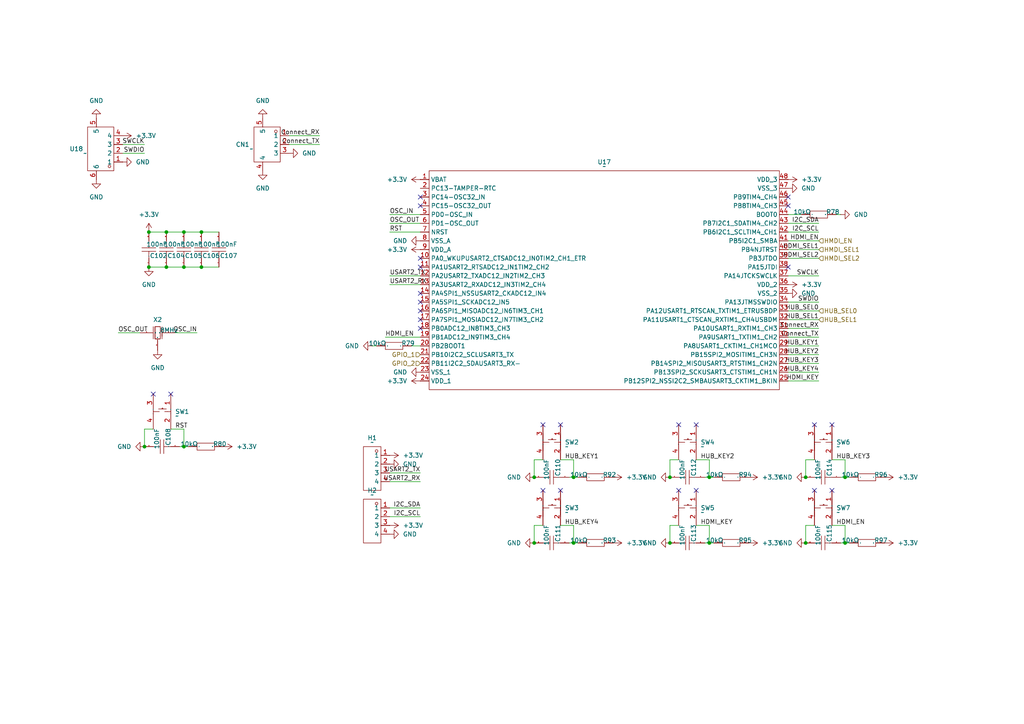
<source format=kicad_sch>
(kicad_sch
	(version 20231120)
	(generator "eeschema")
	(generator_version "8.0")
	(uuid "a7a5f7a0-f41a-4dd7-aa00-29c8348bc9f1")
	(paper "A4")
	(lib_symbols
		(symbol "persional_library:C0603"
			(exclude_from_sim no)
			(in_bom yes)
			(on_board yes)
			(property "Reference" "C"
				(at 0 0 0)
				(effects
					(font
						(size 1.27 1.27)
					)
				)
			)
			(property "Value" "1uF"
				(at 0 0 0)
				(effects
					(font
						(size 1.27 1.27)
					)
					(hide yes)
				)
			)
			(property "Footprint" "persional_library:C0603"
				(at 0 0 0)
				(effects
					(font
						(size 1.27 1.27)
					)
					(hide yes)
				)
			)
			(property "Datasheet" "https://item.szlcsc.com/datasheet/CL10A105KB8NNNC/16531.html"
				(at 0 0 0)
				(effects
					(font
						(size 1.27 1.27)
					)
					(hide yes)
				)
			)
			(property "Description" "容值:1uF;精度:±10%;额定电压:50V;温度系数:X5R;"
				(at 0 0 0)
				(effects
					(font
						(size 1.27 1.27)
					)
					(hide yes)
				)
			)
			(property "Manufacturer Part" "CL10A105KB8NNNC"
				(at 0 0 0)
				(effects
					(font
						(size 1.27 1.27)
					)
					(hide yes)
				)
			)
			(property "Manufacturer" "SAMSUNG(三星)"
				(at 0 0 0)
				(effects
					(font
						(size 1.27 1.27)
					)
					(hide yes)
				)
			)
			(property "Supplier Part" "C15849"
				(at 0 0 0)
				(effects
					(font
						(size 1.27 1.27)
					)
					(hide yes)
				)
			)
			(property "Supplier" "LCSC"
				(at 0 0 0)
				(effects
					(font
						(size 1.27 1.27)
					)
					(hide yes)
				)
			)
			(property "LCSC Part Name" "1uF ±10% 50V"
				(at 0 0 0)
				(effects
					(font
						(size 1.27 1.27)
					)
					(hide yes)
				)
			)
			(symbol "C0603_1_0"
				(polyline
					(pts
						(xy -0.508 -2.032) (xy -0.508 2.032)
					)
					(stroke
						(width 0)
						(type default)
					)
					(fill
						(type none)
					)
				)
				(polyline
					(pts
						(xy -0.508 0) (xy -2.54 0)
					)
					(stroke
						(width 0)
						(type default)
					)
					(fill
						(type none)
					)
				)
				(polyline
					(pts
						(xy 0.508 2.032) (xy 0.508 -2.032)
					)
					(stroke
						(width 0)
						(type default)
					)
					(fill
						(type none)
					)
				)
				(polyline
					(pts
						(xy 2.54 0) (xy 0.508 0)
					)
					(stroke
						(width 0)
						(type default)
					)
					(fill
						(type none)
					)
				)
				(pin unspecified line
					(at -5.08 0 0)
					(length 2.54)
					(name "1"
						(effects
							(font
								(size 0.0254 0.0254)
							)
						)
					)
					(number "1"
						(effects
							(font
								(size 0.0254 0.0254)
							)
						)
					)
				)
				(pin unspecified line
					(at 5.08 0 180)
					(length 2.54)
					(name "2"
						(effects
							(font
								(size 0.0254 0.0254)
							)
						)
					)
					(number "2"
						(effects
							(font
								(size 0.0254 0.0254)
							)
						)
					)
				)
			)
		)
		(symbol "persional_library:Connect_GH1.25_3P_Horizontal"
			(exclude_from_sim no)
			(in_bom yes)
			(on_board yes)
			(property "Reference" "CN"
				(at 0 0 0)
				(effects
					(font
						(size 1.27 1.27)
					)
				)
			)
			(property "Value" ""
				(at 0 0 0)
				(effects
					(font
						(size 1.27 1.27)
					)
				)
			)
			(property "Footprint" "persional_library:CONN-TH_3P-P1.25_GH1.25"
				(at 0 0 0)
				(effects
					(font
						(size 1.27 1.27)
					)
					(hide yes)
				)
			)
			(property "Datasheet" "https://atta.szlcsc.com/upload/public/pdf/source/20220527/CB8773BFB0913C3B8ABD62CB38BA101A.pdf"
				(at 0 0 0)
				(effects
					(font
						(size 1.27 1.27)
					)
					(hide yes)
				)
			)
			(property "Description" "插针结构:1x3P;间距:1.25mm;安装方式:卧贴;参考系列:GH;总PIN数:3P;排数:1;每排PIN数:3;行距:-;额定电流:1A;触头材质:黄铜;触头镀层:-;工作温度范围:-25°C~+85°C;"
				(at 0 0 0)
				(effects
					(font
						(size 1.27 1.27)
					)
					(hide yes)
				)
			)
			(property "Manufacturer Part" "WAFER-GH1.25-3PWB"
				(at 0 0 0)
				(effects
					(font
						(size 1.27 1.27)
					)
					(hide yes)
				)
			)
			(property "Manufacturer" "XUNPU(讯普)"
				(at 0 0 0)
				(effects
					(font
						(size 1.27 1.27)
					)
					(hide yes)
				)
			)
			(property "Supplier Part" "C3029378"
				(at 0 0 0)
				(effects
					(font
						(size 1.27 1.27)
					)
					(hide yes)
				)
			)
			(property "Supplier" "LCSC"
				(at 0 0 0)
				(effects
					(font
						(size 1.27 1.27)
					)
					(hide yes)
				)
			)
			(property "LCSC Part Name" "1x3P 间距:1.25mm 卧贴 系列:GH"
				(at 0 0 0)
				(effects
					(font
						(size 1.27 1.27)
					)
					(hide yes)
				)
			)
			(symbol "Connect_GH1.25_3P_Horizontal_1_0"
				(rectangle
					(start -2.54 -5.08)
					(end 5.08 5.08)
					(stroke
						(width 0)
						(type default)
					)
					(fill
						(type none)
					)
				)
				(circle
					(center -1.27 3.81)
					(radius 0.381)
					(stroke
						(width 0)
						(type default)
					)
					(fill
						(type none)
					)
				)
				(pin unspecified line
					(at -5.08 2.54 0)
					(length 2.54)
					(name "1"
						(effects
							(font
								(size 1.27 1.27)
							)
						)
					)
					(number "1"
						(effects
							(font
								(size 1.27 1.27)
							)
						)
					)
				)
				(pin unspecified line
					(at -5.08 0 0)
					(length 2.54)
					(name "2"
						(effects
							(font
								(size 1.27 1.27)
							)
						)
					)
					(number "2"
						(effects
							(font
								(size 1.27 1.27)
							)
						)
					)
				)
				(pin unspecified line
					(at -5.08 -2.54 0)
					(length 2.54)
					(name "3"
						(effects
							(font
								(size 1.27 1.27)
							)
						)
					)
					(number "3"
						(effects
							(font
								(size 1.27 1.27)
							)
						)
					)
				)
				(pin unspecified line
					(at 2.54 -7.62 90)
					(length 2.54)
					(name "4"
						(effects
							(font
								(size 1.27 1.27)
							)
						)
					)
					(number "4"
						(effects
							(font
								(size 1.27 1.27)
							)
						)
					)
				)
				(pin unspecified line
					(at 2.54 7.62 270)
					(length 2.54)
					(name "5"
						(effects
							(font
								(size 1.27 1.27)
							)
						)
					)
					(number "5"
						(effects
							(font
								(size 1.27 1.27)
							)
						)
					)
				)
			)
		)
		(symbol "persional_library:Connect_GH1.25_4P_Horizontal"
			(exclude_from_sim no)
			(in_bom yes)
			(on_board yes)
			(property "Reference" "U"
				(at 0 0 0)
				(effects
					(font
						(size 1.27 1.27)
					)
				)
			)
			(property "Value" ""
				(at 0 0 0)
				(effects
					(font
						(size 1.27 1.27)
					)
				)
			)
			(property "Footprint" "persional_library:CONN-SMD_4P-P1.25_XUNPU_WAFER-GH1.25-4PWB"
				(at 0 0 0)
				(effects
					(font
						(size 1.27 1.27)
					)
					(hide yes)
				)
			)
			(property "Datasheet" "https://atta.szlcsc.com/upload/public/pdf/source/20220527/CB8773BFB0913C3B8ABD62CB38BA101A.pdf"
				(at 0 0 0)
				(effects
					(font
						(size 1.27 1.27)
					)
					(hide yes)
				)
			)
			(property "Description" "插针结构:1x4P;间距:1.25mm;安装方式:卧贴;参考系列:GH;总PIN数:4P;排数:1;每排PIN数:4;行距:-;额定电流:1A;触头材质:黄铜;触头镀层:-;工作温度范围:-25°C~+85°C;"
				(at 0 0 0)
				(effects
					(font
						(size 1.27 1.27)
					)
					(hide yes)
				)
			)
			(property "Manufacturer Part" "WAFER-GH1.25-4PWB"
				(at 0 0 0)
				(effects
					(font
						(size 1.27 1.27)
					)
					(hide yes)
				)
			)
			(property "Manufacturer" "XUNPU(讯普)"
				(at 0 0 0)
				(effects
					(font
						(size 1.27 1.27)
					)
					(hide yes)
				)
			)
			(property "Supplier Part" "C3029379"
				(at 0 0 0)
				(effects
					(font
						(size 1.27 1.27)
					)
					(hide yes)
				)
			)
			(property "Supplier" "LCSC"
				(at 0 0 0)
				(effects
					(font
						(size 1.27 1.27)
					)
					(hide yes)
				)
			)
			(property "LCSC Part Name" "1x4P 间距:1.25mm 卧贴 系列:GH"
				(at 0 0 0)
				(effects
					(font
						(size 1.27 1.27)
					)
					(hide yes)
				)
			)
			(symbol "Connect_GH1.25_4P_Horizontal_1_0"
				(rectangle
					(start -2.54 -5.08)
					(end 5.08 7.62)
					(stroke
						(width 0)
						(type default)
					)
					(fill
						(type none)
					)
				)
				(circle
					(center -1.27 6.35)
					(radius 0.381)
					(stroke
						(width 0)
						(type default)
					)
					(fill
						(type none)
					)
				)
				(pin unspecified line
					(at -5.08 5.08 0)
					(length 2.54)
					(name "1"
						(effects
							(font
								(size 1.27 1.27)
							)
						)
					)
					(number "1"
						(effects
							(font
								(size 1.27 1.27)
							)
						)
					)
				)
				(pin unspecified line
					(at -5.08 2.54 0)
					(length 2.54)
					(name "2"
						(effects
							(font
								(size 1.27 1.27)
							)
						)
					)
					(number "2"
						(effects
							(font
								(size 1.27 1.27)
							)
						)
					)
				)
				(pin unspecified line
					(at -5.08 0 0)
					(length 2.54)
					(name "3"
						(effects
							(font
								(size 1.27 1.27)
							)
						)
					)
					(number "3"
						(effects
							(font
								(size 1.27 1.27)
							)
						)
					)
				)
				(pin unspecified line
					(at -5.08 -2.54 0)
					(length 2.54)
					(name "4"
						(effects
							(font
								(size 1.27 1.27)
							)
						)
					)
					(number "4"
						(effects
							(font
								(size 1.27 1.27)
							)
						)
					)
				)
				(pin unspecified line
					(at 2.54 -7.62 90)
					(length 2.54)
					(name "5"
						(effects
							(font
								(size 1.27 1.27)
							)
						)
					)
					(number "5"
						(effects
							(font
								(size 1.27 1.27)
							)
						)
					)
				)
				(pin unspecified line
					(at 2.54 10.16 270)
					(length 2.54)
					(name "6"
						(effects
							(font
								(size 1.27 1.27)
							)
						)
					)
					(number "6"
						(effects
							(font
								(size 1.27 1.27)
							)
						)
					)
				)
			)
		)
		(symbol "persional_library:Connect_XH2.54_1x4P"
			(exclude_from_sim no)
			(in_bom yes)
			(on_board yes)
			(property "Reference" "H"
				(at 0 0 0)
				(effects
					(font
						(size 1.27 1.27)
					)
				)
			)
			(property "Value" ""
				(at 0 0 0)
				(effects
					(font
						(size 1.27 1.27)
					)
				)
			)
			(property "Footprint" "persional_library:HDR-TH_4P-P2.54-V-M"
				(at 0 0 0)
				(effects
					(font
						(size 1.27 1.27)
					)
					(hide yes)
				)
			)
			(property "Datasheet" "https://item.szlcsc.com/datasheet/PZ254V-11-04P/2801085.html"
				(at 0 0 0)
				(effects
					(font
						(size 1.27 1.27)
					)
					(hide yes)
				)
			)
			(property "Description" "插针结构:1x4P;间距:2.54mm;行距:-;圆针/方针:方针;安装方式:直插;排数:单排;总PIN位数:4P;额定电流:3A;额定电压:250V;配合针长度:6mm;塑高:2.5mm;端接针长度:3mm;触头材质:-;工作温度:-40°C~+105°C;颜色:黑色;"
				(at 0 0 0)
				(effects
					(font
						(size 1.27 1.27)
					)
					(hide yes)
				)
			)
			(property "Manufacturer Part" "PZ254V-11-04P"
				(at 0 0 0)
				(effects
					(font
						(size 1.27 1.27)
					)
					(hide yes)
				)
			)
			(property "Manufacturer" "XFCN(兴飞)"
				(at 0 0 0)
				(effects
					(font
						(size 1.27 1.27)
					)
					(hide yes)
				)
			)
			(property "Supplier Part" "C2691448"
				(at 0 0 0)
				(effects
					(font
						(size 1.27 1.27)
					)
					(hide yes)
				)
			)
			(property "Supplier" "LCSC"
				(at 0 0 0)
				(effects
					(font
						(size 1.27 1.27)
					)
					(hide yes)
				)
			)
			(property "LCSC Part Name" "1x4P 间距:2.54mm 方针 直插"
				(at 0 0 0)
				(effects
					(font
						(size 1.27 1.27)
					)
					(hide yes)
				)
			)
			(symbol "Connect_XH2.54_1x4P_1_0"
				(rectangle
					(start -2.54 -6.35)
					(end 2.54 6.35)
					(stroke
						(width 0)
						(type default)
					)
					(fill
						(type none)
					)
				)
				(circle
					(center -1.27 5.08)
					(radius 0.381)
					(stroke
						(width 0)
						(type default)
					)
					(fill
						(type none)
					)
				)
				(pin unspecified line
					(at -5.08 3.81 0)
					(length 2.54)
					(name "1"
						(effects
							(font
								(size 1.27 1.27)
							)
						)
					)
					(number "1"
						(effects
							(font
								(size 1.27 1.27)
							)
						)
					)
				)
				(pin unspecified line
					(at -5.08 1.27 0)
					(length 2.54)
					(name "2"
						(effects
							(font
								(size 1.27 1.27)
							)
						)
					)
					(number "2"
						(effects
							(font
								(size 1.27 1.27)
							)
						)
					)
				)
				(pin unspecified line
					(at -5.08 -1.27 0)
					(length 2.54)
					(name "3"
						(effects
							(font
								(size 1.27 1.27)
							)
						)
					)
					(number "3"
						(effects
							(font
								(size 1.27 1.27)
							)
						)
					)
				)
				(pin unspecified line
					(at -5.08 -3.81 0)
					(length 2.54)
					(name "4"
						(effects
							(font
								(size 1.27 1.27)
							)
						)
					)
					(number "4"
						(effects
							(font
								(size 1.27 1.27)
							)
						)
					)
				)
			)
		)
		(symbol "persional_library:R0603"
			(exclude_from_sim no)
			(in_bom yes)
			(on_board yes)
			(property "Reference" "R"
				(at 0 0 0)
				(effects
					(font
						(size 1.27 1.27)
					)
				)
			)
			(property "Value" "10kΩ"
				(at 0 0 0)
				(effects
					(font
						(size 1.27 1.27)
					)
					(hide yes)
				)
			)
			(property "Footprint" "persional_library:R0603"
				(at 0 0 0)
				(effects
					(font
						(size 1.27 1.27)
					)
					(hide yes)
				)
			)
			(property "Datasheet" "https://item.szlcsc.com/datasheet/0603WAF1002T5E/26547.html"
				(at 0 0 0)
				(effects
					(font
						(size 1.27 1.27)
					)
					(hide yes)
				)
			)
			(property "Description" "电阻类型:厚膜电阻;阻值:10kΩ;精度:±1%;功率:100mW;工作电压:75V;温度系数:±100ppm/°C;"
				(at 0 0 0)
				(effects
					(font
						(size 1.27 1.27)
					)
					(hide yes)
				)
			)
			(property "Manufacturer Part" "0603WAF1002T5E"
				(at 0 0 0)
				(effects
					(font
						(size 1.27 1.27)
					)
					(hide yes)
				)
			)
			(property "Manufacturer" "UNI-ROYAL(厚声)"
				(at 0 0 0)
				(effects
					(font
						(size 1.27 1.27)
					)
					(hide yes)
				)
			)
			(property "Supplier Part" "C25804"
				(at 0 0 0)
				(effects
					(font
						(size 1.27 1.27)
					)
					(hide yes)
				)
			)
			(property "Supplier" "LCSC"
				(at 0 0 0)
				(effects
					(font
						(size 1.27 1.27)
					)
					(hide yes)
				)
			)
			(property "LCSC Part Name" "厚膜电阻 10kΩ ±1% 100mW"
				(at 0 0 0)
				(effects
					(font
						(size 1.27 1.27)
					)
					(hide yes)
				)
			)
			(symbol "R0603_1_0"
				(rectangle
					(start -2.54 -1.016)
					(end 2.54 1.016)
					(stroke
						(width 0)
						(type default)
					)
					(fill
						(type none)
					)
				)
				(pin input line
					(at -5.08 0 0)
					(length 2.54)
					(name "1"
						(effects
							(font
								(size 0.0254 0.0254)
							)
						)
					)
					(number "1"
						(effects
							(font
								(size 0.0254 0.0254)
							)
						)
					)
				)
				(pin input line
					(at 5.08 0 180)
					(length 2.54)
					(name "2"
						(effects
							(font
								(size 0.0254 0.0254)
							)
						)
					)
					(number "2"
						(effects
							(font
								(size 0.0254 0.0254)
							)
						)
					)
				)
			)
		)
		(symbol "persional_library:STM32F103CBT6"
			(exclude_from_sim no)
			(in_bom yes)
			(on_board yes)
			(property "Reference" "U"
				(at 0 0 0)
				(effects
					(font
						(size 1.27 1.27)
					)
				)
			)
			(property "Value" ""
				(at 0 0 0)
				(effects
					(font
						(size 1.27 1.27)
					)
				)
			)
			(property "Footprint" "persional_library:LQFP-48_L7.0-W7.0-P0.50-LS9.0-BL"
				(at 0 0 0)
				(effects
					(font
						(size 1.27 1.27)
					)
					(hide yes)
				)
			)
			(property "Datasheet" "https://item.szlcsc.com/datasheet/STM32F103CBT6/8796.html"
				(at 0 0 0)
				(effects
					(font
						(size 1.27 1.27)
					)
					(hide yes)
				)
			)
			(property "Description" "CPU内核:ARM-M3;CPU最大主频:72MHz;应用领域:-;"
				(at 0 0 0)
				(effects
					(font
						(size 1.27 1.27)
					)
					(hide yes)
				)
			)
			(property "Manufacturer Part" "STM32F103CBT6"
				(at 0 0 0)
				(effects
					(font
						(size 1.27 1.27)
					)
					(hide yes)
				)
			)
			(property "Manufacturer" "ST(意法半导体)"
				(at 0 0 0)
				(effects
					(font
						(size 1.27 1.27)
					)
					(hide yes)
				)
			)
			(property "Supplier Part" "C8304"
				(at 0 0 0)
				(effects
					(font
						(size 1.27 1.27)
					)
					(hide yes)
				)
			)
			(property "Supplier" "LCSC"
				(at 0 0 0)
				(effects
					(font
						(size 1.27 1.27)
					)
					(hide yes)
				)
			)
			(property "LCSC Part Name" "主流增强型ARM Cortex-M3 MCU，具有128 KB Flash、72 MHz CPU、电机控制、USB和CAN"
				(at 0 0 0)
				(effects
					(font
						(size 1.27 1.27)
					)
					(hide yes)
				)
			)
			(symbol "STM32F103CBT6_1_0"
				(rectangle
					(start -50.8 31.75)
					(end 50.8 -31.75)
					(stroke
						(width 0)
						(type default)
					)
					(fill
						(type none)
					)
				)
				(pin unspecified line
					(at -53.34 29.21 0)
					(length 2.54)
					(name "VBAT"
						(effects
							(font
								(size 1.27 1.27)
							)
						)
					)
					(number "1"
						(effects
							(font
								(size 1.27 1.27)
							)
						)
					)
				)
				(pin unspecified line
					(at -53.34 6.35 0)
					(length 2.54)
					(name "PA0_WKUPUSART2_CTSADC12_IN0TIM2_CH1_ETR"
						(effects
							(font
								(size 1.27 1.27)
							)
						)
					)
					(number "10"
						(effects
							(font
								(size 1.27 1.27)
							)
						)
					)
				)
				(pin unspecified line
					(at -53.34 3.81 0)
					(length 2.54)
					(name "PA1USART2_RTSADC12_IN1TIM2_CH2"
						(effects
							(font
								(size 1.27 1.27)
							)
						)
					)
					(number "11"
						(effects
							(font
								(size 1.27 1.27)
							)
						)
					)
				)
				(pin unspecified line
					(at -53.34 1.27 0)
					(length 2.54)
					(name "PA2USART2_TXADC12_IN2TIM2_CH3"
						(effects
							(font
								(size 1.27 1.27)
							)
						)
					)
					(number "12"
						(effects
							(font
								(size 1.27 1.27)
							)
						)
					)
				)
				(pin unspecified line
					(at -53.34 -1.27 0)
					(length 2.54)
					(name "PA3USART2_RXADC12_IN3TIM2_CH4"
						(effects
							(font
								(size 1.27 1.27)
							)
						)
					)
					(number "13"
						(effects
							(font
								(size 1.27 1.27)
							)
						)
					)
				)
				(pin unspecified line
					(at -53.34 -3.81 0)
					(length 2.54)
					(name "PA4SPI1_NSSUSART2_CKADC12_IN4"
						(effects
							(font
								(size 1.27 1.27)
							)
						)
					)
					(number "14"
						(effects
							(font
								(size 1.27 1.27)
							)
						)
					)
				)
				(pin unspecified line
					(at -53.34 -6.35 0)
					(length 2.54)
					(name "PA5SPI1_SCKADC12_IN5"
						(effects
							(font
								(size 1.27 1.27)
							)
						)
					)
					(number "15"
						(effects
							(font
								(size 1.27 1.27)
							)
						)
					)
				)
				(pin unspecified line
					(at -53.34 -8.89 0)
					(length 2.54)
					(name "PA6SPI1_MISOADC12_IN6TIM3_CH1"
						(effects
							(font
								(size 1.27 1.27)
							)
						)
					)
					(number "16"
						(effects
							(font
								(size 1.27 1.27)
							)
						)
					)
				)
				(pin unspecified line
					(at -53.34 -11.43 0)
					(length 2.54)
					(name "PA7SPI1_MOSIADC12_IN7TIM3_CH2"
						(effects
							(font
								(size 1.27 1.27)
							)
						)
					)
					(number "17"
						(effects
							(font
								(size 1.27 1.27)
							)
						)
					)
				)
				(pin unspecified line
					(at -53.34 -13.97 0)
					(length 2.54)
					(name "PB0ADC12_IN8TIM3_CH3"
						(effects
							(font
								(size 1.27 1.27)
							)
						)
					)
					(number "18"
						(effects
							(font
								(size 1.27 1.27)
							)
						)
					)
				)
				(pin unspecified line
					(at -53.34 -16.51 0)
					(length 2.54)
					(name "PB1ADC12_IN9TIM3_CH4"
						(effects
							(font
								(size 1.27 1.27)
							)
						)
					)
					(number "19"
						(effects
							(font
								(size 1.27 1.27)
							)
						)
					)
				)
				(pin unspecified line
					(at -53.34 26.67 0)
					(length 2.54)
					(name "PC13-TAMPER-RTC"
						(effects
							(font
								(size 1.27 1.27)
							)
						)
					)
					(number "2"
						(effects
							(font
								(size 1.27 1.27)
							)
						)
					)
				)
				(pin unspecified line
					(at -53.34 -19.05 0)
					(length 2.54)
					(name "PB2BOOT1"
						(effects
							(font
								(size 1.27 1.27)
							)
						)
					)
					(number "20"
						(effects
							(font
								(size 1.27 1.27)
							)
						)
					)
				)
				(pin unspecified line
					(at -53.34 -21.59 0)
					(length 2.54)
					(name "PB10I2C2_SCLUSART3_TX"
						(effects
							(font
								(size 1.27 1.27)
							)
						)
					)
					(number "21"
						(effects
							(font
								(size 1.27 1.27)
							)
						)
					)
				)
				(pin unspecified line
					(at -53.34 -24.13 0)
					(length 2.54)
					(name "PB11I2C2_SDAUSART3_RX-"
						(effects
							(font
								(size 1.27 1.27)
							)
						)
					)
					(number "22"
						(effects
							(font
								(size 1.27 1.27)
							)
						)
					)
				)
				(pin unspecified line
					(at -53.34 -26.67 0)
					(length 2.54)
					(name "VSS_1"
						(effects
							(font
								(size 1.27 1.27)
							)
						)
					)
					(number "23"
						(effects
							(font
								(size 1.27 1.27)
							)
						)
					)
				)
				(pin unspecified line
					(at -53.34 -29.21 0)
					(length 2.54)
					(name "VDD_1"
						(effects
							(font
								(size 1.27 1.27)
							)
						)
					)
					(number "24"
						(effects
							(font
								(size 1.27 1.27)
							)
						)
					)
				)
				(pin unspecified line
					(at 53.34 -29.21 180)
					(length 2.54)
					(name "PB12SPI2_NSSI2C2_SMBAUSART3_CKTIM1_BKIN"
						(effects
							(font
								(size 1.27 1.27)
							)
						)
					)
					(number "25"
						(effects
							(font
								(size 1.27 1.27)
							)
						)
					)
				)
				(pin unspecified line
					(at 53.34 -26.67 180)
					(length 2.54)
					(name "PB13SPI2_SCKUSART3_CTSTIM1_CH1N"
						(effects
							(font
								(size 1.27 1.27)
							)
						)
					)
					(number "26"
						(effects
							(font
								(size 1.27 1.27)
							)
						)
					)
				)
				(pin unspecified line
					(at 53.34 -24.13 180)
					(length 2.54)
					(name "PB14SPI2_MISOUSART3_RTSTIM1_CH2N"
						(effects
							(font
								(size 1.27 1.27)
							)
						)
					)
					(number "27"
						(effects
							(font
								(size 1.27 1.27)
							)
						)
					)
				)
				(pin unspecified line
					(at 53.34 -21.59 180)
					(length 2.54)
					(name "PB15SPI2_MOSITIM1_CH3N"
						(effects
							(font
								(size 1.27 1.27)
							)
						)
					)
					(number "28"
						(effects
							(font
								(size 1.27 1.27)
							)
						)
					)
				)
				(pin unspecified line
					(at 53.34 -19.05 180)
					(length 2.54)
					(name "PA8USART1_CKTIM1_CH1MCO"
						(effects
							(font
								(size 1.27 1.27)
							)
						)
					)
					(number "29"
						(effects
							(font
								(size 1.27 1.27)
							)
						)
					)
				)
				(pin unspecified line
					(at -53.34 24.13 0)
					(length 2.54)
					(name "PC14-OSC32_IN"
						(effects
							(font
								(size 1.27 1.27)
							)
						)
					)
					(number "3"
						(effects
							(font
								(size 1.27 1.27)
							)
						)
					)
				)
				(pin unspecified line
					(at 53.34 -16.51 180)
					(length 2.54)
					(name "PA9USART1_TXTIM1_CH2"
						(effects
							(font
								(size 1.27 1.27)
							)
						)
					)
					(number "30"
						(effects
							(font
								(size 1.27 1.27)
							)
						)
					)
				)
				(pin unspecified line
					(at 53.34 -13.97 180)
					(length 2.54)
					(name "PA10USART1_RXTIM1_CH3"
						(effects
							(font
								(size 1.27 1.27)
							)
						)
					)
					(number "31"
						(effects
							(font
								(size 1.27 1.27)
							)
						)
					)
				)
				(pin unspecified line
					(at 53.34 -11.43 180)
					(length 2.54)
					(name "PA11USART1_CTSCAN_RXTIM1_CH4USBDM"
						(effects
							(font
								(size 1.27 1.27)
							)
						)
					)
					(number "32"
						(effects
							(font
								(size 1.27 1.27)
							)
						)
					)
				)
				(pin unspecified line
					(at 53.34 -8.89 180)
					(length 2.54)
					(name "PA12USART1_RTSCAN_TXTIM1_ETRUSBDP"
						(effects
							(font
								(size 1.27 1.27)
							)
						)
					)
					(number "33"
						(effects
							(font
								(size 1.27 1.27)
							)
						)
					)
				)
				(pin unspecified line
					(at 53.34 -6.35 180)
					(length 2.54)
					(name "PA13JTMSSWDIO"
						(effects
							(font
								(size 1.27 1.27)
							)
						)
					)
					(number "34"
						(effects
							(font
								(size 1.27 1.27)
							)
						)
					)
				)
				(pin unspecified line
					(at 53.34 -3.81 180)
					(length 2.54)
					(name "VSS_2"
						(effects
							(font
								(size 1.27 1.27)
							)
						)
					)
					(number "35"
						(effects
							(font
								(size 1.27 1.27)
							)
						)
					)
				)
				(pin unspecified line
					(at 53.34 -1.27 180)
					(length 2.54)
					(name "VDD_2"
						(effects
							(font
								(size 1.27 1.27)
							)
						)
					)
					(number "36"
						(effects
							(font
								(size 1.27 1.27)
							)
						)
					)
				)
				(pin unspecified line
					(at 53.34 1.27 180)
					(length 2.54)
					(name "PA14JTCKSWCLK"
						(effects
							(font
								(size 1.27 1.27)
							)
						)
					)
					(number "37"
						(effects
							(font
								(size 1.27 1.27)
							)
						)
					)
				)
				(pin unspecified line
					(at 53.34 3.81 180)
					(length 2.54)
					(name "PA15JTDI"
						(effects
							(font
								(size 1.27 1.27)
							)
						)
					)
					(number "38"
						(effects
							(font
								(size 1.27 1.27)
							)
						)
					)
				)
				(pin unspecified line
					(at 53.34 6.35 180)
					(length 2.54)
					(name "PB3JTDO"
						(effects
							(font
								(size 1.27 1.27)
							)
						)
					)
					(number "39"
						(effects
							(font
								(size 1.27 1.27)
							)
						)
					)
				)
				(pin unspecified line
					(at -53.34 21.59 0)
					(length 2.54)
					(name "PC15-OSC32_OUT"
						(effects
							(font
								(size 1.27 1.27)
							)
						)
					)
					(number "4"
						(effects
							(font
								(size 1.27 1.27)
							)
						)
					)
				)
				(pin unspecified line
					(at 53.34 8.89 180)
					(length 2.54)
					(name "PB4NJTRST"
						(effects
							(font
								(size 1.27 1.27)
							)
						)
					)
					(number "40"
						(effects
							(font
								(size 1.27 1.27)
							)
						)
					)
				)
				(pin unspecified line
					(at 53.34 11.43 180)
					(length 2.54)
					(name "PB5I2C1_SMBA"
						(effects
							(font
								(size 1.27 1.27)
							)
						)
					)
					(number "41"
						(effects
							(font
								(size 1.27 1.27)
							)
						)
					)
				)
				(pin unspecified line
					(at 53.34 13.97 180)
					(length 2.54)
					(name "PB6I2C1_SCLTIM4_CH1"
						(effects
							(font
								(size 1.27 1.27)
							)
						)
					)
					(number "42"
						(effects
							(font
								(size 1.27 1.27)
							)
						)
					)
				)
				(pin unspecified line
					(at 53.34 16.51 180)
					(length 2.54)
					(name "PB7I2C1_SDATIM4_CH2"
						(effects
							(font
								(size 1.27 1.27)
							)
						)
					)
					(number "43"
						(effects
							(font
								(size 1.27 1.27)
							)
						)
					)
				)
				(pin unspecified line
					(at 53.34 19.05 180)
					(length 2.54)
					(name "BOOT0"
						(effects
							(font
								(size 1.27 1.27)
							)
						)
					)
					(number "44"
						(effects
							(font
								(size 1.27 1.27)
							)
						)
					)
				)
				(pin unspecified line
					(at 53.34 21.59 180)
					(length 2.54)
					(name "PB8TIM4_CH3"
						(effects
							(font
								(size 1.27 1.27)
							)
						)
					)
					(number "45"
						(effects
							(font
								(size 1.27 1.27)
							)
						)
					)
				)
				(pin unspecified line
					(at 53.34 24.13 180)
					(length 2.54)
					(name "PB9TIM4_CH4"
						(effects
							(font
								(size 1.27 1.27)
							)
						)
					)
					(number "46"
						(effects
							(font
								(size 1.27 1.27)
							)
						)
					)
				)
				(pin unspecified line
					(at 53.34 26.67 180)
					(length 2.54)
					(name "VSS_3"
						(effects
							(font
								(size 1.27 1.27)
							)
						)
					)
					(number "47"
						(effects
							(font
								(size 1.27 1.27)
							)
						)
					)
				)
				(pin unspecified line
					(at 53.34 29.21 180)
					(length 2.54)
					(name "VDD_3"
						(effects
							(font
								(size 1.27 1.27)
							)
						)
					)
					(number "48"
						(effects
							(font
								(size 1.27 1.27)
							)
						)
					)
				)
				(pin unspecified line
					(at -53.34 19.05 0)
					(length 2.54)
					(name "PD0-OSC_IN"
						(effects
							(font
								(size 1.27 1.27)
							)
						)
					)
					(number "5"
						(effects
							(font
								(size 1.27 1.27)
							)
						)
					)
				)
				(pin unspecified line
					(at -53.34 16.51 0)
					(length 2.54)
					(name "PD1-OSC_OUT"
						(effects
							(font
								(size 1.27 1.27)
							)
						)
					)
					(number "6"
						(effects
							(font
								(size 1.27 1.27)
							)
						)
					)
				)
				(pin unspecified line
					(at -53.34 13.97 0)
					(length 2.54)
					(name "NRST"
						(effects
							(font
								(size 1.27 1.27)
							)
						)
					)
					(number "7"
						(effects
							(font
								(size 1.27 1.27)
							)
						)
					)
				)
				(pin unspecified line
					(at -53.34 11.43 0)
					(length 2.54)
					(name "VSS_A"
						(effects
							(font
								(size 1.27 1.27)
							)
						)
					)
					(number "8"
						(effects
							(font
								(size 1.27 1.27)
							)
						)
					)
				)
				(pin unspecified line
					(at -53.34 8.89 0)
					(length 2.54)
					(name "VDD_A"
						(effects
							(font
								(size 1.27 1.27)
							)
						)
					)
					(number "9"
						(effects
							(font
								(size 1.27 1.27)
							)
						)
					)
				)
			)
		)
		(symbol "persional_library:Switch_PushButton_TS3425BA"
			(exclude_from_sim no)
			(in_bom yes)
			(on_board yes)
			(property "Reference" "SW"
				(at 0 0 0)
				(effects
					(font
						(size 1.27 1.27)
					)
				)
			)
			(property "Value" ""
				(at 0 0 0)
				(effects
					(font
						(size 1.27 1.27)
					)
				)
			)
			(property "Footprint" "persional_library:SW-SMD_4P-L4.2-W3.2-P2.15-LS4.6-1"
				(at 0 0 0)
				(effects
					(font
						(size 1.27 1.27)
					)
					(hide yes)
				)
			)
			(property "Datasheet" "https://item.szlcsc.com/datasheet/TS3425BA/2774819.html"
				(at 0 0 0)
				(effects
					(font
						(size 1.27 1.27)
					)
					(hide yes)
				)
			)
			(property "Description" "电路结构:单刀单掷;按钮形状:椭圆形按钮;作用力:2.5N;安装方式:立贴;开关长度:4.2mm;开关宽度:3.2mm;开关高度:2.5mm;带支架:不带支架;触点电流:50mA;额定电压:12V;工作寿命:10万次;"
				(at 0 0 0)
				(effects
					(font
						(size 1.27 1.27)
					)
					(hide yes)
				)
			)
			(property "Manufacturer Part" "TS3425BA"
				(at 0 0 0)
				(effects
					(font
						(size 1.27 1.27)
					)
					(hide yes)
				)
			)
			(property "Manufacturer" "SHOU HAN(首韩)"
				(at 0 0 0)
				(effects
					(font
						(size 1.27 1.27)
					)
					(hide yes)
				)
			)
			(property "Supplier Part" "C2681476"
				(at 0 0 0)
				(effects
					(font
						(size 1.27 1.27)
					)
					(hide yes)
				)
			)
			(property "Supplier" "LCSC"
				(at 0 0 0)
				(effects
					(font
						(size 1.27 1.27)
					)
					(hide yes)
				)
			)
			(property "LCSC Part Name" "4.2*3.2*2.5mm 立贴 轻触开关"
				(at 0 0 0)
				(effects
					(font
						(size 1.27 1.27)
					)
					(hide yes)
				)
			)
			(symbol "Switch_PushButton_TS3425BA_1_0"
				(polyline
					(pts
						(xy -2.54 -2.54) (xy 2.54 -2.54)
					)
					(stroke
						(width 0)
						(type default)
					)
					(fill
						(type none)
					)
				)
				(polyline
					(pts
						(xy -2.54 2.54) (xy 2.54 2.54)
					)
					(stroke
						(width 0)
						(type default)
					)
					(fill
						(type none)
					)
				)
				(polyline
					(pts
						(xy -0.762 1.27) (xy -0.762 -1.016)
					)
					(stroke
						(width 0)
						(type default)
					)
					(fill
						(type none)
					)
				)
				(polyline
					(pts
						(xy 0 -2.54) (xy 0 -0.762)
					)
					(stroke
						(width 0)
						(type default)
					)
					(fill
						(type none)
					)
				)
				(polyline
					(pts
						(xy 0 1.524) (xy 0 0.762)
					)
					(stroke
						(width 0)
						(type default)
					)
					(fill
						(type none)
					)
				)
				(polyline
					(pts
						(xy 0 2.54) (xy 0 1.524)
					)
					(stroke
						(width 0)
						(type default)
					)
					(fill
						(type none)
					)
				)
				(polyline
					(pts
						(xy -0.762 0.254) (xy -1.016 0.254) (xy -1.016 0.254) (xy -1.016 0) (xy -1.016 0) (xy -0.762 0)
					)
					(stroke
						(width 0)
						(type default)
					)
					(fill
						(type none)
					)
				)
				(pin unspecified line
					(at -5.08 2.54 0)
					(length 5.08)
					(name "1"
						(effects
							(font
								(size 0.0254 0.0254)
							)
						)
					)
					(number "1"
						(effects
							(font
								(size 1.27 1.27)
							)
						)
					)
				)
				(pin unspecified line
					(at 5.08 2.54 180)
					(length 5.08)
					(name "2"
						(effects
							(font
								(size 0.0254 0.0254)
							)
						)
					)
					(number "2"
						(effects
							(font
								(size 1.27 1.27)
							)
						)
					)
				)
				(pin unspecified line
					(at -5.08 -2.54 0)
					(length 5.08)
					(name "3"
						(effects
							(font
								(size 0.0254 0.0254)
							)
						)
					)
					(number "3"
						(effects
							(font
								(size 1.27 1.27)
							)
						)
					)
				)
				(pin unspecified line
					(at 5.08 -2.54 180)
					(length 5.08)
					(name "4"
						(effects
							(font
								(size 0.0254 0.0254)
							)
						)
					)
					(number "4"
						(effects
							(font
								(size 1.27 1.27)
							)
						)
					)
				)
			)
		)
		(symbol "persional_library:XTAL_8MHz_NP"
			(exclude_from_sim no)
			(in_bom yes)
			(on_board yes)
			(property "Reference" "X"
				(at 0 0 0)
				(effects
					(font
						(size 1.27 1.27)
					)
				)
			)
			(property "Value" "8MHz"
				(at 0 0 0)
				(effects
					(font
						(size 1.27 1.27)
					)
					(hide yes)
				)
			)
			(property "Footprint" "persional_library:OSC-SMD_3P-L3.2-W1.3-P1.20-L"
				(at 0 0 0)
				(effects
					(font
						(size 1.27 1.27)
					)
					(hide yes)
				)
			)
			(property "Datasheet" "https://item.szlcsc.com/datasheet/CSTNE8M00G550000R0/318914.html"
				(at 0 0 0)
				(effects
					(font
						(size 1.27 1.27)
					)
					(hide yes)
				)
			)
			(property "Description" "频率:8MHz;内置负载电容:33pF;谐振阻抗:40Ω;"
				(at 0 0 0)
				(effects
					(font
						(size 1.27 1.27)
					)
					(hide yes)
				)
			)
			(property "Manufacturer Part" "CSTNE8M00G550000R0"
				(at 0 0 0)
				(effects
					(font
						(size 1.27 1.27)
					)
					(hide yes)
				)
			)
			(property "Manufacturer" "muRata(村田)"
				(at 0 0 0)
				(effects
					(font
						(size 1.27 1.27)
					)
					(hide yes)
				)
			)
			(property "Supplier Part" "C341522"
				(at 0 0 0)
				(effects
					(font
						(size 1.27 1.27)
					)
					(hide yes)
				)
			)
			(property "Supplier" "LCSC"
				(at 0 0 0)
				(effects
					(font
						(size 1.27 1.27)
					)
					(hide yes)
				)
			)
			(property "LCSC Part Name" "8MHz ±0.5% 内置负载电容:33pF"
				(at 0 0 0)
				(effects
					(font
						(size 1.27 1.27)
					)
					(hide yes)
				)
			)
			(symbol "XTAL_8MHz_NP_1_0"
				(polyline
					(pts
						(xy -1.27 1.016) (xy -1.27 -1.016)
					)
					(stroke
						(width 0)
						(type default)
					)
					(fill
						(type none)
					)
				)
				(polyline
					(pts
						(xy -1.27 1.778) (xy -1.27 -1.778)
					)
					(stroke
						(width 0)
						(type default)
					)
					(fill
						(type none)
					)
				)
				(polyline
					(pts
						(xy -0.762 1.778) (xy 0.762 1.778)
					)
					(stroke
						(width 0)
						(type default)
					)
					(fill
						(type none)
					)
				)
				(polyline
					(pts
						(xy 1.27 1.016) (xy 1.27 -1.016)
					)
					(stroke
						(width 0)
						(type default)
					)
					(fill
						(type none)
					)
				)
				(polyline
					(pts
						(xy 1.27 1.778) (xy 1.27 -1.778)
					)
					(stroke
						(width 0)
						(type default)
					)
					(fill
						(type none)
					)
				)
				(polyline
					(pts
						(xy 0.762 1.778) (xy 0.762 -1.778) (xy 0.762 -1.778) (xy -0.762 -1.778) (xy -0.762 -1.778) (xy -0.762 1.778)
					)
					(stroke
						(width 0)
						(type default)
					)
					(fill
						(type none)
					)
				)
				(polyline
					(pts
						(xy -0.762 -1.778) (xy -0.762 1.778) (xy -0.762 1.778) (xy 0.762 1.778) (xy 0.762 1.778) (xy 0.762 -1.778)
						(xy 0.762 -1.778) (xy -0.762 -1.778)
					)
					(stroke
						(width 0)
						(type default)
					)
					(fill
						(type none)
					)
				)
				(pin input line
					(at 5.08 0 180)
					(length 3.81)
					(name "OSC1"
						(effects
							(font
								(size 0.0254 0.0254)
							)
						)
					)
					(number "1"
						(effects
							(font
								(size 0.0254 0.0254)
							)
						)
					)
				)
				(pin input line
					(at 0 -5.08 90)
					(length 3.048)
					(name "GND"
						(effects
							(font
								(size 0.0254 0.0254)
							)
						)
					)
					(number "2"
						(effects
							(font
								(size 0.0254 0.0254)
							)
						)
					)
				)
				(pin input line
					(at -5.08 0 0)
					(length 3.81)
					(name "OSC2"
						(effects
							(font
								(size 0.0254 0.0254)
							)
						)
					)
					(number "3"
						(effects
							(font
								(size 0.0254 0.0254)
							)
						)
					)
				)
			)
		)
		(symbol "power:+3.3V"
			(power)
			(pin_numbers hide)
			(pin_names
				(offset 0) hide)
			(exclude_from_sim no)
			(in_bom yes)
			(on_board yes)
			(property "Reference" "#PWR"
				(at 0 -3.81 0)
				(effects
					(font
						(size 1.27 1.27)
					)
					(hide yes)
				)
			)
			(property "Value" "+3.3V"
				(at 0 3.556 0)
				(effects
					(font
						(size 1.27 1.27)
					)
				)
			)
			(property "Footprint" ""
				(at 0 0 0)
				(effects
					(font
						(size 1.27 1.27)
					)
					(hide yes)
				)
			)
			(property "Datasheet" ""
				(at 0 0 0)
				(effects
					(font
						(size 1.27 1.27)
					)
					(hide yes)
				)
			)
			(property "Description" "Power symbol creates a global label with name \"+3.3V\""
				(at 0 0 0)
				(effects
					(font
						(size 1.27 1.27)
					)
					(hide yes)
				)
			)
			(property "ki_keywords" "global power"
				(at 0 0 0)
				(effects
					(font
						(size 1.27 1.27)
					)
					(hide yes)
				)
			)
			(symbol "+3.3V_0_1"
				(polyline
					(pts
						(xy -0.762 1.27) (xy 0 2.54)
					)
					(stroke
						(width 0)
						(type default)
					)
					(fill
						(type none)
					)
				)
				(polyline
					(pts
						(xy 0 0) (xy 0 2.54)
					)
					(stroke
						(width 0)
						(type default)
					)
					(fill
						(type none)
					)
				)
				(polyline
					(pts
						(xy 0 2.54) (xy 0.762 1.27)
					)
					(stroke
						(width 0)
						(type default)
					)
					(fill
						(type none)
					)
				)
			)
			(symbol "+3.3V_1_1"
				(pin power_in line
					(at 0 0 90)
					(length 0)
					(name "~"
						(effects
							(font
								(size 1.27 1.27)
							)
						)
					)
					(number "1"
						(effects
							(font
								(size 1.27 1.27)
							)
						)
					)
				)
			)
		)
		(symbol "power:GND"
			(power)
			(pin_numbers hide)
			(pin_names
				(offset 0) hide)
			(exclude_from_sim no)
			(in_bom yes)
			(on_board yes)
			(property "Reference" "#PWR"
				(at 0 -6.35 0)
				(effects
					(font
						(size 1.27 1.27)
					)
					(hide yes)
				)
			)
			(property "Value" "GND"
				(at 0 -3.81 0)
				(effects
					(font
						(size 1.27 1.27)
					)
				)
			)
			(property "Footprint" ""
				(at 0 0 0)
				(effects
					(font
						(size 1.27 1.27)
					)
					(hide yes)
				)
			)
			(property "Datasheet" ""
				(at 0 0 0)
				(effects
					(font
						(size 1.27 1.27)
					)
					(hide yes)
				)
			)
			(property "Description" "Power symbol creates a global label with name \"GND\" , ground"
				(at 0 0 0)
				(effects
					(font
						(size 1.27 1.27)
					)
					(hide yes)
				)
			)
			(property "ki_keywords" "global power"
				(at 0 0 0)
				(effects
					(font
						(size 1.27 1.27)
					)
					(hide yes)
				)
			)
			(symbol "GND_0_1"
				(polyline
					(pts
						(xy 0 0) (xy 0 -1.27) (xy 1.27 -1.27) (xy 0 -2.54) (xy -1.27 -1.27) (xy 0 -1.27)
					)
					(stroke
						(width 0)
						(type default)
					)
					(fill
						(type none)
					)
				)
			)
			(symbol "GND_1_1"
				(pin power_in line
					(at 0 0 270)
					(length 0)
					(name "~"
						(effects
							(font
								(size 1.27 1.27)
							)
						)
					)
					(number "1"
						(effects
							(font
								(size 1.27 1.27)
							)
						)
					)
				)
			)
		)
	)
	(junction
		(at 53.34 67.31)
		(diameter 0)
		(color 0 0 0 0)
		(uuid "1bd3c8f5-922b-4e94-8072-49ff2cb22143")
	)
	(junction
		(at 233.68 157.48)
		(diameter 0)
		(color 0 0 0 0)
		(uuid "25bdb09d-0c20-4435-9999-14fd0c554afb")
	)
	(junction
		(at 205.74 157.48)
		(diameter 0)
		(color 0 0 0 0)
		(uuid "2b35f2e5-906e-4501-94e2-5bf9516ea75f")
	)
	(junction
		(at 194.31 157.48)
		(diameter 0)
		(color 0 0 0 0)
		(uuid "3de1059f-3816-41d1-9428-9baf6cd1e890")
	)
	(junction
		(at 205.74 138.43)
		(diameter 0)
		(color 0 0 0 0)
		(uuid "40acd696-d4c1-4a10-8710-23801dc17af8")
	)
	(junction
		(at 58.42 77.47)
		(diameter 0)
		(color 0 0 0 0)
		(uuid "4d627bae-3293-4e19-b74c-a6ec278f7534")
	)
	(junction
		(at 166.37 157.48)
		(diameter 0)
		(color 0 0 0 0)
		(uuid "550c9205-cc7d-48d1-bbe7-b742a1642052")
	)
	(junction
		(at 48.26 77.47)
		(diameter 0)
		(color 0 0 0 0)
		(uuid "58518481-475d-4ac3-9292-675e3966c1e4")
	)
	(junction
		(at 43.18 77.47)
		(diameter 0)
		(color 0 0 0 0)
		(uuid "5c5d9034-1612-4586-a216-3e34c4baa659")
	)
	(junction
		(at 233.68 138.43)
		(diameter 0)
		(color 0 0 0 0)
		(uuid "62bca155-4c98-48c7-ae84-86045a12b4e0")
	)
	(junction
		(at 154.94 138.43)
		(diameter 0)
		(color 0 0 0 0)
		(uuid "849991dc-c6d2-4ab3-920e-1a63aef742d0")
	)
	(junction
		(at 53.34 129.54)
		(diameter 0)
		(color 0 0 0 0)
		(uuid "958afa51-371c-48b6-af07-4bd2e3f73370")
	)
	(junction
		(at 194.31 138.43)
		(diameter 0)
		(color 0 0 0 0)
		(uuid "a3ba12c4-bc84-4831-ac0b-73ad4a175c93")
	)
	(junction
		(at 58.42 67.31)
		(diameter 0)
		(color 0 0 0 0)
		(uuid "a8ab9c6d-8363-4432-82cd-d7859b8b4bd2")
	)
	(junction
		(at 41.91 129.54)
		(diameter 0)
		(color 0 0 0 0)
		(uuid "b32c0d44-fbc5-4747-8181-c42659651401")
	)
	(junction
		(at 166.37 138.43)
		(diameter 0)
		(color 0 0 0 0)
		(uuid "b9ae8574-99a4-4451-a19e-d4270a5e68f0")
	)
	(junction
		(at 245.11 157.48)
		(diameter 0)
		(color 0 0 0 0)
		(uuid "d8e27f1d-e505-46cf-9f05-22f6d4f32212")
	)
	(junction
		(at 154.94 157.48)
		(diameter 0)
		(color 0 0 0 0)
		(uuid "db7c637d-77c6-4a9d-944d-94695fd66704")
	)
	(junction
		(at 48.26 67.31)
		(diameter 0)
		(color 0 0 0 0)
		(uuid "e25667ab-93ec-4443-be26-1cbdcb0f5281")
	)
	(junction
		(at 53.34 77.47)
		(diameter 0)
		(color 0 0 0 0)
		(uuid "e626304e-0498-420d-bb0c-e8ba551a74fc")
	)
	(junction
		(at 245.11 138.43)
		(diameter 0)
		(color 0 0 0 0)
		(uuid "f7f44143-d8ef-4792-894a-a6acd3b9e920")
	)
	(junction
		(at 43.18 67.31)
		(diameter 0)
		(color 0 0 0 0)
		(uuid "fc2e32cf-cf60-46db-8475-58304576d5c7")
	)
	(no_connect
		(at 241.3 142.24)
		(uuid "09d39c50-0296-4237-a24c-6285f7c9b3a6")
	)
	(no_connect
		(at 196.85 123.19)
		(uuid "0c7d60aa-ef3f-46ae-968d-7e3ab551aa23")
	)
	(no_connect
		(at 121.92 77.47)
		(uuid "15f10c21-9bd2-4df8-bca4-2d6eafc58db6")
	)
	(no_connect
		(at 162.56 123.19)
		(uuid "28f7830a-d8f8-4970-9cfe-52c47e2c3e2f")
	)
	(no_connect
		(at 157.48 123.19)
		(uuid "36dcbb41-7ffb-44e4-ae90-ea3b79702b24")
	)
	(no_connect
		(at 157.48 142.24)
		(uuid "3ff97d79-a634-4c4e-a3ca-bdd5312901a4")
	)
	(no_connect
		(at 236.22 123.19)
		(uuid "48490977-bab4-414d-9e59-92a0d3b8a280")
	)
	(no_connect
		(at 201.93 123.19)
		(uuid "4a3e0b43-b656-48d6-9905-758f4bf104e1")
	)
	(no_connect
		(at 228.6 59.69)
		(uuid "4d524f8f-f713-4bf6-ac74-d8e063eed3d7")
	)
	(no_connect
		(at 121.92 92.71)
		(uuid "667e9715-8801-4439-9634-a0565129e8c8")
	)
	(no_connect
		(at 121.92 85.09)
		(uuid "89db982e-2f17-40b5-a2d7-c07e22172b98")
	)
	(no_connect
		(at 236.22 142.24)
		(uuid "b7fcc54a-45d9-4923-b24d-7b62e1501459")
	)
	(no_connect
		(at 121.92 57.15)
		(uuid "b8ec72f6-46c6-4fd7-9844-5d76d3fae23c")
	)
	(no_connect
		(at 121.92 95.25)
		(uuid "bdbb8538-9b20-41d8-9929-f3633c2ee68c")
	)
	(no_connect
		(at 44.45 114.3)
		(uuid "be2857d5-e0ab-401e-9ae2-f8b98e329482")
	)
	(no_connect
		(at 201.93 142.24)
		(uuid "be6a7e4f-df20-4a01-ba0c-a3c5a5e7a2e9")
	)
	(no_connect
		(at 121.92 87.63)
		(uuid "c2776319-7612-4757-942b-39cd44c255f9")
	)
	(no_connect
		(at 241.3 123.19)
		(uuid "cd44ceb9-2bd8-4c1d-bdd1-c3ce46c16ebb")
	)
	(no_connect
		(at 121.92 59.69)
		(uuid "cff20e39-240b-4116-8806-e624538cdcf1")
	)
	(no_connect
		(at 49.53 114.3)
		(uuid "db388aa5-33ad-4dcd-8733-98861cee3d8c")
	)
	(no_connect
		(at 228.6 57.15)
		(uuid "dd39e908-66f4-483b-8d5f-beb9bf208112")
	)
	(no_connect
		(at 121.92 74.93)
		(uuid "dd6f4345-561c-4beb-8b79-4523f3550877")
	)
	(no_connect
		(at 228.6 77.47)
		(uuid "e9de2f3a-a3a6-4b80-aea9-9f3d1c55e702")
	)
	(no_connect
		(at 162.56 142.24)
		(uuid "eaa8811c-346f-4e82-81eb-bb1c500238da")
	)
	(no_connect
		(at 196.85 142.24)
		(uuid "f577cfb9-f6eb-4954-9152-4682ea59ddb2")
	)
	(no_connect
		(at 121.92 90.17)
		(uuid "f7cf77fa-67c7-4b06-83ae-c2fec2ff47c6")
	)
	(wire
		(pts
			(xy 241.3 133.35) (xy 245.11 133.35)
		)
		(stroke
			(width 0)
			(type default)
		)
		(uuid "0446d432-2fe6-41d2-9d58-2fe6891e8ab7")
	)
	(wire
		(pts
			(xy 34.29 96.52) (xy 40.64 96.52)
		)
		(stroke
			(width 0)
			(type default)
		)
		(uuid "06576358-e365-40b2-be7a-c03d002a6a7a")
	)
	(wire
		(pts
			(xy 48.26 67.31) (xy 53.34 67.31)
		)
		(stroke
			(width 0)
			(type default)
		)
		(uuid "0c9de50a-f62d-46fa-a839-d0c44355dc92")
	)
	(wire
		(pts
			(xy 205.74 157.48) (xy 204.47 157.48)
		)
		(stroke
			(width 0)
			(type default)
		)
		(uuid "0d73f5c1-0eb6-4a39-a43e-c3258a3e06d1")
	)
	(wire
		(pts
			(xy 83.82 39.37) (xy 92.71 39.37)
		)
		(stroke
			(width 0)
			(type default)
		)
		(uuid "0f9b89e5-8a53-4d20-98e2-febfef15b3e3")
	)
	(wire
		(pts
			(xy 194.31 152.4) (xy 194.31 157.48)
		)
		(stroke
			(width 0)
			(type default)
		)
		(uuid "0fc684df-e075-424a-8913-925cee2d8e77")
	)
	(wire
		(pts
			(xy 205.74 133.35) (xy 205.74 138.43)
		)
		(stroke
			(width 0)
			(type default)
		)
		(uuid "19a6789f-1304-4de9-b1ae-4af8359e774c")
	)
	(wire
		(pts
			(xy 113.03 82.55) (xy 121.92 82.55)
		)
		(stroke
			(width 0)
			(type default)
		)
		(uuid "1c633e4b-b883-418c-b308-425f2dc59d30")
	)
	(wire
		(pts
			(xy 194.31 133.35) (xy 194.31 138.43)
		)
		(stroke
			(width 0)
			(type default)
		)
		(uuid "1c71e6d6-d014-4d61-8e73-43e22b369c8c")
	)
	(wire
		(pts
			(xy 245.11 152.4) (xy 245.11 157.48)
		)
		(stroke
			(width 0)
			(type default)
		)
		(uuid "1dd2b2f4-8291-4160-901c-5235dc094395")
	)
	(wire
		(pts
			(xy 43.18 77.47) (xy 48.26 77.47)
		)
		(stroke
			(width 0)
			(type default)
		)
		(uuid "1ecc7ae9-bad6-4413-996c-569ca6b10993")
	)
	(wire
		(pts
			(xy 113.03 80.01) (xy 121.92 80.01)
		)
		(stroke
			(width 0)
			(type default)
		)
		(uuid "1f371510-b25c-4fff-a21e-f626a268432e")
	)
	(wire
		(pts
			(xy 246.38 138.43) (xy 245.11 138.43)
		)
		(stroke
			(width 0)
			(type default)
		)
		(uuid "21e360df-8c84-41c7-8ec1-84c9381488c4")
	)
	(wire
		(pts
			(xy 113.03 147.32) (xy 121.92 147.32)
		)
		(stroke
			(width 0)
			(type default)
		)
		(uuid "26de09ed-afe3-4df2-9cc3-0a66d8b7c335")
	)
	(wire
		(pts
			(xy 241.3 152.4) (xy 245.11 152.4)
		)
		(stroke
			(width 0)
			(type default)
		)
		(uuid "2966b7fc-3eb2-4618-8c8b-bdcc214243b6")
	)
	(wire
		(pts
			(xy 119.38 100.33) (xy 121.92 100.33)
		)
		(stroke
			(width 0)
			(type default)
		)
		(uuid "2b3feec0-dc37-4c61-81fe-929e72743111")
	)
	(wire
		(pts
			(xy 49.53 124.46) (xy 53.34 124.46)
		)
		(stroke
			(width 0)
			(type default)
		)
		(uuid "35d6d81b-e400-428e-be99-9de70b274d7c")
	)
	(wire
		(pts
			(xy 35.56 44.45) (xy 41.91 44.45)
		)
		(stroke
			(width 0)
			(type default)
		)
		(uuid "35dc7043-8814-44a0-bb95-62e31f3db95c")
	)
	(wire
		(pts
			(xy 228.6 92.71) (xy 237.49 92.71)
		)
		(stroke
			(width 0)
			(type default)
		)
		(uuid "3822b6b3-5658-4ecf-bcab-41fa9c3219a7")
	)
	(wire
		(pts
			(xy 228.6 74.93) (xy 237.49 74.93)
		)
		(stroke
			(width 0)
			(type default)
		)
		(uuid "38bd8191-4a70-4f62-9fe1-ddf30e7bec80")
	)
	(wire
		(pts
			(xy 83.82 41.91) (xy 92.71 41.91)
		)
		(stroke
			(width 0)
			(type default)
		)
		(uuid "3d946423-e56c-44f7-8b50-6d480925f6a9")
	)
	(wire
		(pts
			(xy 232.41 62.23) (xy 228.6 62.23)
		)
		(stroke
			(width 0)
			(type default)
		)
		(uuid "3fdc1b2e-ef46-4152-a17e-32a583a5c0f8")
	)
	(wire
		(pts
			(xy 201.93 152.4) (xy 205.74 152.4)
		)
		(stroke
			(width 0)
			(type default)
		)
		(uuid "406415cf-e23e-4de6-a376-647307c61881")
	)
	(wire
		(pts
			(xy 113.03 137.16) (xy 121.92 137.16)
		)
		(stroke
			(width 0)
			(type default)
		)
		(uuid "479af6e5-eb66-4442-8768-f7025d30b9a2")
	)
	(wire
		(pts
			(xy 205.74 138.43) (xy 204.47 138.43)
		)
		(stroke
			(width 0)
			(type default)
		)
		(uuid "47c13a3a-2338-4d1f-9f89-a3eb3971ac51")
	)
	(wire
		(pts
			(xy 35.56 41.91) (xy 41.91 41.91)
		)
		(stroke
			(width 0)
			(type default)
		)
		(uuid "501398f5-be7d-4f1e-b1bf-9f9401d015cf")
	)
	(wire
		(pts
			(xy 245.11 157.48) (xy 243.84 157.48)
		)
		(stroke
			(width 0)
			(type default)
		)
		(uuid "51f2de77-9be2-404d-a973-b0f1f03e6495")
	)
	(wire
		(pts
			(xy 228.6 105.41) (xy 237.49 105.41)
		)
		(stroke
			(width 0)
			(type default)
		)
		(uuid "55911a9e-8773-49b6-b634-3eb6851d4ef9")
	)
	(wire
		(pts
			(xy 228.6 80.01) (xy 237.49 80.01)
		)
		(stroke
			(width 0)
			(type default)
		)
		(uuid "58434aac-d90c-4aca-82de-b8798195aba8")
	)
	(wire
		(pts
			(xy 53.34 124.46) (xy 53.34 129.54)
		)
		(stroke
			(width 0)
			(type default)
		)
		(uuid "585ff885-dc55-4300-8392-45abf83f10bb")
	)
	(wire
		(pts
			(xy 236.22 133.35) (xy 233.68 133.35)
		)
		(stroke
			(width 0)
			(type default)
		)
		(uuid "5d16f33f-105a-4362-93f9-7be26d055290")
	)
	(wire
		(pts
			(xy 228.6 69.85) (xy 237.49 69.85)
		)
		(stroke
			(width 0)
			(type default)
		)
		(uuid "5e8a5e7f-b1e0-4274-97d5-fc527d19d47c")
	)
	(wire
		(pts
			(xy 107.95 100.33) (xy 109.22 100.33)
		)
		(stroke
			(width 0)
			(type default)
		)
		(uuid "5edf7794-72ee-4e0b-9412-8a453bccfb1a")
	)
	(wire
		(pts
			(xy 166.37 138.43) (xy 165.1 138.43)
		)
		(stroke
			(width 0)
			(type default)
		)
		(uuid "5fcceb22-e7bb-4e51-809b-ab668582b46b")
	)
	(wire
		(pts
			(xy 166.37 157.48) (xy 165.1 157.48)
		)
		(stroke
			(width 0)
			(type default)
		)
		(uuid "6327b427-9fce-482b-9750-55da3ff65547")
	)
	(wire
		(pts
			(xy 113.03 67.31) (xy 121.92 67.31)
		)
		(stroke
			(width 0)
			(type default)
		)
		(uuid "654c32d0-7b44-462d-be87-29424cac8043")
	)
	(wire
		(pts
			(xy 228.6 97.79) (xy 237.49 97.79)
		)
		(stroke
			(width 0)
			(type default)
		)
		(uuid "664e161e-5bd9-421b-b043-b99ac0b1a3e7")
	)
	(wire
		(pts
			(xy 205.74 152.4) (xy 205.74 157.48)
		)
		(stroke
			(width 0)
			(type default)
		)
		(uuid "669259dd-6718-49be-9523-112a7eea137b")
	)
	(wire
		(pts
			(xy 201.93 133.35) (xy 205.74 133.35)
		)
		(stroke
			(width 0)
			(type default)
		)
		(uuid "68580bdf-9b41-4e1e-bff2-e8d13a33fdc3")
	)
	(wire
		(pts
			(xy 246.38 157.48) (xy 245.11 157.48)
		)
		(stroke
			(width 0)
			(type default)
		)
		(uuid "6da14b14-a5b8-4809-bb2a-0c2cab3cd1fb")
	)
	(wire
		(pts
			(xy 245.11 133.35) (xy 245.11 138.43)
		)
		(stroke
			(width 0)
			(type default)
		)
		(uuid "6e8d7d07-1af4-496d-a0bb-f933af4dd091")
	)
	(wire
		(pts
			(xy 228.6 100.33) (xy 237.49 100.33)
		)
		(stroke
			(width 0)
			(type default)
		)
		(uuid "76b0b5f8-c7c8-4c4a-8782-77c0050a0a68")
	)
	(wire
		(pts
			(xy 228.6 72.39) (xy 237.49 72.39)
		)
		(stroke
			(width 0)
			(type default)
		)
		(uuid "788c1194-fb5c-4d57-bd73-82e67f789c96")
	)
	(wire
		(pts
			(xy 233.68 133.35) (xy 233.68 138.43)
		)
		(stroke
			(width 0)
			(type default)
		)
		(uuid "7d0c6f1f-07f1-4e95-b8db-43123baed921")
	)
	(wire
		(pts
			(xy 58.42 77.47) (xy 63.5 77.47)
		)
		(stroke
			(width 0)
			(type default)
		)
		(uuid "7d999e8b-5492-4f9f-9eaf-a1a07683b2ea")
	)
	(wire
		(pts
			(xy 228.6 87.63) (xy 237.49 87.63)
		)
		(stroke
			(width 0)
			(type default)
		)
		(uuid "82906527-0691-4e8c-b7f9-15d026b83f09")
	)
	(wire
		(pts
			(xy 58.42 67.31) (xy 63.5 67.31)
		)
		(stroke
			(width 0)
			(type default)
		)
		(uuid "864571ad-efc2-46e1-a30a-d8021dd70338")
	)
	(wire
		(pts
			(xy 228.6 110.49) (xy 237.49 110.49)
		)
		(stroke
			(width 0)
			(type default)
		)
		(uuid "88067a9f-caf6-4b5c-975e-2f984b3cca58")
	)
	(wire
		(pts
			(xy 111.76 97.79) (xy 121.92 97.79)
		)
		(stroke
			(width 0)
			(type default)
		)
		(uuid "942a1955-3d90-463a-9ab1-5f90541fdf72")
	)
	(wire
		(pts
			(xy 157.48 133.35) (xy 154.94 133.35)
		)
		(stroke
			(width 0)
			(type default)
		)
		(uuid "985862ee-dea7-406b-8ee4-4186052219cf")
	)
	(wire
		(pts
			(xy 166.37 152.4) (xy 166.37 157.48)
		)
		(stroke
			(width 0)
			(type default)
		)
		(uuid "a29202f9-c8a2-4d86-8f78-b5d8f24606af")
	)
	(wire
		(pts
			(xy 167.64 157.48) (xy 166.37 157.48)
		)
		(stroke
			(width 0)
			(type default)
		)
		(uuid "a59da399-63e9-4580-b2cc-2f0f6d2885fb")
	)
	(wire
		(pts
			(xy 162.56 133.35) (xy 166.37 133.35)
		)
		(stroke
			(width 0)
			(type default)
		)
		(uuid "a7def659-8660-4f86-903f-7b56b2a46192")
	)
	(wire
		(pts
			(xy 53.34 67.31) (xy 58.42 67.31)
		)
		(stroke
			(width 0)
			(type default)
		)
		(uuid "a8de9a93-4ea0-4101-9013-e47c154ca93c")
	)
	(wire
		(pts
			(xy 53.34 77.47) (xy 58.42 77.47)
		)
		(stroke
			(width 0)
			(type default)
		)
		(uuid "abaa40fc-1f7e-46b8-a0d8-8dfecea53ebb")
	)
	(wire
		(pts
			(xy 41.91 124.46) (xy 41.91 129.54)
		)
		(stroke
			(width 0)
			(type default)
		)
		(uuid "ba2e8b8d-a7d8-4f6c-bdd1-597dce295a46")
	)
	(wire
		(pts
			(xy 43.18 67.31) (xy 48.26 67.31)
		)
		(stroke
			(width 0)
			(type default)
		)
		(uuid "bbbfea4e-544b-46f4-bbce-d3474070d72d")
	)
	(wire
		(pts
			(xy 54.61 129.54) (xy 53.34 129.54)
		)
		(stroke
			(width 0)
			(type default)
		)
		(uuid "bcd7c321-e799-4c24-a263-5c568de24268")
	)
	(wire
		(pts
			(xy 53.34 129.54) (xy 52.07 129.54)
		)
		(stroke
			(width 0)
			(type default)
		)
		(uuid "c04fd5ef-7e14-43d7-920a-215c3ef6ece8")
	)
	(wire
		(pts
			(xy 44.45 124.46) (xy 41.91 124.46)
		)
		(stroke
			(width 0)
			(type default)
		)
		(uuid "c5e4d44c-a735-4a78-b51c-4b8e71cc55a7")
	)
	(wire
		(pts
			(xy 233.68 152.4) (xy 233.68 157.48)
		)
		(stroke
			(width 0)
			(type default)
		)
		(uuid "c6b95fb7-b478-473d-a7f7-99ac30e3893a")
	)
	(wire
		(pts
			(xy 113.03 149.86) (xy 121.92 149.86)
		)
		(stroke
			(width 0)
			(type default)
		)
		(uuid "c9f29a8b-7ef8-456c-a818-87137d24fd12")
	)
	(wire
		(pts
			(xy 228.6 95.25) (xy 237.49 95.25)
		)
		(stroke
			(width 0)
			(type default)
		)
		(uuid "cccc5655-1e6c-40bb-9131-ab46cf86f690")
	)
	(wire
		(pts
			(xy 228.6 90.17) (xy 237.49 90.17)
		)
		(stroke
			(width 0)
			(type default)
		)
		(uuid "d0239d96-77e6-4613-bfa9-c7b02a765cb1")
	)
	(wire
		(pts
			(xy 196.85 133.35) (xy 194.31 133.35)
		)
		(stroke
			(width 0)
			(type default)
		)
		(uuid "d195ec30-9e64-4732-a6b0-f81fe8e3701b")
	)
	(wire
		(pts
			(xy 154.94 133.35) (xy 154.94 138.43)
		)
		(stroke
			(width 0)
			(type default)
		)
		(uuid "d4d1525e-eeac-4c3c-8634-e87786e0e470")
	)
	(wire
		(pts
			(xy 167.64 138.43) (xy 166.37 138.43)
		)
		(stroke
			(width 0)
			(type default)
		)
		(uuid "de521548-f518-492d-8edc-8930279165f1")
	)
	(wire
		(pts
			(xy 243.84 62.23) (xy 242.57 62.23)
		)
		(stroke
			(width 0)
			(type default)
		)
		(uuid "df7bfb67-5ec7-4d99-8662-46aabe435faf")
	)
	(wire
		(pts
			(xy 228.6 102.87) (xy 237.49 102.87)
		)
		(stroke
			(width 0)
			(type default)
		)
		(uuid "dfbc597c-0b4b-4d78-a5f4-f120302a232a")
	)
	(wire
		(pts
			(xy 207.01 157.48) (xy 205.74 157.48)
		)
		(stroke
			(width 0)
			(type default)
		)
		(uuid "e153fd37-4127-4bf9-819e-a9fba35f9205")
	)
	(wire
		(pts
			(xy 154.94 152.4) (xy 154.94 157.48)
		)
		(stroke
			(width 0)
			(type default)
		)
		(uuid "e6fcb734-9851-481b-8346-7d2973eca3e1")
	)
	(wire
		(pts
			(xy 236.22 152.4) (xy 233.68 152.4)
		)
		(stroke
			(width 0)
			(type default)
		)
		(uuid "e7206af6-1ce9-414b-9370-bbf637d2c1b3")
	)
	(wire
		(pts
			(xy 228.6 64.77) (xy 237.49 64.77)
		)
		(stroke
			(width 0)
			(type default)
		)
		(uuid "e7757f8f-a945-4fc5-a8b7-b69391f37a95")
	)
	(wire
		(pts
			(xy 207.01 138.43) (xy 205.74 138.43)
		)
		(stroke
			(width 0)
			(type default)
		)
		(uuid "e775cf48-c76c-4895-8382-319a44176b14")
	)
	(wire
		(pts
			(xy 48.26 77.47) (xy 53.34 77.47)
		)
		(stroke
			(width 0)
			(type default)
		)
		(uuid "e849641a-ead2-455c-a974-d5e77b27b9da")
	)
	(wire
		(pts
			(xy 113.03 64.77) (xy 121.92 64.77)
		)
		(stroke
			(width 0)
			(type default)
		)
		(uuid "e8ce3b97-1737-40b4-9b27-73314505fb65")
	)
	(wire
		(pts
			(xy 162.56 152.4) (xy 166.37 152.4)
		)
		(stroke
			(width 0)
			(type default)
		)
		(uuid "ea061a9e-8c35-45c1-a2bf-899461d704c8")
	)
	(wire
		(pts
			(xy 121.92 139.7) (xy 113.03 139.7)
		)
		(stroke
			(width 0)
			(type default)
		)
		(uuid "edbca679-48f5-4b6a-8d56-1e48343605cc")
	)
	(wire
		(pts
			(xy 228.6 107.95) (xy 237.49 107.95)
		)
		(stroke
			(width 0)
			(type default)
		)
		(uuid "eecf921e-9182-4937-8464-9ecb32294bd8")
	)
	(wire
		(pts
			(xy 245.11 138.43) (xy 243.84 138.43)
		)
		(stroke
			(width 0)
			(type default)
		)
		(uuid "f6251886-36f2-49f6-a457-4483ddfd83cc")
	)
	(wire
		(pts
			(xy 228.6 67.31) (xy 237.49 67.31)
		)
		(stroke
			(width 0)
			(type default)
		)
		(uuid "fbcaf09f-319b-445c-8b38-175da5737991")
	)
	(wire
		(pts
			(xy 57.15 96.52) (xy 50.8 96.52)
		)
		(stroke
			(width 0)
			(type default)
		)
		(uuid "fcdf7804-b8d9-4758-a506-f12c67cc914f")
	)
	(wire
		(pts
			(xy 157.48 152.4) (xy 154.94 152.4)
		)
		(stroke
			(width 0)
			(type default)
		)
		(uuid "fe1c83f4-a832-4cfb-b392-10df4aad6075")
	)
	(wire
		(pts
			(xy 166.37 133.35) (xy 166.37 138.43)
		)
		(stroke
			(width 0)
			(type default)
		)
		(uuid "ff633992-72a1-44a5-994d-e990d77e730d")
	)
	(wire
		(pts
			(xy 113.03 62.23) (xy 121.92 62.23)
		)
		(stroke
			(width 0)
			(type default)
		)
		(uuid "ffbfeedf-f4c0-406b-b3c5-45ecc5ad8aaa")
	)
	(wire
		(pts
			(xy 196.85 152.4) (xy 194.31 152.4)
		)
		(stroke
			(width 0)
			(type default)
		)
		(uuid "ffd0a06c-950b-4653-b475-fb372178c725")
	)
	(label "HUB_SEL1"
		(at 237.49 92.71 180)
		(effects
			(font
				(size 1.27 1.27)
			)
			(justify right bottom)
		)
		(uuid "0cb11af7-6218-4013-bdde-25a610c320dc")
	)
	(label "OSC_IN"
		(at 113.03 62.23 0)
		(effects
			(font
				(size 1.27 1.27)
			)
			(justify left bottom)
		)
		(uuid "1154006f-afda-46b0-a2ff-957ec05a88bb")
	)
	(label "SWCLK"
		(at 237.49 80.01 180)
		(effects
			(font
				(size 1.27 1.27)
			)
			(justify right bottom)
		)
		(uuid "149e84b5-e935-4b28-8180-1b480e583fe3")
	)
	(label "Connect_TX"
		(at 237.49 97.79 180)
		(effects
			(font
				(size 1.27 1.27)
			)
			(justify right bottom)
		)
		(uuid "18611afc-e9ad-4177-98b4-32e4d04ebee3")
	)
	(label "OSC_OUT"
		(at 113.03 64.77 0)
		(effects
			(font
				(size 1.27 1.27)
			)
			(justify left bottom)
		)
		(uuid "1ae04a70-c0ee-4431-bf15-ab493c78da69")
	)
	(label "OSC_IN"
		(at 57.15 96.52 180)
		(effects
			(font
				(size 1.27 1.27)
			)
			(justify right bottom)
		)
		(uuid "20fadcfb-5282-4347-abef-db7cf3b96b95")
	)
	(label "HUB_KEY1"
		(at 163.83 133.35 0)
		(effects
			(font
				(size 1.27 1.27)
			)
			(justify left bottom)
		)
		(uuid "27a77c2d-6e3b-4ba0-b131-c7302e9e0b20")
	)
	(label "USART2_TX"
		(at 113.03 80.01 0)
		(effects
			(font
				(size 1.27 1.27)
			)
			(justify left bottom)
		)
		(uuid "2be41529-8df4-42ce-ad46-065d276d7ddd")
	)
	(label "Connect_RX"
		(at 92.71 39.37 180)
		(effects
			(font
				(size 1.27 1.27)
			)
			(justify right bottom)
		)
		(uuid "3190de54-a7be-4298-bd99-b266bc7edaba")
	)
	(label "HDMI_EN"
		(at 242.57 152.4 0)
		(effects
			(font
				(size 1.27 1.27)
			)
			(justify left bottom)
		)
		(uuid "4a87f549-776a-4e0b-94aa-438b43356f35")
	)
	(label "HUB_SEL0"
		(at 237.49 90.17 180)
		(effects
			(font
				(size 1.27 1.27)
			)
			(justify right bottom)
		)
		(uuid "4f87fbc9-13a8-467a-aaff-fb2a3e49f4be")
	)
	(label "SWDIO"
		(at 237.49 87.63 180)
		(effects
			(font
				(size 1.27 1.27)
			)
			(justify right bottom)
		)
		(uuid "4fd0d540-f1f5-4d48-9132-1abc433a7c99")
	)
	(label "SWDIO"
		(at 41.91 44.45 180)
		(effects
			(font
				(size 1.27 1.27)
			)
			(justify right bottom)
		)
		(uuid "60a91d98-b7d7-464b-9a09-194cd6bc4866")
	)
	(label "HUB_KEY4"
		(at 237.49 107.95 180)
		(effects
			(font
				(size 1.27 1.27)
			)
			(justify right bottom)
		)
		(uuid "6878e3d9-b61f-4d25-8996-e2da55a80487")
	)
	(label "HDMI_SEL2"
		(at 237.49 74.93 180)
		(effects
			(font
				(size 1.27 1.27)
			)
			(justify right bottom)
		)
		(uuid "6dc8c1ea-8293-4bf4-8a5a-61b490a47a48")
	)
	(label "HDMI_KEY"
		(at 203.2 152.4 0)
		(effects
			(font
				(size 1.27 1.27)
			)
			(justify left bottom)
		)
		(uuid "74572577-f87e-412d-96cc-b4befe3210fb")
	)
	(label "RST"
		(at 50.8 124.46 0)
		(effects
			(font
				(size 1.27 1.27)
			)
			(justify left bottom)
		)
		(uuid "75eaf0ad-6a0b-40a8-abd6-4d9dfb8f917f")
	)
	(label "HDMI_EN"
		(at 111.76 97.79 0)
		(effects
			(font
				(size 1.27 1.27)
			)
			(justify left bottom)
		)
		(uuid "78f9a361-3d2d-499a-acce-9b8f8eff4bab")
	)
	(label "HUB_KEY1"
		(at 237.49 100.33 180)
		(effects
			(font
				(size 1.27 1.27)
			)
			(justify right bottom)
		)
		(uuid "7a07c577-b4d9-49be-857a-cb01979bdb39")
	)
	(label "HUB_KEY4"
		(at 163.83 152.4 0)
		(effects
			(font
				(size 1.27 1.27)
			)
			(justify left bottom)
		)
		(uuid "813bad08-19ce-4768-82e7-27380a3bd7c0")
	)
	(label "HDMI_SEL1"
		(at 237.49 72.39 180)
		(effects
			(font
				(size 1.27 1.27)
			)
			(justify right bottom)
		)
		(uuid "8af2be13-5c65-478a-aa51-e38c2365967a")
	)
	(label "HUB_KEY3"
		(at 237.49 105.41 180)
		(effects
			(font
				(size 1.27 1.27)
			)
			(justify right bottom)
		)
		(uuid "936d945e-35c8-4379-b1e2-eee513cd3139")
	)
	(label "HDMI_EN"
		(at 237.49 69.85 180)
		(effects
			(font
				(size 1.27 1.27)
			)
			(justify right bottom)
		)
		(uuid "99ec1f58-112a-4e18-83ce-88cfae700da1")
	)
	(label "HDMI_KEY"
		(at 237.49 110.49 180)
		(effects
			(font
				(size 1.27 1.27)
			)
			(justify right bottom)
		)
		(uuid "9b113adf-57aa-4496-b5d0-d323f957f047")
	)
	(label "HUB_KEY2"
		(at 237.49 102.87 180)
		(effects
			(font
				(size 1.27 1.27)
			)
			(justify right bottom)
		)
		(uuid "9c27d9da-1521-4ffa-b14f-6df6133dbd80")
	)
	(label "SWCLK"
		(at 41.91 41.91 180)
		(effects
			(font
				(size 1.27 1.27)
			)
			(justify right bottom)
		)
		(uuid "a6d8bf1f-3782-41bd-a308-27bfa878fd07")
	)
	(label "HUB_KEY3"
		(at 242.57 133.35 0)
		(effects
			(font
				(size 1.27 1.27)
			)
			(justify left bottom)
		)
		(uuid "aa99bf0b-efa3-4942-af84-4487075fef18")
	)
	(label "USART2_TX"
		(at 121.92 137.16 180)
		(effects
			(font
				(size 1.27 1.27)
			)
			(justify right bottom)
		)
		(uuid "aafe87dd-9ed9-4f34-a049-6d0e198e890f")
	)
	(label "OSC_OUT"
		(at 34.29 96.52 0)
		(effects
			(font
				(size 1.27 1.27)
			)
			(justify left bottom)
		)
		(uuid "ab11967a-3962-438c-8a06-aec22a28dc43")
	)
	(label "Connect_RX"
		(at 237.49 95.25 180)
		(effects
			(font
				(size 1.27 1.27)
			)
			(justify right bottom)
		)
		(uuid "b8d9512d-31eb-41ee-9899-cb81f503327d")
	)
	(label "RST"
		(at 113.03 67.31 0)
		(effects
			(font
				(size 1.27 1.27)
			)
			(justify left bottom)
		)
		(uuid "cca8cb2c-7c1e-4e7b-833c-b1ebebc0d0b3")
	)
	(label "I2C_SDA"
		(at 237.49 64.77 180)
		(effects
			(font
				(size 1.27 1.27)
			)
			(justify right bottom)
		)
		(uuid "cdf8d333-2285-4a09-a3f1-cc0114f12ff1")
	)
	(label "Connect_TX"
		(at 92.71 41.91 180)
		(effects
			(font
				(size 1.27 1.27)
			)
			(justify right bottom)
		)
		(uuid "dff1412e-cdb4-40f8-8ea3-efe8b3731000")
	)
	(label "USART2_RX"
		(at 113.03 82.55 0)
		(effects
			(font
				(size 1.27 1.27)
			)
			(justify left bottom)
		)
		(uuid "ea2a15cf-6edb-4fc6-944b-17b07281a2d8")
	)
	(label "I2C_SDA"
		(at 121.92 147.32 180)
		(effects
			(font
				(size 1.27 1.27)
			)
			(justify right bottom)
		)
		(uuid "ebca7b05-755c-4fbc-9b2b-27719f79e490")
	)
	(label "I2C_SCL"
		(at 237.49 67.31 180)
		(effects
			(font
				(size 1.27 1.27)
			)
			(justify right bottom)
		)
		(uuid "ee53f084-7c2a-4bf8-8ed0-27ec398cbafd")
	)
	(label "USART2_RX"
		(at 121.92 139.7 180)
		(effects
			(font
				(size 1.27 1.27)
			)
			(justify right bottom)
		)
		(uuid "f11d342a-d22b-4f19-8f8a-7930f13b6f8c")
	)
	(label "I2C_SCL"
		(at 121.92 149.86 180)
		(effects
			(font
				(size 1.27 1.27)
			)
			(justify right bottom)
		)
		(uuid "f2da9ba7-1b1c-4d60-b6cf-f0392df2ab41")
	)
	(label "HUB_KEY2"
		(at 203.2 133.35 0)
		(effects
			(font
				(size 1.27 1.27)
			)
			(justify left bottom)
		)
		(uuid "fd462ba4-1022-4fea-a5c9-369785f8fd62")
	)
	(hierarchical_label "HMDI_SEL1"
		(shape input)
		(at 237.49 72.39 0)
		(effects
			(font
				(size 1.27 1.27)
			)
			(justify left)
		)
		(uuid "08f17566-4ed9-42fd-89a3-92b40bc076bd")
	)
	(hierarchical_label "GPIO_2"
		(shape input)
		(at 121.92 105.41 180)
		(effects
			(font
				(size 1.27 1.27)
			)
			(justify right)
		)
		(uuid "31a8a48b-e007-4b57-a1de-4286908f1c0c")
	)
	(hierarchical_label "HMDI_SEL2"
		(shape input)
		(at 237.49 74.93 0)
		(effects
			(font
				(size 1.27 1.27)
			)
			(justify left)
		)
		(uuid "489010ce-25a2-4cfa-aa7c-2e0165290c88")
	)
	(hierarchical_label "HUB_SEL0"
		(shape input)
		(at 237.49 90.17 0)
		(effects
			(font
				(size 1.27 1.27)
			)
			(justify left)
		)
		(uuid "7484d7c4-55ef-47ce-b4e2-5c4f0a9fb0c5")
	)
	(hierarchical_label "GPIO_1"
		(shape input)
		(at 121.92 102.87 180)
		(effects
			(font
				(size 1.27 1.27)
			)
			(justify right)
		)
		(uuid "9cdd814d-f29b-4025-9c8e-c7fa3784b692")
	)
	(hierarchical_label "HUB_SEL1"
		(shape input)
		(at 237.49 92.71 0)
		(effects
			(font
				(size 1.27 1.27)
			)
			(justify left)
		)
		(uuid "a0f32a36-666b-48b9-a492-b7bb6a497d75")
	)
	(hierarchical_label "HMDI_EN"
		(shape input)
		(at 237.49 69.85 0)
		(effects
			(font
				(size 1.27 1.27)
			)
			(justify left)
		)
		(uuid "e1711939-5ae6-4def-b7b9-2f786e5b32bb")
	)
	(symbol
		(lib_id "power:+3.3V")
		(at 177.8 138.43 270)
		(unit 1)
		(exclude_from_sim no)
		(in_bom yes)
		(on_board yes)
		(dnp no)
		(fields_autoplaced yes)
		(uuid "06e2f43b-146a-4701-9b22-6758512e770c")
		(property "Reference" "#PWR0271"
			(at 173.99 138.43 0)
			(effects
				(font
					(size 1.27 1.27)
				)
				(hide yes)
			)
		)
		(property "Value" "+3.3V"
			(at 181.61 138.43 90)
			(effects
				(font
					(size 1.27 1.27)
				)
				(justify left)
			)
		)
		(property "Footprint" ""
			(at 177.8 138.43 0)
			(effects
				(font
					(size 1.27 1.27)
				)
				(hide yes)
			)
		)
		(property "Datasheet" ""
			(at 177.8 138.43 0)
			(effects
				(font
					(size 1.27 1.27)
				)
				(hide yes)
			)
		)
		(property "Description" "Power symbol creates a global label with name \"+3.3V\""
			(at 177.8 138.43 0)
			(effects
				(font
					(size 1.27 1.27)
				)
				(hide yes)
			)
		)
		(pin "1"
			(uuid "10dee41e-1c16-4fbb-9af4-d47fb8f21620")
		)
		(instances
			(project "ChinoHub"
				(path "/bb6002ed-6e0a-40ea-a48c-f92cae8db5fa/fa5c6259-421f-49d7-9c81-83de5751bf6a"
					(reference "#PWR0271")
					(unit 1)
				)
			)
		)
	)
	(symbol
		(lib_id "persional_library:Switch_PushButton_TS3425BA")
		(at 199.39 147.32 270)
		(unit 1)
		(exclude_from_sim no)
		(in_bom yes)
		(on_board yes)
		(dnp no)
		(fields_autoplaced yes)
		(uuid "09221369-c79e-4ccc-96d6-572005a14ee9")
		(property "Reference" "SW5"
			(at 203.2 147.32 90)
			(effects
				(font
					(size 1.27 1.27)
				)
				(justify left)
			)
		)
		(property "Value" "~"
			(at 203.2 148.59 90)
			(effects
				(font
					(size 1.27 1.27)
				)
				(justify left)
			)
		)
		(property "Footprint" "persional_library:SW-SMD_4P-L4.2-W3.2-P2.15-LS4.6-1"
			(at 199.39 147.32 0)
			(effects
				(font
					(size 1.27 1.27)
				)
				(hide yes)
			)
		)
		(property "Datasheet" "https://item.szlcsc.com/datasheet/TS3425BA/2774819.html"
			(at 199.39 147.32 0)
			(effects
				(font
					(size 1.27 1.27)
				)
				(hide yes)
			)
		)
		(property "Description" "电路结构:单刀单掷;按钮形状:椭圆形按钮;作用力:2.5N;安装方式:立贴;开关长度:4.2mm;开关宽度:3.2mm;开关高度:2.5mm;带支架:不带支架;触点电流:50mA;额定电压:12V;工作寿命:10万次;"
			(at 199.39 147.32 0)
			(effects
				(font
					(size 1.27 1.27)
				)
				(hide yes)
			)
		)
		(property "Manufacturer Part" "TS3425BA"
			(at 199.39 147.32 0)
			(effects
				(font
					(size 1.27 1.27)
				)
				(hide yes)
			)
		)
		(property "Manufacturer" "SHOU HAN(首韩)"
			(at 199.39 147.32 0)
			(effects
				(font
					(size 1.27 1.27)
				)
				(hide yes)
			)
		)
		(property "Supplier Part" "C2681476"
			(at 199.39 147.32 0)
			(effects
				(font
					(size 1.27 1.27)
				)
				(hide yes)
			)
		)
		(property "Supplier" "LCSC"
			(at 199.39 147.32 0)
			(effects
				(font
					(size 1.27 1.27)
				)
				(hide yes)
			)
		)
		(property "LCSC Part Name" "4.2*3.2*2.5mm 立贴 轻触开关"
			(at 199.39 147.32 0)
			(effects
				(font
					(size 1.27 1.27)
				)
				(hide yes)
			)
		)
		(pin "3"
			(uuid "737054cb-71e1-4bd2-a6bf-227e85449432")
		)
		(pin "1"
			(uuid "6d551846-492c-4714-846a-8fa6b8a27c5f")
		)
		(pin "2"
			(uuid "df00a2ca-1e3d-4f1e-a9c9-ee72e8dd94b3")
		)
		(pin "4"
			(uuid "c742ab90-52c7-4fdc-aa1d-e9e0ead35c98")
		)
		(instances
			(project "ChinoHub"
				(path "/bb6002ed-6e0a-40ea-a48c-f92cae8db5fa/fa5c6259-421f-49d7-9c81-83de5751bf6a"
					(reference "SW5")
					(unit 1)
				)
			)
		)
	)
	(symbol
		(lib_id "persional_library:Switch_PushButton_TS3425BA")
		(at 46.99 119.38 270)
		(unit 1)
		(exclude_from_sim no)
		(in_bom yes)
		(on_board yes)
		(dnp no)
		(fields_autoplaced yes)
		(uuid "0b55d13d-7101-4374-8702-d0a5a1ab9533")
		(property "Reference" "SW1"
			(at 50.8 119.38 90)
			(effects
				(font
					(size 1.27 1.27)
				)
				(justify left)
			)
		)
		(property "Value" "~"
			(at 50.8 120.65 90)
			(effects
				(font
					(size 1.27 1.27)
				)
				(justify left)
			)
		)
		(property "Footprint" "persional_library:SW-SMD_4P-L4.2-W3.2-P2.15-LS4.6-1"
			(at 46.99 119.38 0)
			(effects
				(font
					(size 1.27 1.27)
				)
				(hide yes)
			)
		)
		(property "Datasheet" "https://item.szlcsc.com/datasheet/TS3425BA/2774819.html"
			(at 46.99 119.38 0)
			(effects
				(font
					(size 1.27 1.27)
				)
				(hide yes)
			)
		)
		(property "Description" "电路结构:单刀单掷;按钮形状:椭圆形按钮;作用力:2.5N;安装方式:立贴;开关长度:4.2mm;开关宽度:3.2mm;开关高度:2.5mm;带支架:不带支架;触点电流:50mA;额定电压:12V;工作寿命:10万次;"
			(at 46.99 119.38 0)
			(effects
				(font
					(size 1.27 1.27)
				)
				(hide yes)
			)
		)
		(property "Manufacturer Part" "TS3425BA"
			(at 46.99 119.38 0)
			(effects
				(font
					(size 1.27 1.27)
				)
				(hide yes)
			)
		)
		(property "Manufacturer" "SHOU HAN(首韩)"
			(at 46.99 119.38 0)
			(effects
				(font
					(size 1.27 1.27)
				)
				(hide yes)
			)
		)
		(property "Supplier Part" "C2681476"
			(at 46.99 119.38 0)
			(effects
				(font
					(size 1.27 1.27)
				)
				(hide yes)
			)
		)
		(property "Supplier" "LCSC"
			(at 46.99 119.38 0)
			(effects
				(font
					(size 1.27 1.27)
				)
				(hide yes)
			)
		)
		(property "LCSC Part Name" "4.2*3.2*2.5mm 立贴 轻触开关"
			(at 46.99 119.38 0)
			(effects
				(font
					(size 1.27 1.27)
				)
				(hide yes)
			)
		)
		(pin "3"
			(uuid "f16178c7-7362-4329-af67-a121daa0ef99")
		)
		(pin "1"
			(uuid "cc286c9c-8079-4aa2-8aff-bcbe0aa2dc98")
		)
		(pin "2"
			(uuid "1c49786f-504b-49da-b6cb-452c48ac368e")
		)
		(pin "4"
			(uuid "7c8e9b31-aeb5-48a7-8521-ad2702171c0f")
		)
		(instances
			(project ""
				(path "/bb6002ed-6e0a-40ea-a48c-f92cae8db5fa/fa5c6259-421f-49d7-9c81-83de5751bf6a"
					(reference "SW1")
					(unit 1)
				)
			)
		)
	)
	(symbol
		(lib_id "power:+3.3V")
		(at 177.8 157.48 270)
		(unit 1)
		(exclude_from_sim no)
		(in_bom yes)
		(on_board yes)
		(dnp no)
		(fields_autoplaced yes)
		(uuid "0d946630-d6bc-4700-81cb-91d79798bb6f")
		(property "Reference" "#PWR0273"
			(at 173.99 157.48 0)
			(effects
				(font
					(size 1.27 1.27)
				)
				(hide yes)
			)
		)
		(property "Value" "+3.3V"
			(at 181.61 157.48 90)
			(effects
				(font
					(size 1.27 1.27)
				)
				(justify left)
			)
		)
		(property "Footprint" ""
			(at 177.8 157.48 0)
			(effects
				(font
					(size 1.27 1.27)
				)
				(hide yes)
			)
		)
		(property "Datasheet" ""
			(at 177.8 157.48 0)
			(effects
				(font
					(size 1.27 1.27)
				)
				(hide yes)
			)
		)
		(property "Description" "Power symbol creates a global label with name \"+3.3V\""
			(at 177.8 157.48 0)
			(effects
				(font
					(size 1.27 1.27)
				)
				(hide yes)
			)
		)
		(pin "1"
			(uuid "c59eede4-adf3-439e-827a-a1d6624fd054")
		)
		(instances
			(project "ChinoHub"
				(path "/bb6002ed-6e0a-40ea-a48c-f92cae8db5fa/fa5c6259-421f-49d7-9c81-83de5751bf6a"
					(reference "#PWR0273")
					(unit 1)
				)
			)
		)
	)
	(symbol
		(lib_id "power:GND")
		(at 233.68 157.48 270)
		(unit 1)
		(exclude_from_sim no)
		(in_bom yes)
		(on_board yes)
		(dnp no)
		(fields_autoplaced yes)
		(uuid "105d563f-1ded-4c0c-b656-90de423fe8ba")
		(property "Reference" "#PWR0279"
			(at 227.33 157.48 0)
			(effects
				(font
					(size 1.27 1.27)
				)
				(hide yes)
			)
		)
		(property "Value" "GND"
			(at 229.87 157.48 90)
			(effects
				(font
					(size 1.27 1.27)
				)
				(justify right)
			)
		)
		(property "Footprint" ""
			(at 233.68 157.48 0)
			(effects
				(font
					(size 1.27 1.27)
				)
				(hide yes)
			)
		)
		(property "Datasheet" ""
			(at 233.68 157.48 0)
			(effects
				(font
					(size 1.27 1.27)
				)
				(hide yes)
			)
		)
		(property "Description" "Power symbol creates a global label with name \"GND\" , ground"
			(at 233.68 157.48 0)
			(effects
				(font
					(size 1.27 1.27)
				)
				(hide yes)
			)
		)
		(pin "1"
			(uuid "8186e379-40f2-414b-bd0d-58bd28815450")
		)
		(instances
			(project "ChinoHub"
				(path "/bb6002ed-6e0a-40ea-a48c-f92cae8db5fa/fa5c6259-421f-49d7-9c81-83de5751bf6a"
					(reference "#PWR0279")
					(unit 1)
				)
			)
		)
	)
	(symbol
		(lib_id "persional_library:C0603")
		(at 46.99 129.54 180)
		(unit 1)
		(exclude_from_sim no)
		(in_bom yes)
		(on_board yes)
		(dnp no)
		(uuid "11fb75cb-d954-4adf-a361-1efdd2f2c580")
		(property "Reference" "C108"
			(at 48.768 129.286 90)
			(effects
				(font
					(size 1.27 1.27)
				)
				(justify right)
			)
		)
		(property "Value" "100nF"
			(at 45.466 127.254 90)
			(effects
				(font
					(size 1.27 1.27)
				)
			)
		)
		(property "Footprint" "persional_library:C0603"
			(at 46.99 129.54 0)
			(effects
				(font
					(size 1.27 1.27)
				)
				(hide yes)
			)
		)
		(property "Datasheet" "https://item.szlcsc.com/datasheet/CL10A105KB8NNNC/16531.html"
			(at 46.99 129.54 0)
			(effects
				(font
					(size 1.27 1.27)
				)
				(hide yes)
			)
		)
		(property "Description" "容值:1uF;精度:±10%;额定电压:50V;温度系数:X5R;"
			(at 46.99 129.54 0)
			(effects
				(font
					(size 1.27 1.27)
				)
				(hide yes)
			)
		)
		(property "Manufacturer Part" "CL10A105KB8NNNC"
			(at 46.99 129.54 0)
			(effects
				(font
					(size 1.27 1.27)
				)
				(hide yes)
			)
		)
		(property "Manufacturer" "SAMSUNG(三星)"
			(at 46.99 129.54 0)
			(effects
				(font
					(size 1.27 1.27)
				)
				(hide yes)
			)
		)
		(property "Supplier Part" "C15849"
			(at 46.99 129.54 0)
			(effects
				(font
					(size 1.27 1.27)
				)
				(hide yes)
			)
		)
		(property "Supplier" "LCSC"
			(at 46.99 129.54 0)
			(effects
				(font
					(size 1.27 1.27)
				)
				(hide yes)
			)
		)
		(property "LCSC Part Name" "1uF ±10% 50V"
			(at 46.99 129.54 0)
			(effects
				(font
					(size 1.27 1.27)
				)
				(hide yes)
			)
		)
		(pin "1"
			(uuid "91e27043-43f2-4ced-8039-3f49d54b3a46")
		)
		(pin "2"
			(uuid "b9672496-1e1a-4656-b20d-0517ed0a2f2f")
		)
		(instances
			(project "ChinoHub"
				(path "/bb6002ed-6e0a-40ea-a48c-f92cae8db5fa/fa5c6259-421f-49d7-9c81-83de5751bf6a"
					(reference "C108")
					(unit 1)
				)
			)
		)
	)
	(symbol
		(lib_id "persional_library:XTAL_8MHz_NP")
		(at 45.72 96.52 0)
		(unit 1)
		(exclude_from_sim no)
		(in_bom yes)
		(on_board yes)
		(dnp no)
		(uuid "1e8040e1-71fb-4f36-96c7-c7f38ef86f1e")
		(property "Reference" "X2"
			(at 45.72 92.71 0)
			(effects
				(font
					(size 1.27 1.27)
				)
			)
		)
		(property "Value" "8MHz"
			(at 49.022 95.758 0)
			(effects
				(font
					(size 1.27 1.27)
				)
			)
		)
		(property "Footprint" "persional_library:OSC-SMD_3P-L3.2-W1.3-P1.20-L"
			(at 45.72 96.52 0)
			(effects
				(font
					(size 1.27 1.27)
				)
				(hide yes)
			)
		)
		(property "Datasheet" "https://item.szlcsc.com/datasheet/CSTNE8M00G550000R0/318914.html"
			(at 45.72 96.52 0)
			(effects
				(font
					(size 1.27 1.27)
				)
				(hide yes)
			)
		)
		(property "Description" "频率:8MHz;内置负载电容:33pF;谐振阻抗:40Ω;"
			(at 45.72 96.52 0)
			(effects
				(font
					(size 1.27 1.27)
				)
				(hide yes)
			)
		)
		(property "Manufacturer Part" "CSTNE8M00G550000R0"
			(at 45.72 96.52 0)
			(effects
				(font
					(size 1.27 1.27)
				)
				(hide yes)
			)
		)
		(property "Manufacturer" "muRata(村田)"
			(at 45.72 96.52 0)
			(effects
				(font
					(size 1.27 1.27)
				)
				(hide yes)
			)
		)
		(property "Supplier Part" "C341522"
			(at 45.72 96.52 0)
			(effects
				(font
					(size 1.27 1.27)
				)
				(hide yes)
			)
		)
		(property "Supplier" "LCSC"
			(at 45.72 96.52 0)
			(effects
				(font
					(size 1.27 1.27)
				)
				(hide yes)
			)
		)
		(property "LCSC Part Name" "8MHz ±0.5% 内置负载电容:33pF"
			(at 45.72 96.52 0)
			(effects
				(font
					(size 1.27 1.27)
				)
				(hide yes)
			)
		)
		(pin "1"
			(uuid "1077a881-337f-44ff-af81-538e892f203a")
		)
		(pin "2"
			(uuid "1286e876-8909-4d35-bad3-f4a4ed69cbfe")
		)
		(pin "3"
			(uuid "9343cf5e-6191-452b-98a6-f0233b7a8c08")
		)
		(instances
			(project ""
				(path "/bb6002ed-6e0a-40ea-a48c-f92cae8db5fa/fa5c6259-421f-49d7-9c81-83de5751bf6a"
					(reference "X2")
					(unit 1)
				)
			)
		)
	)
	(symbol
		(lib_id "persional_library:R0603")
		(at 251.46 138.43 0)
		(unit 1)
		(exclude_from_sim no)
		(in_bom yes)
		(on_board yes)
		(dnp no)
		(uuid "2082754a-5803-43f4-a41e-70cf452e646b")
		(property "Reference" "R96"
			(at 255.524 137.668 0)
			(effects
				(font
					(size 1.27 1.27)
				)
			)
		)
		(property "Value" "10kΩ"
			(at 246.634 137.668 0)
			(effects
				(font
					(size 1.27 1.27)
				)
			)
		)
		(property "Footprint" "persional_library:R0603"
			(at 251.46 138.43 0)
			(effects
				(font
					(size 1.27 1.27)
				)
				(hide yes)
			)
		)
		(property "Datasheet" "https://item.szlcsc.com/datasheet/0603WAF1002T5E/26547.html"
			(at 251.46 138.43 0)
			(effects
				(font
					(size 1.27 1.27)
				)
				(hide yes)
			)
		)
		(property "Description" "电阻类型:厚膜电阻;阻值:10kΩ;精度:±1%;功率:100mW;工作电压:75V;温度系数:±100ppm/°C;"
			(at 251.46 138.43 0)
			(effects
				(font
					(size 1.27 1.27)
				)
				(hide yes)
			)
		)
		(property "Manufacturer Part" "0603WAF1002T5E"
			(at 251.46 138.43 0)
			(effects
				(font
					(size 1.27 1.27)
				)
				(hide yes)
			)
		)
		(property "Manufacturer" "UNI-ROYAL(厚声)"
			(at 251.46 138.43 0)
			(effects
				(font
					(size 1.27 1.27)
				)
				(hide yes)
			)
		)
		(property "Supplier Part" "C25804"
			(at 251.46 138.43 0)
			(effects
				(font
					(size 1.27 1.27)
				)
				(hide yes)
			)
		)
		(property "Supplier" "LCSC"
			(at 251.46 138.43 0)
			(effects
				(font
					(size 1.27 1.27)
				)
				(hide yes)
			)
		)
		(property "LCSC Part Name" "厚膜电阻 10kΩ ±1% 100mW"
			(at 251.46 138.43 0)
			(effects
				(font
					(size 1.27 1.27)
				)
				(hide yes)
			)
		)
		(pin "2"
			(uuid "e687ae9b-8d56-4326-86d3-fe0eba2d5412")
		)
		(pin "1"
			(uuid "722f5a64-9d04-416a-bfa4-731bfbedecb7")
		)
		(instances
			(project "ChinoHub"
				(path "/bb6002ed-6e0a-40ea-a48c-f92cae8db5fa/fa5c6259-421f-49d7-9c81-83de5751bf6a"
					(reference "R96")
					(unit 1)
				)
			)
		)
	)
	(symbol
		(lib_id "power:GND")
		(at 233.68 138.43 270)
		(unit 1)
		(exclude_from_sim no)
		(in_bom yes)
		(on_board yes)
		(dnp no)
		(fields_autoplaced yes)
		(uuid "226906c4-5bd6-4f41-a5e1-b9a90aa4d3ef")
		(property "Reference" "#PWR0278"
			(at 227.33 138.43 0)
			(effects
				(font
					(size 1.27 1.27)
				)
				(hide yes)
			)
		)
		(property "Value" "GND"
			(at 229.87 138.43 90)
			(effects
				(font
					(size 1.27 1.27)
				)
				(justify right)
			)
		)
		(property "Footprint" ""
			(at 233.68 138.43 0)
			(effects
				(font
					(size 1.27 1.27)
				)
				(hide yes)
			)
		)
		(property "Datasheet" ""
			(at 233.68 138.43 0)
			(effects
				(font
					(size 1.27 1.27)
				)
				(hide yes)
			)
		)
		(property "Description" "Power symbol creates a global label with name \"GND\" , ground"
			(at 233.68 138.43 0)
			(effects
				(font
					(size 1.27 1.27)
				)
				(hide yes)
			)
		)
		(pin "1"
			(uuid "1b5b379f-5ab1-4850-a1a8-7823805b24f9")
		)
		(instances
			(project "ChinoHub"
				(path "/bb6002ed-6e0a-40ea-a48c-f92cae8db5fa/fa5c6259-421f-49d7-9c81-83de5751bf6a"
					(reference "#PWR0278")
					(unit 1)
				)
			)
		)
	)
	(symbol
		(lib_id "persional_library:C0603")
		(at 63.5 72.39 90)
		(unit 1)
		(exclude_from_sim no)
		(in_bom yes)
		(on_board yes)
		(dnp no)
		(uuid "27c9446a-772d-458e-b6fc-63bd35dd0948")
		(property "Reference" "C107"
			(at 63.754 74.168 90)
			(effects
				(font
					(size 1.27 1.27)
				)
				(justify right)
			)
		)
		(property "Value" "100nF"
			(at 65.786 70.866 90)
			(effects
				(font
					(size 1.27 1.27)
				)
			)
		)
		(property "Footprint" "persional_library:C0603"
			(at 63.5 72.39 0)
			(effects
				(font
					(size 1.27 1.27)
				)
				(hide yes)
			)
		)
		(property "Datasheet" "https://item.szlcsc.com/datasheet/CL10A105KB8NNNC/16531.html"
			(at 63.5 72.39 0)
			(effects
				(font
					(size 1.27 1.27)
				)
				(hide yes)
			)
		)
		(property "Description" "容值:1uF;精度:±10%;额定电压:50V;温度系数:X5R;"
			(at 63.5 72.39 0)
			(effects
				(font
					(size 1.27 1.27)
				)
				(hide yes)
			)
		)
		(property "Manufacturer Part" "CL10A105KB8NNNC"
			(at 63.5 72.39 0)
			(effects
				(font
					(size 1.27 1.27)
				)
				(hide yes)
			)
		)
		(property "Manufacturer" "SAMSUNG(三星)"
			(at 63.5 72.39 0)
			(effects
				(font
					(size 1.27 1.27)
				)
				(hide yes)
			)
		)
		(property "Supplier Part" "C15849"
			(at 63.5 72.39 0)
			(effects
				(font
					(size 1.27 1.27)
				)
				(hide yes)
			)
		)
		(property "Supplier" "LCSC"
			(at 63.5 72.39 0)
			(effects
				(font
					(size 1.27 1.27)
				)
				(hide yes)
			)
		)
		(property "LCSC Part Name" "1uF ±10% 50V"
			(at 63.5 72.39 0)
			(effects
				(font
					(size 1.27 1.27)
				)
				(hide yes)
			)
		)
		(pin "1"
			(uuid "2af75268-7bf1-435f-b5e8-9a1efe663802")
		)
		(pin "2"
			(uuid "adb87a96-1e3a-411a-ab64-afb5d8497fb3")
		)
		(instances
			(project "ChinoHub"
				(path "/bb6002ed-6e0a-40ea-a48c-f92cae8db5fa/fa5c6259-421f-49d7-9c81-83de5751bf6a"
					(reference "C107")
					(unit 1)
				)
			)
		)
	)
	(symbol
		(lib_id "power:GND")
		(at 27.94 34.29 180)
		(unit 1)
		(exclude_from_sim no)
		(in_bom yes)
		(on_board yes)
		(dnp no)
		(fields_autoplaced yes)
		(uuid "2b918f52-7f2b-438c-b4fe-390f9a17d9b3")
		(property "Reference" "#PWR0252"
			(at 27.94 27.94 0)
			(effects
				(font
					(size 1.27 1.27)
				)
				(hide yes)
			)
		)
		(property "Value" "GND"
			(at 27.94 29.21 0)
			(effects
				(font
					(size 1.27 1.27)
				)
			)
		)
		(property "Footprint" ""
			(at 27.94 34.29 0)
			(effects
				(font
					(size 1.27 1.27)
				)
				(hide yes)
			)
		)
		(property "Datasheet" ""
			(at 27.94 34.29 0)
			(effects
				(font
					(size 1.27 1.27)
				)
				(hide yes)
			)
		)
		(property "Description" "Power symbol creates a global label with name \"GND\" , ground"
			(at 27.94 34.29 0)
			(effects
				(font
					(size 1.27 1.27)
				)
				(hide yes)
			)
		)
		(pin "1"
			(uuid "1520e89c-8153-4a26-8a78-4afbcdedff37")
		)
		(instances
			(project "ChinoHub"
				(path "/bb6002ed-6e0a-40ea-a48c-f92cae8db5fa/fa5c6259-421f-49d7-9c81-83de5751bf6a"
					(reference "#PWR0252")
					(unit 1)
				)
			)
		)
	)
	(symbol
		(lib_id "power:+3.3V")
		(at 121.92 52.07 90)
		(unit 1)
		(exclude_from_sim no)
		(in_bom yes)
		(on_board yes)
		(dnp no)
		(fields_autoplaced yes)
		(uuid "2e90e2ce-c9b5-4138-82c8-948c7768a79b")
		(property "Reference" "#PWR0244"
			(at 125.73 52.07 0)
			(effects
				(font
					(size 1.27 1.27)
				)
				(hide yes)
			)
		)
		(property "Value" "+3.3V"
			(at 118.11 52.07 90)
			(effects
				(font
					(size 1.27 1.27)
				)
				(justify left)
			)
		)
		(property "Footprint" ""
			(at 121.92 52.07 0)
			(effects
				(font
					(size 1.27 1.27)
				)
				(hide yes)
			)
		)
		(property "Datasheet" ""
			(at 121.92 52.07 0)
			(effects
				(font
					(size 1.27 1.27)
				)
				(hide yes)
			)
		)
		(property "Description" "Power symbol creates a global label with name \"+3.3V\""
			(at 121.92 52.07 0)
			(effects
				(font
					(size 1.27 1.27)
				)
				(hide yes)
			)
		)
		(pin "1"
			(uuid "173af891-e81b-4e4b-aab2-20a7d1ef78a0")
		)
		(instances
			(project "ChinoHub"
				(path "/bb6002ed-6e0a-40ea-a48c-f92cae8db5fa/fa5c6259-421f-49d7-9c81-83de5751bf6a"
					(reference "#PWR0244")
					(unit 1)
				)
			)
		)
	)
	(symbol
		(lib_id "power:GND")
		(at 121.92 69.85 270)
		(unit 1)
		(exclude_from_sim no)
		(in_bom yes)
		(on_board yes)
		(dnp no)
		(fields_autoplaced yes)
		(uuid "30a0743e-7835-4627-880d-ba83fd9ac35a")
		(property "Reference" "#PWR0186"
			(at 115.57 69.85 0)
			(effects
				(font
					(size 1.27 1.27)
				)
				(hide yes)
			)
		)
		(property "Value" "GND"
			(at 118.11 69.85 90)
			(effects
				(font
					(size 1.27 1.27)
				)
				(justify right)
			)
		)
		(property "Footprint" ""
			(at 121.92 69.85 0)
			(effects
				(font
					(size 1.27 1.27)
				)
				(hide yes)
			)
		)
		(property "Datasheet" ""
			(at 121.92 69.85 0)
			(effects
				(font
					(size 1.27 1.27)
				)
				(hide yes)
			)
		)
		(property "Description" "Power symbol creates a global label with name \"GND\" , ground"
			(at 121.92 69.85 0)
			(effects
				(font
					(size 1.27 1.27)
				)
				(hide yes)
			)
		)
		(pin "1"
			(uuid "f0aed029-3eba-46fa-b308-253cfec8016b")
		)
		(instances
			(project ""
				(path "/bb6002ed-6e0a-40ea-a48c-f92cae8db5fa/fa5c6259-421f-49d7-9c81-83de5751bf6a"
					(reference "#PWR0186")
					(unit 1)
				)
			)
		)
	)
	(symbol
		(lib_id "persional_library:Connect_GH1.25_3P_Horizontal")
		(at 78.74 41.91 0)
		(mirror y)
		(unit 1)
		(exclude_from_sim no)
		(in_bom yes)
		(on_board yes)
		(dnp no)
		(fields_autoplaced yes)
		(uuid "315ccf53-d2a4-448c-842b-f6ffb93ec14a")
		(property "Reference" "CN1"
			(at 72.39 41.91 0)
			(effects
				(font
					(size 1.27 1.27)
				)
				(justify left)
			)
		)
		(property "Value" "~"
			(at 72.39 43.18 0)
			(effects
				(font
					(size 1.27 1.27)
				)
				(justify right)
			)
		)
		(property "Footprint" "persional_library:CONN-TH_3P-P1.25_GH1.25"
			(at 78.74 41.91 0)
			(effects
				(font
					(size 1.27 1.27)
				)
				(hide yes)
			)
		)
		(property "Datasheet" "https://atta.szlcsc.com/upload/public/pdf/source/20220527/CB8773BFB0913C3B8ABD62CB38BA101A.pdf"
			(at 78.74 41.91 0)
			(effects
				(font
					(size 1.27 1.27)
				)
				(hide yes)
			)
		)
		(property "Description" "插针结构:1x3P;间距:1.25mm;安装方式:卧贴;参考系列:GH;总PIN数:3P;排数:1;每排PIN数:3;行距:-;额定电流:1A;触头材质:黄铜;触头镀层:-;工作温度范围:-25°C~+85°C;"
			(at 78.74 41.91 0)
			(effects
				(font
					(size 1.27 1.27)
				)
				(hide yes)
			)
		)
		(property "Manufacturer Part" "WAFER-GH1.25-3PWB"
			(at 78.74 41.91 0)
			(effects
				(font
					(size 1.27 1.27)
				)
				(hide yes)
			)
		)
		(property "Manufacturer" "XUNPU(讯普)"
			(at 78.74 41.91 0)
			(effects
				(font
					(size 1.27 1.27)
				)
				(hide yes)
			)
		)
		(property "Supplier Part" "C3029378"
			(at 78.74 41.91 0)
			(effects
				(font
					(size 1.27 1.27)
				)
				(hide yes)
			)
		)
		(property "Supplier" "LCSC"
			(at 78.74 41.91 0)
			(effects
				(font
					(size 1.27 1.27)
				)
				(hide yes)
			)
		)
		(property "LCSC Part Name" "1x3P 间距:1.25mm 卧贴 系列:GH"
			(at 78.74 41.91 0)
			(effects
				(font
					(size 1.27 1.27)
				)
				(hide yes)
			)
		)
		(pin "1"
			(uuid "88682f7a-6d91-4a50-874f-c9a92f017c45")
		)
		(pin "5"
			(uuid "94b42497-e857-42b1-ac7d-da32f551fa00")
		)
		(pin "3"
			(uuid "e8cfd8b4-a7e4-4dd2-b585-956702e31fa3")
		)
		(pin "2"
			(uuid "e6bde3a9-e477-4f6f-8e44-9098731359fe")
		)
		(pin "4"
			(uuid "cb9588b8-a09b-4bd3-af4a-e419452f3a3b")
		)
		(instances
			(project ""
				(path "/bb6002ed-6e0a-40ea-a48c-f92cae8db5fa/fa5c6259-421f-49d7-9c81-83de5751bf6a"
					(reference "CN1")
					(unit 1)
				)
			)
		)
	)
	(symbol
		(lib_id "power:+3.3V")
		(at 113.03 152.4 270)
		(unit 1)
		(exclude_from_sim no)
		(in_bom yes)
		(on_board yes)
		(dnp no)
		(fields_autoplaced yes)
		(uuid "3295f009-a4a6-4b2d-bcb6-95d7c8310fe7")
		(property "Reference" "#PWR0266"
			(at 109.22 152.4 0)
			(effects
				(font
					(size 1.27 1.27)
				)
				(hide yes)
			)
		)
		(property "Value" "+3.3V"
			(at 116.84 152.4 90)
			(effects
				(font
					(size 1.27 1.27)
				)
				(justify left)
			)
		)
		(property "Footprint" ""
			(at 113.03 152.4 0)
			(effects
				(font
					(size 1.27 1.27)
				)
				(hide yes)
			)
		)
		(property "Datasheet" ""
			(at 113.03 152.4 0)
			(effects
				(font
					(size 1.27 1.27)
				)
				(hide yes)
			)
		)
		(property "Description" "Power symbol creates a global label with name \"+3.3V\""
			(at 113.03 152.4 0)
			(effects
				(font
					(size 1.27 1.27)
				)
				(hide yes)
			)
		)
		(pin "1"
			(uuid "74e9f9a1-1d77-4566-8ce1-e2f0dbc1e8e6")
		)
		(instances
			(project "ChinoHub"
				(path "/bb6002ed-6e0a-40ea-a48c-f92cae8db5fa/fa5c6259-421f-49d7-9c81-83de5751bf6a"
					(reference "#PWR0266")
					(unit 1)
				)
			)
		)
	)
	(symbol
		(lib_id "power:GND")
		(at 83.82 44.45 90)
		(unit 1)
		(exclude_from_sim no)
		(in_bom yes)
		(on_board yes)
		(dnp no)
		(fields_autoplaced yes)
		(uuid "37ba1dee-1bea-446a-8c23-9a581bf96878")
		(property "Reference" "#PWR0284"
			(at 90.17 44.45 0)
			(effects
				(font
					(size 1.27 1.27)
				)
				(hide yes)
			)
		)
		(property "Value" "GND"
			(at 87.63 44.45 90)
			(effects
				(font
					(size 1.27 1.27)
				)
				(justify right)
			)
		)
		(property "Footprint" ""
			(at 83.82 44.45 0)
			(effects
				(font
					(size 1.27 1.27)
				)
				(hide yes)
			)
		)
		(property "Datasheet" ""
			(at 83.82 44.45 0)
			(effects
				(font
					(size 1.27 1.27)
				)
				(hide yes)
			)
		)
		(property "Description" "Power symbol creates a global label with name \"GND\" , ground"
			(at 83.82 44.45 0)
			(effects
				(font
					(size 1.27 1.27)
				)
				(hide yes)
			)
		)
		(pin "1"
			(uuid "75b29e83-2989-4a28-a2b1-ef83166126a3")
		)
		(instances
			(project "ChinoHub"
				(path "/bb6002ed-6e0a-40ea-a48c-f92cae8db5fa/fa5c6259-421f-49d7-9c81-83de5751bf6a"
					(reference "#PWR0284")
					(unit 1)
				)
			)
		)
	)
	(symbol
		(lib_id "power:GND")
		(at 27.94 52.07 0)
		(unit 1)
		(exclude_from_sim no)
		(in_bom yes)
		(on_board yes)
		(dnp no)
		(fields_autoplaced yes)
		(uuid "3e4afa67-9aab-48a8-adc2-4eec30951f3c")
		(property "Reference" "#PWR0250"
			(at 27.94 58.42 0)
			(effects
				(font
					(size 1.27 1.27)
				)
				(hide yes)
			)
		)
		(property "Value" "GND"
			(at 27.94 57.15 0)
			(effects
				(font
					(size 1.27 1.27)
				)
			)
		)
		(property "Footprint" ""
			(at 27.94 52.07 0)
			(effects
				(font
					(size 1.27 1.27)
				)
				(hide yes)
			)
		)
		(property "Datasheet" ""
			(at 27.94 52.07 0)
			(effects
				(font
					(size 1.27 1.27)
				)
				(hide yes)
			)
		)
		(property "Description" "Power symbol creates a global label with name \"GND\" , ground"
			(at 27.94 52.07 0)
			(effects
				(font
					(size 1.27 1.27)
				)
				(hide yes)
			)
		)
		(pin "1"
			(uuid "1b015449-d9b3-4cea-a61a-b33a44382c79")
		)
		(instances
			(project "ChinoHub"
				(path "/bb6002ed-6e0a-40ea-a48c-f92cae8db5fa/fa5c6259-421f-49d7-9c81-83de5751bf6a"
					(reference "#PWR0250")
					(unit 1)
				)
			)
		)
	)
	(symbol
		(lib_id "power:GND")
		(at 154.94 138.43 270)
		(unit 1)
		(exclude_from_sim no)
		(in_bom yes)
		(on_board yes)
		(dnp no)
		(fields_autoplaced yes)
		(uuid "416a0cdd-2992-4b12-bb2b-fbf30da7b997")
		(property "Reference" "#PWR0270"
			(at 148.59 138.43 0)
			(effects
				(font
					(size 1.27 1.27)
				)
				(hide yes)
			)
		)
		(property "Value" "GND"
			(at 151.13 138.43 90)
			(effects
				(font
					(size 1.27 1.27)
				)
				(justify right)
			)
		)
		(property "Footprint" ""
			(at 154.94 138.43 0)
			(effects
				(font
					(size 1.27 1.27)
				)
				(hide yes)
			)
		)
		(property "Datasheet" ""
			(at 154.94 138.43 0)
			(effects
				(font
					(size 1.27 1.27)
				)
				(hide yes)
			)
		)
		(property "Description" "Power symbol creates a global label with name \"GND\" , ground"
			(at 154.94 138.43 0)
			(effects
				(font
					(size 1.27 1.27)
				)
				(hide yes)
			)
		)
		(pin "1"
			(uuid "b31db9f5-a7a8-4d0c-baae-bab4074ecf9e")
		)
		(instances
			(project "ChinoHub"
				(path "/bb6002ed-6e0a-40ea-a48c-f92cae8db5fa/fa5c6259-421f-49d7-9c81-83de5751bf6a"
					(reference "#PWR0270")
					(unit 1)
				)
			)
		)
	)
	(symbol
		(lib_id "power:+3.3V")
		(at 113.03 132.08 270)
		(unit 1)
		(exclude_from_sim no)
		(in_bom yes)
		(on_board yes)
		(dnp no)
		(fields_autoplaced yes)
		(uuid "42152f93-1339-47e9-b043-af4cb78b84eb")
		(property "Reference" "#PWR0268"
			(at 109.22 132.08 0)
			(effects
				(font
					(size 1.27 1.27)
				)
				(hide yes)
			)
		)
		(property "Value" "+3.3V"
			(at 116.84 132.08 90)
			(effects
				(font
					(size 1.27 1.27)
				)
				(justify left)
			)
		)
		(property "Footprint" ""
			(at 113.03 132.08 0)
			(effects
				(font
					(size 1.27 1.27)
				)
				(hide yes)
			)
		)
		(property "Datasheet" ""
			(at 113.03 132.08 0)
			(effects
				(font
					(size 1.27 1.27)
				)
				(hide yes)
			)
		)
		(property "Description" "Power symbol creates a global label with name \"+3.3V\""
			(at 113.03 132.08 0)
			(effects
				(font
					(size 1.27 1.27)
				)
				(hide yes)
			)
		)
		(pin "1"
			(uuid "ab15af7a-f013-440f-ae7b-d28742efe40d")
		)
		(instances
			(project "ChinoHub"
				(path "/bb6002ed-6e0a-40ea-a48c-f92cae8db5fa/fa5c6259-421f-49d7-9c81-83de5751bf6a"
					(reference "#PWR0268")
					(unit 1)
				)
			)
		)
	)
	(symbol
		(lib_id "power:+3.3V")
		(at 256.54 157.48 270)
		(unit 1)
		(exclude_from_sim no)
		(in_bom yes)
		(on_board yes)
		(dnp no)
		(fields_autoplaced yes)
		(uuid "427be09a-8429-44e9-9eea-85f7e933f1d5")
		(property "Reference" "#PWR0281"
			(at 252.73 157.48 0)
			(effects
				(font
					(size 1.27 1.27)
				)
				(hide yes)
			)
		)
		(property "Value" "+3.3V"
			(at 260.35 157.48 90)
			(effects
				(font
					(size 1.27 1.27)
				)
				(justify left)
			)
		)
		(property "Footprint" ""
			(at 256.54 157.48 0)
			(effects
				(font
					(size 1.27 1.27)
				)
				(hide yes)
			)
		)
		(property "Datasheet" ""
			(at 256.54 157.48 0)
			(effects
				(font
					(size 1.27 1.27)
				)
				(hide yes)
			)
		)
		(property "Description" "Power symbol creates a global label with name \"+3.3V\""
			(at 256.54 157.48 0)
			(effects
				(font
					(size 1.27 1.27)
				)
				(hide yes)
			)
		)
		(pin "1"
			(uuid "bf5ac91d-a3a6-495d-833d-cc021f9539b1")
		)
		(instances
			(project "ChinoHub"
				(path "/bb6002ed-6e0a-40ea-a48c-f92cae8db5fa/fa5c6259-421f-49d7-9c81-83de5751bf6a"
					(reference "#PWR0281")
					(unit 1)
				)
			)
		)
	)
	(symbol
		(lib_id "power:GND")
		(at 45.72 101.6 0)
		(unit 1)
		(exclude_from_sim no)
		(in_bom yes)
		(on_board yes)
		(dnp no)
		(fields_autoplaced yes)
		(uuid "4f029c76-f1e1-461c-9c21-ea0210471417")
		(property "Reference" "#PWR0247"
			(at 45.72 107.95 0)
			(effects
				(font
					(size 1.27 1.27)
				)
				(hide yes)
			)
		)
		(property "Value" "GND"
			(at 45.72 106.68 0)
			(effects
				(font
					(size 1.27 1.27)
				)
			)
		)
		(property "Footprint" ""
			(at 45.72 101.6 0)
			(effects
				(font
					(size 1.27 1.27)
				)
				(hide yes)
			)
		)
		(property "Datasheet" ""
			(at 45.72 101.6 0)
			(effects
				(font
					(size 1.27 1.27)
				)
				(hide yes)
			)
		)
		(property "Description" "Power symbol creates a global label with name \"GND\" , ground"
			(at 45.72 101.6 0)
			(effects
				(font
					(size 1.27 1.27)
				)
				(hide yes)
			)
		)
		(pin "1"
			(uuid "f61a70f5-7e26-4e6d-9102-68ae58592e9f")
		)
		(instances
			(project "ChinoHub"
				(path "/bb6002ed-6e0a-40ea-a48c-f92cae8db5fa/fa5c6259-421f-49d7-9c81-83de5751bf6a"
					(reference "#PWR0247")
					(unit 1)
				)
			)
		)
	)
	(symbol
		(lib_id "persional_library:C0603")
		(at 58.42 72.39 90)
		(unit 1)
		(exclude_from_sim no)
		(in_bom yes)
		(on_board yes)
		(dnp no)
		(uuid "5362f7c4-0cf5-461e-8b77-f2ee5bc86a8b")
		(property "Reference" "C106"
			(at 58.674 74.168 90)
			(effects
				(font
					(size 1.27 1.27)
				)
				(justify right)
			)
		)
		(property "Value" "100nF"
			(at 60.706 70.866 90)
			(effects
				(font
					(size 1.27 1.27)
				)
			)
		)
		(property "Footprint" "persional_library:C0603"
			(at 58.42 72.39 0)
			(effects
				(font
					(size 1.27 1.27)
				)
				(hide yes)
			)
		)
		(property "Datasheet" "https://item.szlcsc.com/datasheet/CL10A105KB8NNNC/16531.html"
			(at 58.42 72.39 0)
			(effects
				(font
					(size 1.27 1.27)
				)
				(hide yes)
			)
		)
		(property "Description" "容值:1uF;精度:±10%;额定电压:50V;温度系数:X5R;"
			(at 58.42 72.39 0)
			(effects
				(font
					(size 1.27 1.27)
				)
				(hide yes)
			)
		)
		(property "Manufacturer Part" "CL10A105KB8NNNC"
			(at 58.42 72.39 0)
			(effects
				(font
					(size 1.27 1.27)
				)
				(hide yes)
			)
		)
		(property "Manufacturer" "SAMSUNG(三星)"
			(at 58.42 72.39 0)
			(effects
				(font
					(size 1.27 1.27)
				)
				(hide yes)
			)
		)
		(property "Supplier Part" "C15849"
			(at 58.42 72.39 0)
			(effects
				(font
					(size 1.27 1.27)
				)
				(hide yes)
			)
		)
		(property "Supplier" "LCSC"
			(at 58.42 72.39 0)
			(effects
				(font
					(size 1.27 1.27)
				)
				(hide yes)
			)
		)
		(property "LCSC Part Name" "1uF ±10% 50V"
			(at 58.42 72.39 0)
			(effects
				(font
					(size 1.27 1.27)
				)
				(hide yes)
			)
		)
		(pin "1"
			(uuid "a58822c9-1e48-48a8-ab7c-33db1012590d")
		)
		(pin "2"
			(uuid "6c3f0b82-3bd1-414a-93fe-cc1f87367b72")
		)
		(instances
			(project "ChinoHub"
				(path "/bb6002ed-6e0a-40ea-a48c-f92cae8db5fa/fa5c6259-421f-49d7-9c81-83de5751bf6a"
					(reference "C106")
					(unit 1)
				)
			)
		)
	)
	(symbol
		(lib_id "persional_library:C0603")
		(at 199.39 138.43 180)
		(unit 1)
		(exclude_from_sim no)
		(in_bom yes)
		(on_board yes)
		(dnp no)
		(uuid "55de3695-8970-4e6e-8f7d-8de35fb77344")
		(property "Reference" "C112"
			(at 201.168 138.176 90)
			(effects
				(font
					(size 1.27 1.27)
				)
				(justify right)
			)
		)
		(property "Value" "100nF"
			(at 197.866 136.144 90)
			(effects
				(font
					(size 1.27 1.27)
				)
			)
		)
		(property "Footprint" "persional_library:C0603"
			(at 199.39 138.43 0)
			(effects
				(font
					(size 1.27 1.27)
				)
				(hide yes)
			)
		)
		(property "Datasheet" "https://item.szlcsc.com/datasheet/CL10A105KB8NNNC/16531.html"
			(at 199.39 138.43 0)
			(effects
				(font
					(size 1.27 1.27)
				)
				(hide yes)
			)
		)
		(property "Description" "容值:1uF;精度:±10%;额定电压:50V;温度系数:X5R;"
			(at 199.39 138.43 0)
			(effects
				(font
					(size 1.27 1.27)
				)
				(hide yes)
			)
		)
		(property "Manufacturer Part" "CL10A105KB8NNNC"
			(at 199.39 138.43 0)
			(effects
				(font
					(size 1.27 1.27)
				)
				(hide yes)
			)
		)
		(property "Manufacturer" "SAMSUNG(三星)"
			(at 199.39 138.43 0)
			(effects
				(font
					(size 1.27 1.27)
				)
				(hide yes)
			)
		)
		(property "Supplier Part" "C15849"
			(at 199.39 138.43 0)
			(effects
				(font
					(size 1.27 1.27)
				)
				(hide yes)
			)
		)
		(property "Supplier" "LCSC"
			(at 199.39 138.43 0)
			(effects
				(font
					(size 1.27 1.27)
				)
				(hide yes)
			)
		)
		(property "LCSC Part Name" "1uF ±10% 50V"
			(at 199.39 138.43 0)
			(effects
				(font
					(size 1.27 1.27)
				)
				(hide yes)
			)
		)
		(pin "1"
			(uuid "ab0e56c3-6705-4c0d-a69d-8a279d4df785")
		)
		(pin "2"
			(uuid "49f14e12-031d-4148-a354-abab30a1c3f8")
		)
		(instances
			(project "ChinoHub"
				(path "/bb6002ed-6e0a-40ea-a48c-f92cae8db5fa/fa5c6259-421f-49d7-9c81-83de5751bf6a"
					(reference "C112")
					(unit 1)
				)
			)
		)
	)
	(symbol
		(lib_id "persional_library:C0603")
		(at 160.02 157.48 180)
		(unit 1)
		(exclude_from_sim no)
		(in_bom yes)
		(on_board yes)
		(dnp no)
		(uuid "55df485e-7f6b-4064-bbdc-1b2fc1b4f151")
		(property "Reference" "C111"
			(at 161.798 157.226 90)
			(effects
				(font
					(size 1.27 1.27)
				)
				(justify right)
			)
		)
		(property "Value" "100nF"
			(at 158.496 155.194 90)
			(effects
				(font
					(size 1.27 1.27)
				)
			)
		)
		(property "Footprint" "persional_library:C0603"
			(at 160.02 157.48 0)
			(effects
				(font
					(size 1.27 1.27)
				)
				(hide yes)
			)
		)
		(property "Datasheet" "https://item.szlcsc.com/datasheet/CL10A105KB8NNNC/16531.html"
			(at 160.02 157.48 0)
			(effects
				(font
					(size 1.27 1.27)
				)
				(hide yes)
			)
		)
		(property "Description" "容值:1uF;精度:±10%;额定电压:50V;温度系数:X5R;"
			(at 160.02 157.48 0)
			(effects
				(font
					(size 1.27 1.27)
				)
				(hide yes)
			)
		)
		(property "Manufacturer Part" "CL10A105KB8NNNC"
			(at 160.02 157.48 0)
			(effects
				(font
					(size 1.27 1.27)
				)
				(hide yes)
			)
		)
		(property "Manufacturer" "SAMSUNG(三星)"
			(at 160.02 157.48 0)
			(effects
				(font
					(size 1.27 1.27)
				)
				(hide yes)
			)
		)
		(property "Supplier Part" "C15849"
			(at 160.02 157.48 0)
			(effects
				(font
					(size 1.27 1.27)
				)
				(hide yes)
			)
		)
		(property "Supplier" "LCSC"
			(at 160.02 157.48 0)
			(effects
				(font
					(size 1.27 1.27)
				)
				(hide yes)
			)
		)
		(property "LCSC Part Name" "1uF ±10% 50V"
			(at 160.02 157.48 0)
			(effects
				(font
					(size 1.27 1.27)
				)
				(hide yes)
			)
		)
		(pin "1"
			(uuid "f6e2b937-d320-4f8b-b25b-0ad14e251a0e")
		)
		(pin "2"
			(uuid "5c99c9db-434c-43b0-a172-598b1d3a7489")
		)
		(instances
			(project "ChinoHub"
				(path "/bb6002ed-6e0a-40ea-a48c-f92cae8db5fa/fa5c6259-421f-49d7-9c81-83de5751bf6a"
					(reference "C111")
					(unit 1)
				)
			)
		)
	)
	(symbol
		(lib_id "persional_library:R0603")
		(at 114.3 100.33 0)
		(unit 1)
		(exclude_from_sim no)
		(in_bom yes)
		(on_board yes)
		(dnp no)
		(uuid "56635ba8-8144-4839-8191-a3ae00dffb60")
		(property "Reference" "R79"
			(at 118.364 99.568 0)
			(effects
				(font
					(size 1.27 1.27)
				)
			)
		)
		(property "Value" "10kΩ"
			(at 109.474 99.568 0)
			(effects
				(font
					(size 1.27 1.27)
				)
			)
		)
		(property "Footprint" "persional_library:R0603"
			(at 114.3 100.33 0)
			(effects
				(font
					(size 1.27 1.27)
				)
				(hide yes)
			)
		)
		(property "Datasheet" "https://item.szlcsc.com/datasheet/0603WAF1002T5E/26547.html"
			(at 114.3 100.33 0)
			(effects
				(font
					(size 1.27 1.27)
				)
				(hide yes)
			)
		)
		(property "Description" "电阻类型:厚膜电阻;阻值:10kΩ;精度:±1%;功率:100mW;工作电压:75V;温度系数:±100ppm/°C;"
			(at 114.3 100.33 0)
			(effects
				(font
					(size 1.27 1.27)
				)
				(hide yes)
			)
		)
		(property "Manufacturer Part" "0603WAF1002T5E"
			(at 114.3 100.33 0)
			(effects
				(font
					(size 1.27 1.27)
				)
				(hide yes)
			)
		)
		(property "Manufacturer" "UNI-ROYAL(厚声)"
			(at 114.3 100.33 0)
			(effects
				(font
					(size 1.27 1.27)
				)
				(hide yes)
			)
		)
		(property "Supplier Part" "C25804"
			(at 114.3 100.33 0)
			(effects
				(font
					(size 1.27 1.27)
				)
				(hide yes)
			)
		)
		(property "Supplier" "LCSC"
			(at 114.3 100.33 0)
			(effects
				(font
					(size 1.27 1.27)
				)
				(hide yes)
			)
		)
		(property "LCSC Part Name" "厚膜电阻 10kΩ ±1% 100mW"
			(at 114.3 100.33 0)
			(effects
				(font
					(size 1.27 1.27)
				)
				(hide yes)
			)
		)
		(pin "2"
			(uuid "593412cf-bb7c-42c9-85bc-ba2a915b08d3")
		)
		(pin "1"
			(uuid "1a1ed268-301f-4a9d-abb3-b664989d7a8c")
		)
		(instances
			(project "ChinoHub"
				(path "/bb6002ed-6e0a-40ea-a48c-f92cae8db5fa/fa5c6259-421f-49d7-9c81-83de5751bf6a"
					(reference "R79")
					(unit 1)
				)
			)
		)
	)
	(symbol
		(lib_id "power:+3.3V")
		(at 217.17 157.48 270)
		(unit 1)
		(exclude_from_sim no)
		(in_bom yes)
		(on_board yes)
		(dnp no)
		(fields_autoplaced yes)
		(uuid "5c07515d-0a47-46e3-9406-60f78c3f1d6e")
		(property "Reference" "#PWR0277"
			(at 213.36 157.48 0)
			(effects
				(font
					(size 1.27 1.27)
				)
				(hide yes)
			)
		)
		(property "Value" "+3.3V"
			(at 220.98 157.48 90)
			(effects
				(font
					(size 1.27 1.27)
				)
				(justify left)
			)
		)
		(property "Footprint" ""
			(at 217.17 157.48 0)
			(effects
				(font
					(size 1.27 1.27)
				)
				(hide yes)
			)
		)
		(property "Datasheet" ""
			(at 217.17 157.48 0)
			(effects
				(font
					(size 1.27 1.27)
				)
				(hide yes)
			)
		)
		(property "Description" "Power symbol creates a global label with name \"+3.3V\""
			(at 217.17 157.48 0)
			(effects
				(font
					(size 1.27 1.27)
				)
				(hide yes)
			)
		)
		(pin "1"
			(uuid "7073c9be-bb67-43fe-9ced-d3bf6565a242")
		)
		(instances
			(project "ChinoHub"
				(path "/bb6002ed-6e0a-40ea-a48c-f92cae8db5fa/fa5c6259-421f-49d7-9c81-83de5751bf6a"
					(reference "#PWR0277")
					(unit 1)
				)
			)
		)
	)
	(symbol
		(lib_id "persional_library:Switch_PushButton_TS3425BA")
		(at 238.76 147.32 270)
		(unit 1)
		(exclude_from_sim no)
		(in_bom yes)
		(on_board yes)
		(dnp no)
		(fields_autoplaced yes)
		(uuid "5e716f01-2ebc-4e96-8de7-012fa931d00b")
		(property "Reference" "SW7"
			(at 242.57 147.32 90)
			(effects
				(font
					(size 1.27 1.27)
				)
				(justify left)
			)
		)
		(property "Value" "~"
			(at 242.57 148.59 90)
			(effects
				(font
					(size 1.27 1.27)
				)
				(justify left)
			)
		)
		(property "Footprint" "persional_library:SW-SMD_4P-L4.2-W3.2-P2.15-LS4.6-1"
			(at 238.76 147.32 0)
			(effects
				(font
					(size 1.27 1.27)
				)
				(hide yes)
			)
		)
		(property "Datasheet" "https://item.szlcsc.com/datasheet/TS3425BA/2774819.html"
			(at 238.76 147.32 0)
			(effects
				(font
					(size 1.27 1.27)
				)
				(hide yes)
			)
		)
		(property "Description" "电路结构:单刀单掷;按钮形状:椭圆形按钮;作用力:2.5N;安装方式:立贴;开关长度:4.2mm;开关宽度:3.2mm;开关高度:2.5mm;带支架:不带支架;触点电流:50mA;额定电压:12V;工作寿命:10万次;"
			(at 238.76 147.32 0)
			(effects
				(font
					(size 1.27 1.27)
				)
				(hide yes)
			)
		)
		(property "Manufacturer Part" "TS3425BA"
			(at 238.76 147.32 0)
			(effects
				(font
					(size 1.27 1.27)
				)
				(hide yes)
			)
		)
		(property "Manufacturer" "SHOU HAN(首韩)"
			(at 238.76 147.32 0)
			(effects
				(font
					(size 1.27 1.27)
				)
				(hide yes)
			)
		)
		(property "Supplier Part" "C2681476"
			(at 238.76 147.32 0)
			(effects
				(font
					(size 1.27 1.27)
				)
				(hide yes)
			)
		)
		(property "Supplier" "LCSC"
			(at 238.76 147.32 0)
			(effects
				(font
					(size 1.27 1.27)
				)
				(hide yes)
			)
		)
		(property "LCSC Part Name" "4.2*3.2*2.5mm 立贴 轻触开关"
			(at 238.76 147.32 0)
			(effects
				(font
					(size 1.27 1.27)
				)
				(hide yes)
			)
		)
		(pin "3"
			(uuid "5d8af044-43b5-4462-b7e7-b58a88f8c253")
		)
		(pin "1"
			(uuid "eb33e845-1fde-4ae9-b35b-da16d3554704")
		)
		(pin "2"
			(uuid "0ff7fa53-5469-4eb9-9cb1-7e6397d1b74d")
		)
		(pin "4"
			(uuid "245e5258-1be7-4af5-9dc5-0c1f2ec4f234")
		)
		(instances
			(project "ChinoHub"
				(path "/bb6002ed-6e0a-40ea-a48c-f92cae8db5fa/fa5c6259-421f-49d7-9c81-83de5751bf6a"
					(reference "SW7")
					(unit 1)
				)
			)
		)
	)
	(symbol
		(lib_id "power:GND")
		(at 243.84 62.23 90)
		(unit 1)
		(exclude_from_sim no)
		(in_bom yes)
		(on_board yes)
		(dnp no)
		(fields_autoplaced yes)
		(uuid "6250429d-67ba-4b16-b1f1-31311354500c")
		(property "Reference" "#PWR0239"
			(at 250.19 62.23 0)
			(effects
				(font
					(size 1.27 1.27)
				)
				(hide yes)
			)
		)
		(property "Value" "GND"
			(at 247.65 62.23 90)
			(effects
				(font
					(size 1.27 1.27)
				)
				(justify right)
			)
		)
		(property "Footprint" ""
			(at 243.84 62.23 0)
			(effects
				(font
					(size 1.27 1.27)
				)
				(hide yes)
			)
		)
		(property "Datasheet" ""
			(at 243.84 62.23 0)
			(effects
				(font
					(size 1.27 1.27)
				)
				(hide yes)
			)
		)
		(property "Description" "Power symbol creates a global label with name \"GND\" , ground"
			(at 243.84 62.23 0)
			(effects
				(font
					(size 1.27 1.27)
				)
				(hide yes)
			)
		)
		(pin "1"
			(uuid "7d07d802-d927-491d-bbf2-e9fe8b085e3c")
		)
		(instances
			(project "ChinoHub"
				(path "/bb6002ed-6e0a-40ea-a48c-f92cae8db5fa/fa5c6259-421f-49d7-9c81-83de5751bf6a"
					(reference "#PWR0239")
					(unit 1)
				)
			)
		)
	)
	(symbol
		(lib_id "persional_library:C0603")
		(at 43.18 72.39 90)
		(unit 1)
		(exclude_from_sim no)
		(in_bom yes)
		(on_board yes)
		(dnp no)
		(uuid "641db87b-aa52-4187-b201-6d2b53ecf07f")
		(property "Reference" "C102"
			(at 43.434 74.168 90)
			(effects
				(font
					(size 1.27 1.27)
				)
				(justify right)
			)
		)
		(property "Value" "100nF"
			(at 45.466 70.866 90)
			(effects
				(font
					(size 1.27 1.27)
				)
			)
		)
		(property "Footprint" "persional_library:C0603"
			(at 43.18 72.39 0)
			(effects
				(font
					(size 1.27 1.27)
				)
				(hide yes)
			)
		)
		(property "Datasheet" "https://item.szlcsc.com/datasheet/CL10A105KB8NNNC/16531.html"
			(at 43.18 72.39 0)
			(effects
				(font
					(size 1.27 1.27)
				)
				(hide yes)
			)
		)
		(property "Description" "容值:1uF;精度:±10%;额定电压:50V;温度系数:X5R;"
			(at 43.18 72.39 0)
			(effects
				(font
					(size 1.27 1.27)
				)
				(hide yes)
			)
		)
		(property "Manufacturer Part" "CL10A105KB8NNNC"
			(at 43.18 72.39 0)
			(effects
				(font
					(size 1.27 1.27)
				)
				(hide yes)
			)
		)
		(property "Manufacturer" "SAMSUNG(三星)"
			(at 43.18 72.39 0)
			(effects
				(font
					(size 1.27 1.27)
				)
				(hide yes)
			)
		)
		(property "Supplier Part" "C15849"
			(at 43.18 72.39 0)
			(effects
				(font
					(size 1.27 1.27)
				)
				(hide yes)
			)
		)
		(property "Supplier" "LCSC"
			(at 43.18 72.39 0)
			(effects
				(font
					(size 1.27 1.27)
				)
				(hide yes)
			)
		)
		(property "LCSC Part Name" "1uF ±10% 50V"
			(at 43.18 72.39 0)
			(effects
				(font
					(size 1.27 1.27)
				)
				(hide yes)
			)
		)
		(pin "1"
			(uuid "a62a894d-243d-48bf-8721-ff8477e60142")
		)
		(pin "2"
			(uuid "0ffd232f-7ff1-4a34-b8ea-85675bacb0a0")
		)
		(instances
			(project "ChinoHub"
				(path "/bb6002ed-6e0a-40ea-a48c-f92cae8db5fa/fa5c6259-421f-49d7-9c81-83de5751bf6a"
					(reference "C102")
					(unit 1)
				)
			)
		)
	)
	(symbol
		(lib_id "power:GND")
		(at 43.18 77.47 0)
		(unit 1)
		(exclude_from_sim no)
		(in_bom yes)
		(on_board yes)
		(dnp no)
		(fields_autoplaced yes)
		(uuid "655e82e4-4984-484e-8472-28b1c99d718a")
		(property "Reference" "#PWR0246"
			(at 43.18 83.82 0)
			(effects
				(font
					(size 1.27 1.27)
				)
				(hide yes)
			)
		)
		(property "Value" "GND"
			(at 43.18 82.55 0)
			(effects
				(font
					(size 1.27 1.27)
				)
			)
		)
		(property "Footprint" ""
			(at 43.18 77.47 0)
			(effects
				(font
					(size 1.27 1.27)
				)
				(hide yes)
			)
		)
		(property "Datasheet" ""
			(at 43.18 77.47 0)
			(effects
				(font
					(size 1.27 1.27)
				)
				(hide yes)
			)
		)
		(property "Description" "Power symbol creates a global label with name \"GND\" , ground"
			(at 43.18 77.47 0)
			(effects
				(font
					(size 1.27 1.27)
				)
				(hide yes)
			)
		)
		(pin "1"
			(uuid "5bd00c1a-7ce4-46a9-be63-47098d187eab")
		)
		(instances
			(project "ChinoHub"
				(path "/bb6002ed-6e0a-40ea-a48c-f92cae8db5fa/fa5c6259-421f-49d7-9c81-83de5751bf6a"
					(reference "#PWR0246")
					(unit 1)
				)
			)
		)
	)
	(symbol
		(lib_id "persional_library:R0603")
		(at 212.09 157.48 0)
		(unit 1)
		(exclude_from_sim no)
		(in_bom yes)
		(on_board yes)
		(dnp no)
		(uuid "665d9397-9f21-4d0a-8711-14f8b8d78b11")
		(property "Reference" "R95"
			(at 216.154 156.718 0)
			(effects
				(font
					(size 1.27 1.27)
				)
			)
		)
		(property "Value" "10kΩ"
			(at 207.264 156.718 0)
			(effects
				(font
					(size 1.27 1.27)
				)
			)
		)
		(property "Footprint" "persional_library:R0603"
			(at 212.09 157.48 0)
			(effects
				(font
					(size 1.27 1.27)
				)
				(hide yes)
			)
		)
		(property "Datasheet" "https://item.szlcsc.com/datasheet/0603WAF1002T5E/26547.html"
			(at 212.09 157.48 0)
			(effects
				(font
					(size 1.27 1.27)
				)
				(hide yes)
			)
		)
		(property "Description" "电阻类型:厚膜电阻;阻值:10kΩ;精度:±1%;功率:100mW;工作电压:75V;温度系数:±100ppm/°C;"
			(at 212.09 157.48 0)
			(effects
				(font
					(size 1.27 1.27)
				)
				(hide yes)
			)
		)
		(property "Manufacturer Part" "0603WAF1002T5E"
			(at 212.09 157.48 0)
			(effects
				(font
					(size 1.27 1.27)
				)
				(hide yes)
			)
		)
		(property "Manufacturer" "UNI-ROYAL(厚声)"
			(at 212.09 157.48 0)
			(effects
				(font
					(size 1.27 1.27)
				)
				(hide yes)
			)
		)
		(property "Supplier Part" "C25804"
			(at 212.09 157.48 0)
			(effects
				(font
					(size 1.27 1.27)
				)
				(hide yes)
			)
		)
		(property "Supplier" "LCSC"
			(at 212.09 157.48 0)
			(effects
				(font
					(size 1.27 1.27)
				)
				(hide yes)
			)
		)
		(property "LCSC Part Name" "厚膜电阻 10kΩ ±1% 100mW"
			(at 212.09 157.48 0)
			(effects
				(font
					(size 1.27 1.27)
				)
				(hide yes)
			)
		)
		(pin "2"
			(uuid "6fd9ea60-ad43-40b9-968f-ec8c6d56c6ba")
		)
		(pin "1"
			(uuid "ce27090c-14fb-4cda-9b5d-e97aab296161")
		)
		(instances
			(project "ChinoHub"
				(path "/bb6002ed-6e0a-40ea-a48c-f92cae8db5fa/fa5c6259-421f-49d7-9c81-83de5751bf6a"
					(reference "R95")
					(unit 1)
				)
			)
		)
	)
	(symbol
		(lib_id "persional_library:C0603")
		(at 199.39 157.48 180)
		(unit 1)
		(exclude_from_sim no)
		(in_bom yes)
		(on_board yes)
		(dnp no)
		(uuid "68e857cb-0e62-4271-92a9-98198ad9a53f")
		(property "Reference" "C113"
			(at 201.168 157.226 90)
			(effects
				(font
					(size 1.27 1.27)
				)
				(justify right)
			)
		)
		(property "Value" "100nF"
			(at 197.866 155.194 90)
			(effects
				(font
					(size 1.27 1.27)
				)
			)
		)
		(property "Footprint" "persional_library:C0603"
			(at 199.39 157.48 0)
			(effects
				(font
					(size 1.27 1.27)
				)
				(hide yes)
			)
		)
		(property "Datasheet" "https://item.szlcsc.com/datasheet/CL10A105KB8NNNC/16531.html"
			(at 199.39 157.48 0)
			(effects
				(font
					(size 1.27 1.27)
				)
				(hide yes)
			)
		)
		(property "Description" "容值:1uF;精度:±10%;额定电压:50V;温度系数:X5R;"
			(at 199.39 157.48 0)
			(effects
				(font
					(size 1.27 1.27)
				)
				(hide yes)
			)
		)
		(property "Manufacturer Part" "CL10A105KB8NNNC"
			(at 199.39 157.48 0)
			(effects
				(font
					(size 1.27 1.27)
				)
				(hide yes)
			)
		)
		(property "Manufacturer" "SAMSUNG(三星)"
			(at 199.39 157.48 0)
			(effects
				(font
					(size 1.27 1.27)
				)
				(hide yes)
			)
		)
		(property "Supplier Part" "C15849"
			(at 199.39 157.48 0)
			(effects
				(font
					(size 1.27 1.27)
				)
				(hide yes)
			)
		)
		(property "Supplier" "LCSC"
			(at 199.39 157.48 0)
			(effects
				(font
					(size 1.27 1.27)
				)
				(hide yes)
			)
		)
		(property "LCSC Part Name" "1uF ±10% 50V"
			(at 199.39 157.48 0)
			(effects
				(font
					(size 1.27 1.27)
				)
				(hide yes)
			)
		)
		(pin "1"
			(uuid "cad58ff8-b1db-4be4-b141-8e954694fbc5")
		)
		(pin "2"
			(uuid "db4b9576-b08c-4066-aca8-b07b795a2d3c")
		)
		(instances
			(project "ChinoHub"
				(path "/bb6002ed-6e0a-40ea-a48c-f92cae8db5fa/fa5c6259-421f-49d7-9c81-83de5751bf6a"
					(reference "C113")
					(unit 1)
				)
			)
		)
	)
	(symbol
		(lib_id "power:+3.3V")
		(at 121.92 110.49 90)
		(unit 1)
		(exclude_from_sim no)
		(in_bom yes)
		(on_board yes)
		(dnp no)
		(fields_autoplaced yes)
		(uuid "72809d94-38bf-4827-8b6a-40f1dfb9b2f6")
		(property "Reference" "#PWR0242"
			(at 125.73 110.49 0)
			(effects
				(font
					(size 1.27 1.27)
				)
				(hide yes)
			)
		)
		(property "Value" "+3.3V"
			(at 118.11 110.49 90)
			(effects
				(font
					(size 1.27 1.27)
				)
				(justify left)
			)
		)
		(property "Footprint" ""
			(at 121.92 110.49 0)
			(effects
				(font
					(size 1.27 1.27)
				)
				(hide yes)
			)
		)
		(property "Datasheet" ""
			(at 121.92 110.49 0)
			(effects
				(font
					(size 1.27 1.27)
				)
				(hide yes)
			)
		)
		(property "Description" "Power symbol creates a global label with name \"+3.3V\""
			(at 121.92 110.49 0)
			(effects
				(font
					(size 1.27 1.27)
				)
				(hide yes)
			)
		)
		(pin "1"
			(uuid "c50836bf-d36a-4190-8715-1a9ec08129a8")
		)
		(instances
			(project "ChinoHub"
				(path "/bb6002ed-6e0a-40ea-a48c-f92cae8db5fa/fa5c6259-421f-49d7-9c81-83de5751bf6a"
					(reference "#PWR0242")
					(unit 1)
				)
			)
		)
	)
	(symbol
		(lib_id "power:+3.3V")
		(at 228.6 82.55 270)
		(unit 1)
		(exclude_from_sim no)
		(in_bom yes)
		(on_board yes)
		(dnp no)
		(fields_autoplaced yes)
		(uuid "72fd715d-cfdd-48b3-b609-389efb807a66")
		(property "Reference" "#PWR0241"
			(at 224.79 82.55 0)
			(effects
				(font
					(size 1.27 1.27)
				)
				(hide yes)
			)
		)
		(property "Value" "+3.3V"
			(at 232.41 82.55 90)
			(effects
				(font
					(size 1.27 1.27)
				)
				(justify left)
			)
		)
		(property "Footprint" ""
			(at 228.6 82.55 0)
			(effects
				(font
					(size 1.27 1.27)
				)
				(hide yes)
			)
		)
		(property "Datasheet" ""
			(at 228.6 82.55 0)
			(effects
				(font
					(size 1.27 1.27)
				)
				(hide yes)
			)
		)
		(property "Description" "Power symbol creates a global label with name \"+3.3V\""
			(at 228.6 82.55 0)
			(effects
				(font
					(size 1.27 1.27)
				)
				(hide yes)
			)
		)
		(pin "1"
			(uuid "49ad01a0-2219-47d2-bb04-56f61f03eceb")
		)
		(instances
			(project "ChinoHub"
				(path "/bb6002ed-6e0a-40ea-a48c-f92cae8db5fa/fa5c6259-421f-49d7-9c81-83de5751bf6a"
					(reference "#PWR0241")
					(unit 1)
				)
			)
		)
	)
	(symbol
		(lib_id "persional_library:R0603")
		(at 251.46 157.48 0)
		(unit 1)
		(exclude_from_sim no)
		(in_bom yes)
		(on_board yes)
		(dnp no)
		(uuid "7447cc24-025f-4d64-b3ce-e7a34d8cf5a5")
		(property "Reference" "R97"
			(at 255.524 156.718 0)
			(effects
				(font
					(size 1.27 1.27)
				)
			)
		)
		(property "Value" "10kΩ"
			(at 246.634 156.718 0)
			(effects
				(font
					(size 1.27 1.27)
				)
			)
		)
		(property "Footprint" "persional_library:R0603"
			(at 251.46 157.48 0)
			(effects
				(font
					(size 1.27 1.27)
				)
				(hide yes)
			)
		)
		(property "Datasheet" "https://item.szlcsc.com/datasheet/0603WAF1002T5E/26547.html"
			(at 251.46 157.48 0)
			(effects
				(font
					(size 1.27 1.27)
				)
				(hide yes)
			)
		)
		(property "Description" "电阻类型:厚膜电阻;阻值:10kΩ;精度:±1%;功率:100mW;工作电压:75V;温度系数:±100ppm/°C;"
			(at 251.46 157.48 0)
			(effects
				(font
					(size 1.27 1.27)
				)
				(hide yes)
			)
		)
		(property "Manufacturer Part" "0603WAF1002T5E"
			(at 251.46 157.48 0)
			(effects
				(font
					(size 1.27 1.27)
				)
				(hide yes)
			)
		)
		(property "Manufacturer" "UNI-ROYAL(厚声)"
			(at 251.46 157.48 0)
			(effects
				(font
					(size 1.27 1.27)
				)
				(hide yes)
			)
		)
		(property "Supplier Part" "C25804"
			(at 251.46 157.48 0)
			(effects
				(font
					(size 1.27 1.27)
				)
				(hide yes)
			)
		)
		(property "Supplier" "LCSC"
			(at 251.46 157.48 0)
			(effects
				(font
					(size 1.27 1.27)
				)
				(hide yes)
			)
		)
		(property "LCSC Part Name" "厚膜电阻 10kΩ ±1% 100mW"
			(at 251.46 157.48 0)
			(effects
				(font
					(size 1.27 1.27)
				)
				(hide yes)
			)
		)
		(pin "2"
			(uuid "3d9defec-ea4c-48ff-9398-fad587cea2de")
		)
		(pin "1"
			(uuid "f75ad091-dde3-4fb7-afa5-2b21d85fa806")
		)
		(instances
			(project "ChinoHub"
				(path "/bb6002ed-6e0a-40ea-a48c-f92cae8db5fa/fa5c6259-421f-49d7-9c81-83de5751bf6a"
					(reference "R97")
					(unit 1)
				)
			)
		)
	)
	(symbol
		(lib_id "persional_library:Connect_GH1.25_4P_Horizontal")
		(at 30.48 41.91 180)
		(unit 1)
		(exclude_from_sim no)
		(in_bom yes)
		(on_board yes)
		(dnp no)
		(fields_autoplaced yes)
		(uuid "74dd3877-4579-4416-b171-bbe6da32a99c")
		(property "Reference" "U18"
			(at 24.13 43.18 0)
			(effects
				(font
					(size 1.27 1.27)
				)
				(justify left)
			)
		)
		(property "Value" "~"
			(at 24.13 44.45 0)
			(effects
				(font
					(size 1.27 1.27)
				)
				(justify right)
			)
		)
		(property "Footprint" "persional_library:CONN-SMD_4P-P1.25_XUNPU_WAFER-GH1.25-4PWB"
			(at 30.48 41.91 0)
			(effects
				(font
					(size 1.27 1.27)
				)
				(hide yes)
			)
		)
		(property "Datasheet" "https://atta.szlcsc.com/upload/public/pdf/source/20220527/CB8773BFB0913C3B8ABD62CB38BA101A.pdf"
			(at 30.48 41.91 0)
			(effects
				(font
					(size 1.27 1.27)
				)
				(hide yes)
			)
		)
		(property "Description" "插针结构:1x4P;间距:1.25mm;安装方式:卧贴;参考系列:GH;总PIN数:4P;排数:1;每排PIN数:4;行距:-;额定电流:1A;触头材质:黄铜;触头镀层:-;工作温度范围:-25°C~+85°C;"
			(at 30.48 41.91 0)
			(effects
				(font
					(size 1.27 1.27)
				)
				(hide yes)
			)
		)
		(property "Manufacturer Part" "WAFER-GH1.25-4PWB"
			(at 30.48 41.91 0)
			(effects
				(font
					(size 1.27 1.27)
				)
				(hide yes)
			)
		)
		(property "Manufacturer" "XUNPU(讯普)"
			(at 30.48 41.91 0)
			(effects
				(font
					(size 1.27 1.27)
				)
				(hide yes)
			)
		)
		(property "Supplier Part" "C3029379"
			(at 30.48 41.91 0)
			(effects
				(font
					(size 1.27 1.27)
				)
				(hide yes)
			)
		)
		(property "Supplier" "LCSC"
			(at 30.48 41.91 0)
			(effects
				(font
					(size 1.27 1.27)
				)
				(hide yes)
			)
		)
		(property "LCSC Part Name" "1x4P 间距:1.25mm 卧贴 系列:GH"
			(at 30.48 41.91 0)
			(effects
				(font
					(size 1.27 1.27)
				)
				(hide yes)
			)
		)
		(pin "2"
			(uuid "7212f838-362b-464a-ae5e-5947eaac6d08")
		)
		(pin "1"
			(uuid "1daefb01-9d75-4b16-ba94-6ee340fc2008")
		)
		(pin "4"
			(uuid "596e72f1-9bb8-47f3-ab6c-530437f29a5b")
		)
		(pin "3"
			(uuid "2e7c674f-b6e4-43ea-a110-7c24ed3f209d")
		)
		(pin "5"
			(uuid "549f8fed-c750-4213-894c-b22c887e28b9")
		)
		(pin "6"
			(uuid "5ec0dba3-3909-4e56-a4c8-388b7e280673")
		)
		(instances
			(project ""
				(path "/bb6002ed-6e0a-40ea-a48c-f92cae8db5fa/fa5c6259-421f-49d7-9c81-83de5751bf6a"
					(reference "U18")
					(unit 1)
				)
			)
		)
	)
	(symbol
		(lib_id "power:+3.3V")
		(at 228.6 52.07 270)
		(unit 1)
		(exclude_from_sim no)
		(in_bom yes)
		(on_board yes)
		(dnp no)
		(fields_autoplaced yes)
		(uuid "75882244-ea6c-4afd-9071-240c7b596fe9")
		(property "Reference" "#PWR0240"
			(at 224.79 52.07 0)
			(effects
				(font
					(size 1.27 1.27)
				)
				(hide yes)
			)
		)
		(property "Value" "+3.3V"
			(at 232.41 52.07 90)
			(effects
				(font
					(size 1.27 1.27)
				)
				(justify left)
			)
		)
		(property "Footprint" ""
			(at 228.6 52.07 0)
			(effects
				(font
					(size 1.27 1.27)
				)
				(hide yes)
			)
		)
		(property "Datasheet" ""
			(at 228.6 52.07 0)
			(effects
				(font
					(size 1.27 1.27)
				)
				(hide yes)
			)
		)
		(property "Description" "Power symbol creates a global label with name \"+3.3V\""
			(at 228.6 52.07 0)
			(effects
				(font
					(size 1.27 1.27)
				)
				(hide yes)
			)
		)
		(pin "1"
			(uuid "a1733ad1-c1f1-47f0-a190-40ef4ea3bff2")
		)
		(instances
			(project ""
				(path "/bb6002ed-6e0a-40ea-a48c-f92cae8db5fa/fa5c6259-421f-49d7-9c81-83de5751bf6a"
					(reference "#PWR0240")
					(unit 1)
				)
			)
		)
	)
	(symbol
		(lib_id "power:GND")
		(at 154.94 157.48 270)
		(unit 1)
		(exclude_from_sim no)
		(in_bom yes)
		(on_board yes)
		(dnp no)
		(fields_autoplaced yes)
		(uuid "76d2d1b8-8bdd-480b-b244-99564133062a")
		(property "Reference" "#PWR0272"
			(at 148.59 157.48 0)
			(effects
				(font
					(size 1.27 1.27)
				)
				(hide yes)
			)
		)
		(property "Value" "GND"
			(at 151.13 157.48 90)
			(effects
				(font
					(size 1.27 1.27)
				)
				(justify right)
			)
		)
		(property "Footprint" ""
			(at 154.94 157.48 0)
			(effects
				(font
					(size 1.27 1.27)
				)
				(hide yes)
			)
		)
		(property "Datasheet" ""
			(at 154.94 157.48 0)
			(effects
				(font
					(size 1.27 1.27)
				)
				(hide yes)
			)
		)
		(property "Description" "Power symbol creates a global label with name \"GND\" , ground"
			(at 154.94 157.48 0)
			(effects
				(font
					(size 1.27 1.27)
				)
				(hide yes)
			)
		)
		(pin "1"
			(uuid "3895028a-f75c-4778-a28b-c73b3ce86ee3")
		)
		(instances
			(project "ChinoHub"
				(path "/bb6002ed-6e0a-40ea-a48c-f92cae8db5fa/fa5c6259-421f-49d7-9c81-83de5751bf6a"
					(reference "#PWR0272")
					(unit 1)
				)
			)
		)
	)
	(symbol
		(lib_id "persional_library:C0603")
		(at 48.26 72.39 90)
		(unit 1)
		(exclude_from_sim no)
		(in_bom yes)
		(on_board yes)
		(dnp no)
		(uuid "869f3c06-1b26-453d-b233-133bdfa46a5c")
		(property "Reference" "C104"
			(at 48.514 74.168 90)
			(effects
				(font
					(size 1.27 1.27)
				)
				(justify right)
			)
		)
		(property "Value" "100nF"
			(at 50.546 70.866 90)
			(effects
				(font
					(size 1.27 1.27)
				)
			)
		)
		(property "Footprint" "persional_library:C0603"
			(at 48.26 72.39 0)
			(effects
				(font
					(size 1.27 1.27)
				)
				(hide yes)
			)
		)
		(property "Datasheet" "https://item.szlcsc.com/datasheet/CL10A105KB8NNNC/16531.html"
			(at 48.26 72.39 0)
			(effects
				(font
					(size 1.27 1.27)
				)
				(hide yes)
			)
		)
		(property "Description" "容值:1uF;精度:±10%;额定电压:50V;温度系数:X5R;"
			(at 48.26 72.39 0)
			(effects
				(font
					(size 1.27 1.27)
				)
				(hide yes)
			)
		)
		(property "Manufacturer Part" "CL10A105KB8NNNC"
			(at 48.26 72.39 0)
			(effects
				(font
					(size 1.27 1.27)
				)
				(hide yes)
			)
		)
		(property "Manufacturer" "SAMSUNG(三星)"
			(at 48.26 72.39 0)
			(effects
				(font
					(size 1.27 1.27)
				)
				(hide yes)
			)
		)
		(property "Supplier Part" "C15849"
			(at 48.26 72.39 0)
			(effects
				(font
					(size 1.27 1.27)
				)
				(hide yes)
			)
		)
		(property "Supplier" "LCSC"
			(at 48.26 72.39 0)
			(effects
				(font
					(size 1.27 1.27)
				)
				(hide yes)
			)
		)
		(property "LCSC Part Name" "1uF ±10% 50V"
			(at 48.26 72.39 0)
			(effects
				(font
					(size 1.27 1.27)
				)
				(hide yes)
			)
		)
		(pin "1"
			(uuid "5c82ee49-7d83-4999-96ee-29615cf813a6")
		)
		(pin "2"
			(uuid "8443f508-3e0a-45aa-aff5-7143194a908a")
		)
		(instances
			(project "ChinoHub"
				(path "/bb6002ed-6e0a-40ea-a48c-f92cae8db5fa/fa5c6259-421f-49d7-9c81-83de5751bf6a"
					(reference "C104")
					(unit 1)
				)
			)
		)
	)
	(symbol
		(lib_id "power:GND")
		(at 113.03 154.94 90)
		(unit 1)
		(exclude_from_sim no)
		(in_bom yes)
		(on_board yes)
		(dnp no)
		(fields_autoplaced yes)
		(uuid "887e2ef3-d031-4283-b482-6620382013ff")
		(property "Reference" "#PWR0267"
			(at 119.38 154.94 0)
			(effects
				(font
					(size 1.27 1.27)
				)
				(hide yes)
			)
		)
		(property "Value" "GND"
			(at 116.84 154.94 90)
			(effects
				(font
					(size 1.27 1.27)
				)
				(justify right)
			)
		)
		(property "Footprint" ""
			(at 113.03 154.94 0)
			(effects
				(font
					(size 1.27 1.27)
				)
				(hide yes)
			)
		)
		(property "Datasheet" ""
			(at 113.03 154.94 0)
			(effects
				(font
					(size 1.27 1.27)
				)
				(hide yes)
			)
		)
		(property "Description" "Power symbol creates a global label with name \"GND\" , ground"
			(at 113.03 154.94 0)
			(effects
				(font
					(size 1.27 1.27)
				)
				(hide yes)
			)
		)
		(pin "1"
			(uuid "074eaf4d-c124-46ee-b72c-7a228e310739")
		)
		(instances
			(project "ChinoHub"
				(path "/bb6002ed-6e0a-40ea-a48c-f92cae8db5fa/fa5c6259-421f-49d7-9c81-83de5751bf6a"
					(reference "#PWR0267")
					(unit 1)
				)
			)
		)
	)
	(symbol
		(lib_id "power:+3.3V")
		(at 256.54 138.43 270)
		(unit 1)
		(exclude_from_sim no)
		(in_bom yes)
		(on_board yes)
		(dnp no)
		(fields_autoplaced yes)
		(uuid "8dbd41a0-08e5-45c5-ac18-76fe2f41a02b")
		(property "Reference" "#PWR0280"
			(at 252.73 138.43 0)
			(effects
				(font
					(size 1.27 1.27)
				)
				(hide yes)
			)
		)
		(property "Value" "+3.3V"
			(at 260.35 138.43 90)
			(effects
				(font
					(size 1.27 1.27)
				)
				(justify left)
			)
		)
		(property "Footprint" ""
			(at 256.54 138.43 0)
			(effects
				(font
					(size 1.27 1.27)
				)
				(hide yes)
			)
		)
		(property "Datasheet" ""
			(at 256.54 138.43 0)
			(effects
				(font
					(size 1.27 1.27)
				)
				(hide yes)
			)
		)
		(property "Description" "Power symbol creates a global label with name \"+3.3V\""
			(at 256.54 138.43 0)
			(effects
				(font
					(size 1.27 1.27)
				)
				(hide yes)
			)
		)
		(pin "1"
			(uuid "e7439ede-98c1-4cec-a418-db71d786d8a8")
		)
		(instances
			(project "ChinoHub"
				(path "/bb6002ed-6e0a-40ea-a48c-f92cae8db5fa/fa5c6259-421f-49d7-9c81-83de5751bf6a"
					(reference "#PWR0280")
					(unit 1)
				)
			)
		)
	)
	(symbol
		(lib_id "power:+3.3V")
		(at 35.56 39.37 270)
		(unit 1)
		(exclude_from_sim no)
		(in_bom yes)
		(on_board yes)
		(dnp no)
		(fields_autoplaced yes)
		(uuid "911a4118-df79-4ddf-a3a9-06cff4b866ca")
		(property "Reference" "#PWR0253"
			(at 31.75 39.37 0)
			(effects
				(font
					(size 1.27 1.27)
				)
				(hide yes)
			)
		)
		(property "Value" "+3.3V"
			(at 39.37 39.37 90)
			(effects
				(font
					(size 1.27 1.27)
				)
				(justify left)
			)
		)
		(property "Footprint" ""
			(at 35.56 39.37 0)
			(effects
				(font
					(size 1.27 1.27)
				)
				(hide yes)
			)
		)
		(property "Datasheet" ""
			(at 35.56 39.37 0)
			(effects
				(font
					(size 1.27 1.27)
				)
				(hide yes)
			)
		)
		(property "Description" "Power symbol creates a global label with name \"+3.3V\""
			(at 35.56 39.37 0)
			(effects
				(font
					(size 1.27 1.27)
				)
				(hide yes)
			)
		)
		(pin "1"
			(uuid "75bf4eaf-9e43-4c0c-8adf-d13cfd30add4")
		)
		(instances
			(project "ChinoHub"
				(path "/bb6002ed-6e0a-40ea-a48c-f92cae8db5fa/fa5c6259-421f-49d7-9c81-83de5751bf6a"
					(reference "#PWR0253")
					(unit 1)
				)
			)
		)
	)
	(symbol
		(lib_id "power:GND")
		(at 76.2 34.29 180)
		(unit 1)
		(exclude_from_sim no)
		(in_bom yes)
		(on_board yes)
		(dnp no)
		(fields_autoplaced yes)
		(uuid "93a2e730-2e6b-41d2-8e8c-4c20d3537bf6")
		(property "Reference" "#PWR0282"
			(at 76.2 27.94 0)
			(effects
				(font
					(size 1.27 1.27)
				)
				(hide yes)
			)
		)
		(property "Value" "GND"
			(at 76.2 29.21 0)
			(effects
				(font
					(size 1.27 1.27)
				)
			)
		)
		(property "Footprint" ""
			(at 76.2 34.29 0)
			(effects
				(font
					(size 1.27 1.27)
				)
				(hide yes)
			)
		)
		(property "Datasheet" ""
			(at 76.2 34.29 0)
			(effects
				(font
					(size 1.27 1.27)
				)
				(hide yes)
			)
		)
		(property "Description" "Power symbol creates a global label with name \"GND\" , ground"
			(at 76.2 34.29 0)
			(effects
				(font
					(size 1.27 1.27)
				)
				(hide yes)
			)
		)
		(pin "1"
			(uuid "50f631e4-c957-4ac2-94f9-78cdca84a551")
		)
		(instances
			(project "ChinoHub"
				(path "/bb6002ed-6e0a-40ea-a48c-f92cae8db5fa/fa5c6259-421f-49d7-9c81-83de5751bf6a"
					(reference "#PWR0282")
					(unit 1)
				)
			)
		)
	)
	(symbol
		(lib_id "persional_library:Connect_XH2.54_1x4P")
		(at 107.95 135.89 0)
		(mirror y)
		(unit 1)
		(exclude_from_sim no)
		(in_bom yes)
		(on_board yes)
		(dnp no)
		(fields_autoplaced yes)
		(uuid "940db2d0-8136-43ce-bb56-373a3df4aded")
		(property "Reference" "H1"
			(at 107.95 127 0)
			(effects
				(font
					(size 1.27 1.27)
				)
			)
		)
		(property "Value" "~"
			(at 107.95 128.27 0)
			(effects
				(font
					(size 1.27 1.27)
				)
			)
		)
		(property "Footprint" "persional_library:HDR-TH_4P-P2.54-V-M"
			(at 107.95 135.89 0)
			(effects
				(font
					(size 1.27 1.27)
				)
				(hide yes)
			)
		)
		(property "Datasheet" "https://item.szlcsc.com/datasheet/PZ254V-11-04P/2801085.html"
			(at 107.95 135.89 0)
			(effects
				(font
					(size 1.27 1.27)
				)
				(hide yes)
			)
		)
		(property "Description" "插针结构:1x4P;间距:2.54mm;行距:-;圆针/方针:方针;安装方式:直插;排数:单排;总PIN位数:4P;额定电流:3A;额定电压:250V;配合针长度:6mm;塑高:2.5mm;端接针长度:3mm;触头材质:-;工作温度:-40°C~+105°C;颜色:黑色;"
			(at 107.95 135.89 0)
			(effects
				(font
					(size 1.27 1.27)
				)
				(hide yes)
			)
		)
		(property "Manufacturer Part" "PZ254V-11-04P"
			(at 107.95 135.89 0)
			(effects
				(font
					(size 1.27 1.27)
				)
				(hide yes)
			)
		)
		(property "Manufacturer" "XFCN(兴飞)"
			(at 107.95 135.89 0)
			(effects
				(font
					(size 1.27 1.27)
				)
				(hide yes)
			)
		)
		(property "Supplier Part" "C2691448"
			(at 107.95 135.89 0)
			(effects
				(font
					(size 1.27 1.27)
				)
				(hide yes)
			)
		)
		(property "Supplier" "LCSC"
			(at 107.95 135.89 0)
			(effects
				(font
					(size 1.27 1.27)
				)
				(hide yes)
			)
		)
		(property "LCSC Part Name" "1x4P 间距:2.54mm 方针 直插"
			(at 107.95 135.89 0)
			(effects
				(font
					(size 1.27 1.27)
				)
				(hide yes)
			)
		)
		(pin "2"
			(uuid "29f0afd3-0357-44e7-959d-5e47bfca9411")
		)
		(pin "1"
			(uuid "4ce87ee6-6317-480a-9363-333f5e0171eb")
		)
		(pin "3"
			(uuid "bd3adc1b-f5e3-4b83-815b-a9b25f966e04")
		)
		(pin "4"
			(uuid "c1181b8e-fd43-4afc-b07d-9283836a56a3")
		)
		(instances
			(project ""
				(path "/bb6002ed-6e0a-40ea-a48c-f92cae8db5fa/fa5c6259-421f-49d7-9c81-83de5751bf6a"
					(reference "H1")
					(unit 1)
				)
			)
		)
	)
	(symbol
		(lib_id "power:GND")
		(at 113.03 134.62 90)
		(unit 1)
		(exclude_from_sim no)
		(in_bom yes)
		(on_board yes)
		(dnp no)
		(fields_autoplaced yes)
		(uuid "9accb47f-373d-41f6-89ab-9f5b5cd7adfe")
		(property "Reference" "#PWR0269"
			(at 119.38 134.62 0)
			(effects
				(font
					(size 1.27 1.27)
				)
				(hide yes)
			)
		)
		(property "Value" "GND"
			(at 116.84 134.62 90)
			(effects
				(font
					(size 1.27 1.27)
				)
				(justify right)
			)
		)
		(property "Footprint" ""
			(at 113.03 134.62 0)
			(effects
				(font
					(size 1.27 1.27)
				)
				(hide yes)
			)
		)
		(property "Datasheet" ""
			(at 113.03 134.62 0)
			(effects
				(font
					(size 1.27 1.27)
				)
				(hide yes)
			)
		)
		(property "Description" "Power symbol creates a global label with name \"GND\" , ground"
			(at 113.03 134.62 0)
			(effects
				(font
					(size 1.27 1.27)
				)
				(hide yes)
			)
		)
		(pin "1"
			(uuid "d100a970-dd24-457a-8f06-6d682124c4df")
		)
		(instances
			(project "ChinoHub"
				(path "/bb6002ed-6e0a-40ea-a48c-f92cae8db5fa/fa5c6259-421f-49d7-9c81-83de5751bf6a"
					(reference "#PWR0269")
					(unit 1)
				)
			)
		)
	)
	(symbol
		(lib_id "power:GND")
		(at 121.92 107.95 270)
		(unit 1)
		(exclude_from_sim no)
		(in_bom yes)
		(on_board yes)
		(dnp no)
		(fields_autoplaced yes)
		(uuid "9b733203-1928-42da-9d43-9ca4b99ba10c")
		(property "Reference" "#PWR0187"
			(at 115.57 107.95 0)
			(effects
				(font
					(size 1.27 1.27)
				)
				(hide yes)
			)
		)
		(property "Value" "GND"
			(at 118.11 107.95 90)
			(effects
				(font
					(size 1.27 1.27)
				)
				(justify right)
			)
		)
		(property "Footprint" ""
			(at 121.92 107.95 0)
			(effects
				(font
					(size 1.27 1.27)
				)
				(hide yes)
			)
		)
		(property "Datasheet" ""
			(at 121.92 107.95 0)
			(effects
				(font
					(size 1.27 1.27)
				)
				(hide yes)
			)
		)
		(property "Description" "Power symbol creates a global label with name \"GND\" , ground"
			(at 121.92 107.95 0)
			(effects
				(font
					(size 1.27 1.27)
				)
				(hide yes)
			)
		)
		(pin "1"
			(uuid "ce9c2ae7-4427-4a17-81e4-f7e34d96db5d")
		)
		(instances
			(project "ChinoHub"
				(path "/bb6002ed-6e0a-40ea-a48c-f92cae8db5fa/fa5c6259-421f-49d7-9c81-83de5751bf6a"
					(reference "#PWR0187")
					(unit 1)
				)
			)
		)
	)
	(symbol
		(lib_id "persional_library:STM32F103CBT6")
		(at 175.26 81.28 0)
		(unit 1)
		(exclude_from_sim no)
		(in_bom yes)
		(on_board yes)
		(dnp no)
		(fields_autoplaced yes)
		(uuid "a4bb321b-ab1d-4f43-a3e9-ec7a5e5f779d")
		(property "Reference" "U17"
			(at 175.26 46.99 0)
			(effects
				(font
					(size 1.27 1.27)
				)
			)
		)
		(property "Value" "~"
			(at 175.26 48.26 0)
			(effects
				(font
					(size 1.27 1.27)
				)
			)
		)
		(property "Footprint" "persional_library:LQFP-48_L7.0-W7.0-P0.50-LS9.0-BL"
			(at 175.26 81.28 0)
			(effects
				(font
					(size 1.27 1.27)
				)
				(hide yes)
			)
		)
		(property "Datasheet" "https://item.szlcsc.com/datasheet/STM32F103CBT6/8796.html"
			(at 175.26 81.28 0)
			(effects
				(font
					(size 1.27 1.27)
				)
				(hide yes)
			)
		)
		(property "Description" "CPU内核:ARM-M3;CPU最大主频:72MHz;应用领域:-;"
			(at 175.26 81.28 0)
			(effects
				(font
					(size 1.27 1.27)
				)
				(hide yes)
			)
		)
		(property "Manufacturer Part" "STM32F103CBT6"
			(at 175.26 81.28 0)
			(effects
				(font
					(size 1.27 1.27)
				)
				(hide yes)
			)
		)
		(property "Manufacturer" "ST(意法半导体)"
			(at 175.26 81.28 0)
			(effects
				(font
					(size 1.27 1.27)
				)
				(hide yes)
			)
		)
		(property "Supplier Part" "C8304"
			(at 175.26 81.28 0)
			(effects
				(font
					(size 1.27 1.27)
				)
				(hide yes)
			)
		)
		(property "Supplier" "LCSC"
			(at 175.26 81.28 0)
			(effects
				(font
					(size 1.27 1.27)
				)
				(hide yes)
			)
		)
		(property "LCSC Part Name" "主流增强型ARM Cortex-M3 MCU，具有128 KB Flash、72 MHz CPU、电机控制、USB和CAN"
			(at 175.26 81.28 0)
			(effects
				(font
					(size 1.27 1.27)
				)
				(hide yes)
			)
		)
		(pin "16"
			(uuid "735aa212-624e-43b6-9481-d7e08bf0572c")
		)
		(pin "35"
			(uuid "5928cfbf-e6d9-421d-9da4-1c131e61c366")
		)
		(pin "4"
			(uuid "f606981e-658a-4637-bcbe-e1b8962d13e7")
		)
		(pin "44"
			(uuid "ef4f49a8-f3d9-424d-9c7a-e33478552601")
		)
		(pin "21"
			(uuid "a7bf3beb-08dc-401a-912b-74b72da1727b")
		)
		(pin "9"
			(uuid "9e1342ef-5c2a-409b-b835-b7bde2dd30a9")
		)
		(pin "31"
			(uuid "a45be77a-b682-4c6e-88bb-e3f38ff77cb8")
		)
		(pin "8"
			(uuid "793a4042-3d58-4bbb-8b16-2e9674e8e2c4")
		)
		(pin "33"
			(uuid "50e161b6-13e5-4e98-bac1-c31514086952")
		)
		(pin "43"
			(uuid "1dc0c7c4-cb00-4fb4-8545-c000a228d606")
		)
		(pin "29"
			(uuid "b2c8c575-08fa-4276-a855-fe4a86579172")
		)
		(pin "46"
			(uuid "425ce094-f230-4d3e-866a-1b64f5f1666f")
		)
		(pin "12"
			(uuid "07a07051-9b1d-46ff-ae5f-cf238ff9a2bd")
		)
		(pin "45"
			(uuid "2c0083e7-b0f4-4f01-a5cd-9345d1d09737")
		)
		(pin "47"
			(uuid "3e6be0b9-c2b6-47f3-9641-81c782b4e14a")
		)
		(pin "15"
			(uuid "fe50acee-caef-41f9-a06f-35e404136d09")
		)
		(pin "39"
			(uuid "2613fe96-eb1c-4c88-99c9-8f3b1f36d394")
		)
		(pin "40"
			(uuid "cdfa758f-e785-4653-9d8f-da87f57c58b8")
		)
		(pin "5"
			(uuid "b751e2fb-951d-4d0c-b22e-fb60ecd91a45")
		)
		(pin "38"
			(uuid "531eada8-5fe3-4ae8-9c84-504263fe2e44")
		)
		(pin "36"
			(uuid "ccbc83a3-1107-4eaf-8fb9-a15b827d3fcf")
		)
		(pin "42"
			(uuid "84310e6a-cb15-4d69-b34f-ee03599ac8d8")
		)
		(pin "34"
			(uuid "fadc445d-d551-4ad7-8c3f-4a7fc4e53afe")
		)
		(pin "14"
			(uuid "7d25d7ef-7834-44f8-bc38-a546a3067c00")
		)
		(pin "24"
			(uuid "3a0e6f78-efb2-4055-b6e9-900fb4d88f6b")
		)
		(pin "41"
			(uuid "7b2b931a-1d52-4755-a989-45a79c89b62f")
		)
		(pin "48"
			(uuid "d247e1a6-4faf-4b66-93af-1878779b9142")
		)
		(pin "11"
			(uuid "1dbf65e2-8fe6-43b7-a9bc-de87f160ce8a")
		)
		(pin "23"
			(uuid "e33d4cc7-5741-4747-9764-851a159784e9")
		)
		(pin "25"
			(uuid "e4138e01-a897-4fbc-95b5-74ac758abece")
		)
		(pin "13"
			(uuid "4070a7d7-e166-4342-aae9-5df92ca04728")
		)
		(pin "2"
			(uuid "bdfed66d-1c8c-437e-9815-d9fefdf29692")
		)
		(pin "17"
			(uuid "de3e2a03-3447-476e-b40a-5972adf55a3f")
		)
		(pin "3"
			(uuid "cb99fc9d-c100-49f2-aec8-dfa16efd904d")
		)
		(pin "28"
			(uuid "88331f4f-a421-4917-bcfb-63438f0f22df")
		)
		(pin "19"
			(uuid "013b7942-8810-4559-b5ad-5ac678ab5048")
		)
		(pin "22"
			(uuid "da5056e9-b4ab-41db-8658-d1e64176e05a")
		)
		(pin "18"
			(uuid "306cde51-1c20-4fdc-a328-4ac37b8cb6b3")
		)
		(pin "30"
			(uuid "0b6c9828-39ae-4000-89fd-5c7473106b65")
		)
		(pin "26"
			(uuid "9c3d43f2-861e-4d43-b03e-9faf821a5ed2")
		)
		(pin "32"
			(uuid "5c34a13d-4547-4dab-b37f-f170d06cb2c8")
		)
		(pin "1"
			(uuid "bca31671-4671-4ee7-bd27-a267d338cb71")
		)
		(pin "6"
			(uuid "1b275d0a-31b5-4bc4-b38c-cc4435558171")
		)
		(pin "37"
			(uuid "6e6aa721-0609-4344-b062-d66edb7cfcab")
		)
		(pin "7"
			(uuid "d9ae42dd-65b7-49f6-b8b2-4905898b7267")
		)
		(pin "20"
			(uuid "c3a449de-74fa-4e14-8341-0264a0b8fd85")
		)
		(pin "10"
			(uuid "80df411d-d695-4d85-a609-ba20d52a499b")
		)
		(pin "27"
			(uuid "907282d6-1305-4579-8a01-0aa54666ff7f")
		)
		(instances
			(project ""
				(path "/bb6002ed-6e0a-40ea-a48c-f92cae8db5fa/fa5c6259-421f-49d7-9c81-83de5751bf6a"
					(reference "U17")
					(unit 1)
				)
			)
		)
	)
	(symbol
		(lib_id "power:GND")
		(at 228.6 85.09 90)
		(unit 1)
		(exclude_from_sim no)
		(in_bom yes)
		(on_board yes)
		(dnp no)
		(fields_autoplaced yes)
		(uuid "a945795d-a52a-4fde-95fa-5b6b7d0c8ba6")
		(property "Reference" "#PWR0189"
			(at 234.95 85.09 0)
			(effects
				(font
					(size 1.27 1.27)
				)
				(hide yes)
			)
		)
		(property "Value" "GND"
			(at 232.41 85.09 90)
			(effects
				(font
					(size 1.27 1.27)
				)
				(justify right)
			)
		)
		(property "Footprint" ""
			(at 228.6 85.09 0)
			(effects
				(font
					(size 1.27 1.27)
				)
				(hide yes)
			)
		)
		(property "Datasheet" ""
			(at 228.6 85.09 0)
			(effects
				(font
					(size 1.27 1.27)
				)
				(hide yes)
			)
		)
		(property "Description" "Power symbol creates a global label with name \"GND\" , ground"
			(at 228.6 85.09 0)
			(effects
				(font
					(size 1.27 1.27)
				)
				(hide yes)
			)
		)
		(pin "1"
			(uuid "fa10657e-0ee7-4441-b1b2-5f87538b06cd")
		)
		(instances
			(project "ChinoHub"
				(path "/bb6002ed-6e0a-40ea-a48c-f92cae8db5fa/fa5c6259-421f-49d7-9c81-83de5751bf6a"
					(reference "#PWR0189")
					(unit 1)
				)
			)
		)
	)
	(symbol
		(lib_id "persional_library:R0603")
		(at 212.09 138.43 0)
		(unit 1)
		(exclude_from_sim no)
		(in_bom yes)
		(on_board yes)
		(dnp no)
		(uuid "a9a29798-6d14-4e8b-bd31-0d90deddb204")
		(property "Reference" "R94"
			(at 216.154 137.668 0)
			(effects
				(font
					(size 1.27 1.27)
				)
			)
		)
		(property "Value" "10kΩ"
			(at 207.264 137.668 0)
			(effects
				(font
					(size 1.27 1.27)
				)
			)
		)
		(property "Footprint" "persional_library:R0603"
			(at 212.09 138.43 0)
			(effects
				(font
					(size 1.27 1.27)
				)
				(hide yes)
			)
		)
		(property "Datasheet" "https://item.szlcsc.com/datasheet/0603WAF1002T5E/26547.html"
			(at 212.09 138.43 0)
			(effects
				(font
					(size 1.27 1.27)
				)
				(hide yes)
			)
		)
		(property "Description" "电阻类型:厚膜电阻;阻值:10kΩ;精度:±1%;功率:100mW;工作电压:75V;温度系数:±100ppm/°C;"
			(at 212.09 138.43 0)
			(effects
				(font
					(size 1.27 1.27)
				)
				(hide yes)
			)
		)
		(property "Manufacturer Part" "0603WAF1002T5E"
			(at 212.09 138.43 0)
			(effects
				(font
					(size 1.27 1.27)
				)
				(hide yes)
			)
		)
		(property "Manufacturer" "UNI-ROYAL(厚声)"
			(at 212.09 138.43 0)
			(effects
				(font
					(size 1.27 1.27)
				)
				(hide yes)
			)
		)
		(property "Supplier Part" "C25804"
			(at 212.09 138.43 0)
			(effects
				(font
					(size 1.27 1.27)
				)
				(hide yes)
			)
		)
		(property "Supplier" "LCSC"
			(at 212.09 138.43 0)
			(effects
				(font
					(size 1.27 1.27)
				)
				(hide yes)
			)
		)
		(property "LCSC Part Name" "厚膜电阻 10kΩ ±1% 100mW"
			(at 212.09 138.43 0)
			(effects
				(font
					(size 1.27 1.27)
				)
				(hide yes)
			)
		)
		(pin "2"
			(uuid "bce09888-52ca-43a1-81d8-1cc8b4d7ad1c")
		)
		(pin "1"
			(uuid "b5e15404-3e94-404f-a0b3-605ef31c6db3")
		)
		(instances
			(project "ChinoHub"
				(path "/bb6002ed-6e0a-40ea-a48c-f92cae8db5fa/fa5c6259-421f-49d7-9c81-83de5751bf6a"
					(reference "R94")
					(unit 1)
				)
			)
		)
	)
	(symbol
		(lib_id "persional_library:R0603")
		(at 172.72 157.48 0)
		(unit 1)
		(exclude_from_sim no)
		(in_bom yes)
		(on_board yes)
		(dnp no)
		(uuid "b7f7e8c8-481a-4f49-bb1d-5d60a7ffacb1")
		(property "Reference" "R93"
			(at 176.784 156.718 0)
			(effects
				(font
					(size 1.27 1.27)
				)
			)
		)
		(property "Value" "10kΩ"
			(at 167.894 156.718 0)
			(effects
				(font
					(size 1.27 1.27)
				)
			)
		)
		(property "Footprint" "persional_library:R0603"
			(at 172.72 157.48 0)
			(effects
				(font
					(size 1.27 1.27)
				)
				(hide yes)
			)
		)
		(property "Datasheet" "https://item.szlcsc.com/datasheet/0603WAF1002T5E/26547.html"
			(at 172.72 157.48 0)
			(effects
				(font
					(size 1.27 1.27)
				)
				(hide yes)
			)
		)
		(property "Description" "电阻类型:厚膜电阻;阻值:10kΩ;精度:±1%;功率:100mW;工作电压:75V;温度系数:±100ppm/°C;"
			(at 172.72 157.48 0)
			(effects
				(font
					(size 1.27 1.27)
				)
				(hide yes)
			)
		)
		(property "Manufacturer Part" "0603WAF1002T5E"
			(at 172.72 157.48 0)
			(effects
				(font
					(size 1.27 1.27)
				)
				(hide yes)
			)
		)
		(property "Manufacturer" "UNI-ROYAL(厚声)"
			(at 172.72 157.48 0)
			(effects
				(font
					(size 1.27 1.27)
				)
				(hide yes)
			)
		)
		(property "Supplier Part" "C25804"
			(at 172.72 157.48 0)
			(effects
				(font
					(size 1.27 1.27)
				)
				(hide yes)
			)
		)
		(property "Supplier" "LCSC"
			(at 172.72 157.48 0)
			(effects
				(font
					(size 1.27 1.27)
				)
				(hide yes)
			)
		)
		(property "LCSC Part Name" "厚膜电阻 10kΩ ±1% 100mW"
			(at 172.72 157.48 0)
			(effects
				(font
					(size 1.27 1.27)
				)
				(hide yes)
			)
		)
		(pin "2"
			(uuid "a2d6bdeb-e4f1-4739-8a92-ef81b9797195")
		)
		(pin "1"
			(uuid "25c7edaf-191f-4129-8344-30eb3eb3db54")
		)
		(instances
			(project "ChinoHub"
				(path "/bb6002ed-6e0a-40ea-a48c-f92cae8db5fa/fa5c6259-421f-49d7-9c81-83de5751bf6a"
					(reference "R93")
					(unit 1)
				)
			)
		)
	)
	(symbol
		(lib_id "persional_library:C0603")
		(at 238.76 138.43 180)
		(unit 1)
		(exclude_from_sim no)
		(in_bom yes)
		(on_board yes)
		(dnp no)
		(uuid "ba6823a3-fa48-489d-9d65-8a1c07e48588")
		(property "Reference" "C114"
			(at 240.538 138.176 90)
			(effects
				(font
					(size 1.27 1.27)
				)
				(justify right)
			)
		)
		(property "Value" "100nF"
			(at 237.236 136.144 90)
			(effects
				(font
					(size 1.27 1.27)
				)
			)
		)
		(property "Footprint" "persional_library:C0603"
			(at 238.76 138.43 0)
			(effects
				(font
					(size 1.27 1.27)
				)
				(hide yes)
			)
		)
		(property "Datasheet" "https://item.szlcsc.com/datasheet/CL10A105KB8NNNC/16531.html"
			(at 238.76 138.43 0)
			(effects
				(font
					(size 1.27 1.27)
				)
				(hide yes)
			)
		)
		(property "Description" "容值:1uF;精度:±10%;额定电压:50V;温度系数:X5R;"
			(at 238.76 138.43 0)
			(effects
				(font
					(size 1.27 1.27)
				)
				(hide yes)
			)
		)
		(property "Manufacturer Part" "CL10A105KB8NNNC"
			(at 238.76 138.43 0)
			(effects
				(font
					(size 1.27 1.27)
				)
				(hide yes)
			)
		)
		(property "Manufacturer" "SAMSUNG(三星)"
			(at 238.76 138.43 0)
			(effects
				(font
					(size 1.27 1.27)
				)
				(hide yes)
			)
		)
		(property "Supplier Part" "C15849"
			(at 238.76 138.43 0)
			(effects
				(font
					(size 1.27 1.27)
				)
				(hide yes)
			)
		)
		(property "Supplier" "LCSC"
			(at 238.76 138.43 0)
			(effects
				(font
					(size 1.27 1.27)
				)
				(hide yes)
			)
		)
		(property "LCSC Part Name" "1uF ±10% 50V"
			(at 238.76 138.43 0)
			(effects
				(font
					(size 1.27 1.27)
				)
				(hide yes)
			)
		)
		(pin "1"
			(uuid "654319cb-1449-4acc-a568-fa0b7ca6b91b")
		)
		(pin "2"
			(uuid "ee9d0c45-eb5f-411d-b4e0-0dab69404bae")
		)
		(instances
			(project "ChinoHub"
				(path "/bb6002ed-6e0a-40ea-a48c-f92cae8db5fa/fa5c6259-421f-49d7-9c81-83de5751bf6a"
					(reference "C114")
					(unit 1)
				)
			)
		)
	)
	(symbol
		(lib_id "persional_library:Switch_PushButton_TS3425BA")
		(at 199.39 128.27 270)
		(unit 1)
		(exclude_from_sim no)
		(in_bom yes)
		(on_board yes)
		(dnp no)
		(fields_autoplaced yes)
		(uuid "bcf0e879-ede4-48d5-b18c-4741a0c7136f")
		(property "Reference" "SW4"
			(at 203.2 128.27 90)
			(effects
				(font
					(size 1.27 1.27)
				)
				(justify left)
			)
		)
		(property "Value" "~"
			(at 203.2 129.54 90)
			(effects
				(font
					(size 1.27 1.27)
				)
				(justify left)
			)
		)
		(property "Footprint" "persional_library:SW-SMD_4P-L4.2-W3.2-P2.15-LS4.6-1"
			(at 199.39 128.27 0)
			(effects
				(font
					(size 1.27 1.27)
				)
				(hide yes)
			)
		)
		(property "Datasheet" "https://item.szlcsc.com/datasheet/TS3425BA/2774819.html"
			(at 199.39 128.27 0)
			(effects
				(font
					(size 1.27 1.27)
				)
				(hide yes)
			)
		)
		(property "Description" "电路结构:单刀单掷;按钮形状:椭圆形按钮;作用力:2.5N;安装方式:立贴;开关长度:4.2mm;开关宽度:3.2mm;开关高度:2.5mm;带支架:不带支架;触点电流:50mA;额定电压:12V;工作寿命:10万次;"
			(at 199.39 128.27 0)
			(effects
				(font
					(size 1.27 1.27)
				)
				(hide yes)
			)
		)
		(property "Manufacturer Part" "TS3425BA"
			(at 199.39 128.27 0)
			(effects
				(font
					(size 1.27 1.27)
				)
				(hide yes)
			)
		)
		(property "Manufacturer" "SHOU HAN(首韩)"
			(at 199.39 128.27 0)
			(effects
				(font
					(size 1.27 1.27)
				)
				(hide yes)
			)
		)
		(property "Supplier Part" "C2681476"
			(at 199.39 128.27 0)
			(effects
				(font
					(size 1.27 1.27)
				)
				(hide yes)
			)
		)
		(property "Supplier" "LCSC"
			(at 199.39 128.27 0)
			(effects
				(font
					(size 1.27 1.27)
				)
				(hide yes)
			)
		)
		(property "LCSC Part Name" "4.2*3.2*2.5mm 立贴 轻触开关"
			(at 199.39 128.27 0)
			(effects
				(font
					(size 1.27 1.27)
				)
				(hide yes)
			)
		)
		(pin "3"
			(uuid "64d259a0-bcf2-4135-ac21-9ce38779a93b")
		)
		(pin "1"
			(uuid "18118ef6-73e3-4a73-b53c-497c7993cc15")
		)
		(pin "2"
			(uuid "66fba1a4-8454-4ee0-9f5f-a4de347837ab")
		)
		(pin "4"
			(uuid "95a810a1-579c-4953-a959-a3967c039709")
		)
		(instances
			(project "ChinoHub"
				(path "/bb6002ed-6e0a-40ea-a48c-f92cae8db5fa/fa5c6259-421f-49d7-9c81-83de5751bf6a"
					(reference "SW4")
					(unit 1)
				)
			)
		)
	)
	(symbol
		(lib_id "power:+3.3V")
		(at 43.18 67.31 0)
		(unit 1)
		(exclude_from_sim no)
		(in_bom yes)
		(on_board yes)
		(dnp no)
		(fields_autoplaced yes)
		(uuid "bf9995ed-f776-42dd-9e0a-a219790e493e")
		(property "Reference" "#PWR0245"
			(at 43.18 71.12 0)
			(effects
				(font
					(size 1.27 1.27)
				)
				(hide yes)
			)
		)
		(property "Value" "+3.3V"
			(at 43.18 62.23 0)
			(effects
				(font
					(size 1.27 1.27)
				)
			)
		)
		(property "Footprint" ""
			(at 43.18 67.31 0)
			(effects
				(font
					(size 1.27 1.27)
				)
				(hide yes)
			)
		)
		(property "Datasheet" ""
			(at 43.18 67.31 0)
			(effects
				(font
					(size 1.27 1.27)
				)
				(hide yes)
			)
		)
		(property "Description" "Power symbol creates a global label with name \"+3.3V\""
			(at 43.18 67.31 0)
			(effects
				(font
					(size 1.27 1.27)
				)
				(hide yes)
			)
		)
		(pin "1"
			(uuid "d51c8c21-f62b-4f73-a5a1-60db35f2ee27")
		)
		(instances
			(project "ChinoHub"
				(path "/bb6002ed-6e0a-40ea-a48c-f92cae8db5fa/fa5c6259-421f-49d7-9c81-83de5751bf6a"
					(reference "#PWR0245")
					(unit 1)
				)
			)
		)
	)
	(symbol
		(lib_id "power:+3.3V")
		(at 121.92 72.39 90)
		(unit 1)
		(exclude_from_sim no)
		(in_bom yes)
		(on_board yes)
		(dnp no)
		(fields_autoplaced yes)
		(uuid "cafdc381-5173-453a-8f39-5dbf546587be")
		(property "Reference" "#PWR0243"
			(at 125.73 72.39 0)
			(effects
				(font
					(size 1.27 1.27)
				)
				(hide yes)
			)
		)
		(property "Value" "+3.3V"
			(at 118.11 72.39 90)
			(effects
				(font
					(size 1.27 1.27)
				)
				(justify left)
			)
		)
		(property "Footprint" ""
			(at 121.92 72.39 0)
			(effects
				(font
					(size 1.27 1.27)
				)
				(hide yes)
			)
		)
		(property "Datasheet" ""
			(at 121.92 72.39 0)
			(effects
				(font
					(size 1.27 1.27)
				)
				(hide yes)
			)
		)
		(property "Description" "Power symbol creates a global label with name \"+3.3V\""
			(at 121.92 72.39 0)
			(effects
				(font
					(size 1.27 1.27)
				)
				(hide yes)
			)
		)
		(pin "1"
			(uuid "faabed44-b670-45e9-ab70-d9896fae8b93")
		)
		(instances
			(project "ChinoHub"
				(path "/bb6002ed-6e0a-40ea-a48c-f92cae8db5fa/fa5c6259-421f-49d7-9c81-83de5751bf6a"
					(reference "#PWR0243")
					(unit 1)
				)
			)
		)
	)
	(symbol
		(lib_id "persional_library:C0603")
		(at 53.34 72.39 90)
		(unit 1)
		(exclude_from_sim no)
		(in_bom yes)
		(on_board yes)
		(dnp no)
		(uuid "cb762553-4444-404a-b87e-7cd656d24fd9")
		(property "Reference" "C105"
			(at 53.594 74.168 90)
			(effects
				(font
					(size 1.27 1.27)
				)
				(justify right)
			)
		)
		(property "Value" "100nF"
			(at 55.626 70.866 90)
			(effects
				(font
					(size 1.27 1.27)
				)
			)
		)
		(property "Footprint" "persional_library:C0603"
			(at 53.34 72.39 0)
			(effects
				(font
					(size 1.27 1.27)
				)
				(hide yes)
			)
		)
		(property "Datasheet" "https://item.szlcsc.com/datasheet/CL10A105KB8NNNC/16531.html"
			(at 53.34 72.39 0)
			(effects
				(font
					(size 1.27 1.27)
				)
				(hide yes)
			)
		)
		(property "Description" "容值:1uF;精度:±10%;额定电压:50V;温度系数:X5R;"
			(at 53.34 72.39 0)
			(effects
				(font
					(size 1.27 1.27)
				)
				(hide yes)
			)
		)
		(property "Manufacturer Part" "CL10A105KB8NNNC"
			(at 53.34 72.39 0)
			(effects
				(font
					(size 1.27 1.27)
				)
				(hide yes)
			)
		)
		(property "Manufacturer" "SAMSUNG(三星)"
			(at 53.34 72.39 0)
			(effects
				(font
					(size 1.27 1.27)
				)
				(hide yes)
			)
		)
		(property "Supplier Part" "C15849"
			(at 53.34 72.39 0)
			(effects
				(font
					(size 1.27 1.27)
				)
				(hide yes)
			)
		)
		(property "Supplier" "LCSC"
			(at 53.34 72.39 0)
			(effects
				(font
					(size 1.27 1.27)
				)
				(hide yes)
			)
		)
		(property "LCSC Part Name" "1uF ±10% 50V"
			(at 53.34 72.39 0)
			(effects
				(font
					(size 1.27 1.27)
				)
				(hide yes)
			)
		)
		(pin "1"
			(uuid "375dd984-4324-4c95-bcb6-9f87d0ac6cb2")
		)
		(pin "2"
			(uuid "0cd24c61-90e8-4c89-9f9a-f6d7f3be1e2a")
		)
		(instances
			(project "ChinoHub"
				(path "/bb6002ed-6e0a-40ea-a48c-f92cae8db5fa/fa5c6259-421f-49d7-9c81-83de5751bf6a"
					(reference "C105")
					(unit 1)
				)
			)
		)
	)
	(symbol
		(lib_id "power:GND")
		(at 41.91 129.54 270)
		(unit 1)
		(exclude_from_sim no)
		(in_bom yes)
		(on_board yes)
		(dnp no)
		(fields_autoplaced yes)
		(uuid "cdc49903-9750-498c-9f49-84b4ae6524f9")
		(property "Reference" "#PWR0249"
			(at 35.56 129.54 0)
			(effects
				(font
					(size 1.27 1.27)
				)
				(hide yes)
			)
		)
		(property "Value" "GND"
			(at 38.1 129.54 90)
			(effects
				(font
					(size 1.27 1.27)
				)
				(justify right)
			)
		)
		(property "Footprint" ""
			(at 41.91 129.54 0)
			(effects
				(font
					(size 1.27 1.27)
				)
				(hide yes)
			)
		)
		(property "Datasheet" ""
			(at 41.91 129.54 0)
			(effects
				(font
					(size 1.27 1.27)
				)
				(hide yes)
			)
		)
		(property "Description" "Power symbol creates a global label with name \"GND\" , ground"
			(at 41.91 129.54 0)
			(effects
				(font
					(size 1.27 1.27)
				)
				(hide yes)
			)
		)
		(pin "1"
			(uuid "4e88ea16-10a0-4456-8b44-7c03446a29f6")
		)
		(instances
			(project "ChinoHub"
				(path "/bb6002ed-6e0a-40ea-a48c-f92cae8db5fa/fa5c6259-421f-49d7-9c81-83de5751bf6a"
					(reference "#PWR0249")
					(unit 1)
				)
			)
		)
	)
	(symbol
		(lib_id "persional_library:C0603")
		(at 160.02 138.43 180)
		(unit 1)
		(exclude_from_sim no)
		(in_bom yes)
		(on_board yes)
		(dnp no)
		(uuid "d3998fdd-67b4-4d56-8b56-a68b293daa34")
		(property "Reference" "C110"
			(at 161.798 138.176 90)
			(effects
				(font
					(size 1.27 1.27)
				)
				(justify right)
			)
		)
		(property "Value" "100nF"
			(at 158.496 136.144 90)
			(effects
				(font
					(size 1.27 1.27)
				)
			)
		)
		(property "Footprint" "persional_library:C0603"
			(at 160.02 138.43 0)
			(effects
				(font
					(size 1.27 1.27)
				)
				(hide yes)
			)
		)
		(property "Datasheet" "https://item.szlcsc.com/datasheet/CL10A105KB8NNNC/16531.html"
			(at 160.02 138.43 0)
			(effects
				(font
					(size 1.27 1.27)
				)
				(hide yes)
			)
		)
		(property "Description" "容值:1uF;精度:±10%;额定电压:50V;温度系数:X5R;"
			(at 160.02 138.43 0)
			(effects
				(font
					(size 1.27 1.27)
				)
				(hide yes)
			)
		)
		(property "Manufacturer Part" "CL10A105KB8NNNC"
			(at 160.02 138.43 0)
			(effects
				(font
					(size 1.27 1.27)
				)
				(hide yes)
			)
		)
		(property "Manufacturer" "SAMSUNG(三星)"
			(at 160.02 138.43 0)
			(effects
				(font
					(size 1.27 1.27)
				)
				(hide yes)
			)
		)
		(property "Supplier Part" "C15849"
			(at 160.02 138.43 0)
			(effects
				(font
					(size 1.27 1.27)
				)
				(hide yes)
			)
		)
		(property "Supplier" "LCSC"
			(at 160.02 138.43 0)
			(effects
				(font
					(size 1.27 1.27)
				)
				(hide yes)
			)
		)
		(property "LCSC Part Name" "1uF ±10% 50V"
			(at 160.02 138.43 0)
			(effects
				(font
					(size 1.27 1.27)
				)
				(hide yes)
			)
		)
		(pin "1"
			(uuid "679ad3c5-389b-4b24-a4f6-61e5ec2c35c7")
		)
		(pin "2"
			(uuid "edaacc75-fb53-4edb-9d36-a690f5651232")
		)
		(instances
			(project "ChinoHub"
				(path "/bb6002ed-6e0a-40ea-a48c-f92cae8db5fa/fa5c6259-421f-49d7-9c81-83de5751bf6a"
					(reference "C110")
					(unit 1)
				)
			)
		)
	)
	(symbol
		(lib_id "power:GND")
		(at 76.2 49.53 0)
		(unit 1)
		(exclude_from_sim no)
		(in_bom yes)
		(on_board yes)
		(dnp no)
		(fields_autoplaced yes)
		(uuid "d52dc1ff-1a27-47ce-9c1e-8d44c64dd63f")
		(property "Reference" "#PWR0283"
			(at 76.2 55.88 0)
			(effects
				(font
					(size 1.27 1.27)
				)
				(hide yes)
			)
		)
		(property "Value" "GND"
			(at 76.2 54.61 0)
			(effects
				(font
					(size 1.27 1.27)
				)
			)
		)
		(property "Footprint" ""
			(at 76.2 49.53 0)
			(effects
				(font
					(size 1.27 1.27)
				)
				(hide yes)
			)
		)
		(property "Datasheet" ""
			(at 76.2 49.53 0)
			(effects
				(font
					(size 1.27 1.27)
				)
				(hide yes)
			)
		)
		(property "Description" "Power symbol creates a global label with name \"GND\" , ground"
			(at 76.2 49.53 0)
			(effects
				(font
					(size 1.27 1.27)
				)
				(hide yes)
			)
		)
		(pin "1"
			(uuid "2aa8562f-fc27-4655-83bf-cd3254e89106")
		)
		(instances
			(project "ChinoHub"
				(path "/bb6002ed-6e0a-40ea-a48c-f92cae8db5fa/fa5c6259-421f-49d7-9c81-83de5751bf6a"
					(reference "#PWR0283")
					(unit 1)
				)
			)
		)
	)
	(symbol
		(lib_id "persional_library:R0603")
		(at 237.49 62.23 0)
		(unit 1)
		(exclude_from_sim no)
		(in_bom yes)
		(on_board yes)
		(dnp no)
		(uuid "d571caf4-4162-4de0-bea0-f287c48759c0")
		(property "Reference" "R78"
			(at 241.554 61.468 0)
			(effects
				(font
					(size 1.27 1.27)
				)
			)
		)
		(property "Value" "10kΩ"
			(at 232.664 61.468 0)
			(effects
				(font
					(size 1.27 1.27)
				)
			)
		)
		(property "Footprint" "persional_library:R0603"
			(at 237.49 62.23 0)
			(effects
				(font
					(size 1.27 1.27)
				)
				(hide yes)
			)
		)
		(property "Datasheet" "https://item.szlcsc.com/datasheet/0603WAF1002T5E/26547.html"
			(at 237.49 62.23 0)
			(effects
				(font
					(size 1.27 1.27)
				)
				(hide yes)
			)
		)
		(property "Description" "电阻类型:厚膜电阻;阻值:10kΩ;精度:±1%;功率:100mW;工作电压:75V;温度系数:±100ppm/°C;"
			(at 237.49 62.23 0)
			(effects
				(font
					(size 1.27 1.27)
				)
				(hide yes)
			)
		)
		(property "Manufacturer Part" "0603WAF1002T5E"
			(at 237.49 62.23 0)
			(effects
				(font
					(size 1.27 1.27)
				)
				(hide yes)
			)
		)
		(property "Manufacturer" "UNI-ROYAL(厚声)"
			(at 237.49 62.23 0)
			(effects
				(font
					(size 1.27 1.27)
				)
				(hide yes)
			)
		)
		(property "Supplier Part" "C25804"
			(at 237.49 62.23 0)
			(effects
				(font
					(size 1.27 1.27)
				)
				(hide yes)
			)
		)
		(property "Supplier" "LCSC"
			(at 237.49 62.23 0)
			(effects
				(font
					(size 1.27 1.27)
				)
				(hide yes)
			)
		)
		(property "LCSC Part Name" "厚膜电阻 10kΩ ±1% 100mW"
			(at 237.49 62.23 0)
			(effects
				(font
					(size 1.27 1.27)
				)
				(hide yes)
			)
		)
		(pin "2"
			(uuid "58ddd89c-83ea-403a-b70f-6cc9bb175e0e")
		)
		(pin "1"
			(uuid "87f58e90-85f1-4f7e-a24f-903c0acad209")
		)
		(instances
			(project "ChinoHub"
				(path "/bb6002ed-6e0a-40ea-a48c-f92cae8db5fa/fa5c6259-421f-49d7-9c81-83de5751bf6a"
					(reference "R78")
					(unit 1)
				)
			)
		)
	)
	(symbol
		(lib_id "power:GND")
		(at 194.31 157.48 270)
		(unit 1)
		(exclude_from_sim no)
		(in_bom yes)
		(on_board yes)
		(dnp no)
		(fields_autoplaced yes)
		(uuid "d83d86cc-22b1-4d93-ae13-0002c0e72efa")
		(property "Reference" "#PWR0275"
			(at 187.96 157.48 0)
			(effects
				(font
					(size 1.27 1.27)
				)
				(hide yes)
			)
		)
		(property "Value" "GND"
			(at 190.5 157.48 90)
			(effects
				(font
					(size 1.27 1.27)
				)
				(justify right)
			)
		)
		(property "Footprint" ""
			(at 194.31 157.48 0)
			(effects
				(font
					(size 1.27 1.27)
				)
				(hide yes)
			)
		)
		(property "Datasheet" ""
			(at 194.31 157.48 0)
			(effects
				(font
					(size 1.27 1.27)
				)
				(hide yes)
			)
		)
		(property "Description" "Power symbol creates a global label with name \"GND\" , ground"
			(at 194.31 157.48 0)
			(effects
				(font
					(size 1.27 1.27)
				)
				(hide yes)
			)
		)
		(pin "1"
			(uuid "01a15221-2324-4834-9c79-fdeaff844baf")
		)
		(instances
			(project "ChinoHub"
				(path "/bb6002ed-6e0a-40ea-a48c-f92cae8db5fa/fa5c6259-421f-49d7-9c81-83de5751bf6a"
					(reference "#PWR0275")
					(unit 1)
				)
			)
		)
	)
	(symbol
		(lib_id "persional_library:Connect_XH2.54_1x4P")
		(at 107.95 151.13 0)
		(mirror y)
		(unit 1)
		(exclude_from_sim no)
		(in_bom yes)
		(on_board yes)
		(dnp no)
		(fields_autoplaced yes)
		(uuid "dc684f3c-7d82-41c3-82a7-8db906f1a26e")
		(property "Reference" "H2"
			(at 107.95 142.24 0)
			(effects
				(font
					(size 1.27 1.27)
				)
			)
		)
		(property "Value" "~"
			(at 107.95 143.51 0)
			(effects
				(font
					(size 1.27 1.27)
				)
			)
		)
		(property "Footprint" "persional_library:HDR-TH_4P-P2.54-V-M"
			(at 107.95 151.13 0)
			(effects
				(font
					(size 1.27 1.27)
				)
				(hide yes)
			)
		)
		(property "Datasheet" "https://item.szlcsc.com/datasheet/PZ254V-11-04P/2801085.html"
			(at 107.95 151.13 0)
			(effects
				(font
					(size 1.27 1.27)
				)
				(hide yes)
			)
		)
		(property "Description" "插针结构:1x4P;间距:2.54mm;行距:-;圆针/方针:方针;安装方式:直插;排数:单排;总PIN位数:4P;额定电流:3A;额定电压:250V;配合针长度:6mm;塑高:2.5mm;端接针长度:3mm;触头材质:-;工作温度:-40°C~+105°C;颜色:黑色;"
			(at 107.95 151.13 0)
			(effects
				(font
					(size 1.27 1.27)
				)
				(hide yes)
			)
		)
		(property "Manufacturer Part" "PZ254V-11-04P"
			(at 107.95 151.13 0)
			(effects
				(font
					(size 1.27 1.27)
				)
				(hide yes)
			)
		)
		(property "Manufacturer" "XFCN(兴飞)"
			(at 107.95 151.13 0)
			(effects
				(font
					(size 1.27 1.27)
				)
				(hide yes)
			)
		)
		(property "Supplier Part" "C2691448"
			(at 107.95 151.13 0)
			(effects
				(font
					(size 1.27 1.27)
				)
				(hide yes)
			)
		)
		(property "Supplier" "LCSC"
			(at 107.95 151.13 0)
			(effects
				(font
					(size 1.27 1.27)
				)
				(hide yes)
			)
		)
		(property "LCSC Part Name" "1x4P 间距:2.54mm 方针 直插"
			(at 107.95 151.13 0)
			(effects
				(font
					(size 1.27 1.27)
				)
				(hide yes)
			)
		)
		(pin "2"
			(uuid "e0afd16a-9731-4309-842b-49dfb21db8b2")
		)
		(pin "1"
			(uuid "e1a035a3-e1a2-47c3-b921-c051aea36f84")
		)
		(pin "3"
			(uuid "9a466266-1466-48af-8086-047191541cc7")
		)
		(pin "4"
			(uuid "26c7f096-0492-4663-af9b-f8d23459dc49")
		)
		(instances
			(project "ChinoHub"
				(path "/bb6002ed-6e0a-40ea-a48c-f92cae8db5fa/fa5c6259-421f-49d7-9c81-83de5751bf6a"
					(reference "H2")
					(unit 1)
				)
			)
		)
	)
	(symbol
		(lib_id "persional_library:Switch_PushButton_TS3425BA")
		(at 160.02 128.27 270)
		(unit 1)
		(exclude_from_sim no)
		(in_bom yes)
		(on_board yes)
		(dnp no)
		(fields_autoplaced yes)
		(uuid "dcbc872f-580c-44b2-87f6-f6ae413aefb3")
		(property "Reference" "SW2"
			(at 163.83 128.27 90)
			(effects
				(font
					(size 1.27 1.27)
				)
				(justify left)
			)
		)
		(property "Value" "~"
			(at 163.83 129.54 90)
			(effects
				(font
					(size 1.27 1.27)
				)
				(justify left)
			)
		)
		(property "Footprint" "persional_library:SW-SMD_4P-L4.2-W3.2-P2.15-LS4.6-1"
			(at 160.02 128.27 0)
			(effects
				(font
					(size 1.27 1.27)
				)
				(hide yes)
			)
		)
		(property "Datasheet" "https://item.szlcsc.com/datasheet/TS3425BA/2774819.html"
			(at 160.02 128.27 0)
			(effects
				(font
					(size 1.27 1.27)
				)
				(hide yes)
			)
		)
		(property "Description" "电路结构:单刀单掷;按钮形状:椭圆形按钮;作用力:2.5N;安装方式:立贴;开关长度:4.2mm;开关宽度:3.2mm;开关高度:2.5mm;带支架:不带支架;触点电流:50mA;额定电压:12V;工作寿命:10万次;"
			(at 160.02 128.27 0)
			(effects
				(font
					(size 1.27 1.27)
				)
				(hide yes)
			)
		)
		(property "Manufacturer Part" "TS3425BA"
			(at 160.02 128.27 0)
			(effects
				(font
					(size 1.27 1.27)
				)
				(hide yes)
			)
		)
		(property "Manufacturer" "SHOU HAN(首韩)"
			(at 160.02 128.27 0)
			(effects
				(font
					(size 1.27 1.27)
				)
				(hide yes)
			)
		)
		(property "Supplier Part" "C2681476"
			(at 160.02 128.27 0)
			(effects
				(font
					(size 1.27 1.27)
				)
				(hide yes)
			)
		)
		(property "Supplier" "LCSC"
			(at 160.02 128.27 0)
			(effects
				(font
					(size 1.27 1.27)
				)
				(hide yes)
			)
		)
		(property "LCSC Part Name" "4.2*3.2*2.5mm 立贴 轻触开关"
			(at 160.02 128.27 0)
			(effects
				(font
					(size 1.27 1.27)
				)
				(hide yes)
			)
		)
		(pin "3"
			(uuid "f7dcc0f7-97b0-4e33-9dc6-1f2c39a9081c")
		)
		(pin "1"
			(uuid "5deb55fa-5283-4c19-a610-449ed4951ca0")
		)
		(pin "2"
			(uuid "30b5dec1-2fa2-48f6-a8c5-a322940a53f8")
		)
		(pin "4"
			(uuid "b9b027d7-3be9-421f-9cce-b15481030b86")
		)
		(instances
			(project "ChinoHub"
				(path "/bb6002ed-6e0a-40ea-a48c-f92cae8db5fa/fa5c6259-421f-49d7-9c81-83de5751bf6a"
					(reference "SW2")
					(unit 1)
				)
			)
		)
	)
	(symbol
		(lib_id "persional_library:Switch_PushButton_TS3425BA")
		(at 160.02 147.32 270)
		(unit 1)
		(exclude_from_sim no)
		(in_bom yes)
		(on_board yes)
		(dnp no)
		(fields_autoplaced yes)
		(uuid "e34c1fed-154a-4b74-9999-b98e21e5e621")
		(property "Reference" "SW3"
			(at 163.83 147.32 90)
			(effects
				(font
					(size 1.27 1.27)
				)
				(justify left)
			)
		)
		(property "Value" "~"
			(at 163.83 148.59 90)
			(effects
				(font
					(size 1.27 1.27)
				)
				(justify left)
			)
		)
		(property "Footprint" "persional_library:SW-SMD_4P-L4.2-W3.2-P2.15-LS4.6-1"
			(at 160.02 147.32 0)
			(effects
				(font
					(size 1.27 1.27)
				)
				(hide yes)
			)
		)
		(property "Datasheet" "https://item.szlcsc.com/datasheet/TS3425BA/2774819.html"
			(at 160.02 147.32 0)
			(effects
				(font
					(size 1.27 1.27)
				)
				(hide yes)
			)
		)
		(property "Description" "电路结构:单刀单掷;按钮形状:椭圆形按钮;作用力:2.5N;安装方式:立贴;开关长度:4.2mm;开关宽度:3.2mm;开关高度:2.5mm;带支架:不带支架;触点电流:50mA;额定电压:12V;工作寿命:10万次;"
			(at 160.02 147.32 0)
			(effects
				(font
					(size 1.27 1.27)
				)
				(hide yes)
			)
		)
		(property "Manufacturer Part" "TS3425BA"
			(at 160.02 147.32 0)
			(effects
				(font
					(size 1.27 1.27)
				)
				(hide yes)
			)
		)
		(property "Manufacturer" "SHOU HAN(首韩)"
			(at 160.02 147.32 0)
			(effects
				(font
					(size 1.27 1.27)
				)
				(hide yes)
			)
		)
		(property "Supplier Part" "C2681476"
			(at 160.02 147.32 0)
			(effects
				(font
					(size 1.27 1.27)
				)
				(hide yes)
			)
		)
		(property "Supplier" "LCSC"
			(at 160.02 147.32 0)
			(effects
				(font
					(size 1.27 1.27)
				)
				(hide yes)
			)
		)
		(property "LCSC Part Name" "4.2*3.2*2.5mm 立贴 轻触开关"
			(at 160.02 147.32 0)
			(effects
				(font
					(size 1.27 1.27)
				)
				(hide yes)
			)
		)
		(pin "3"
			(uuid "a2f547a0-3db8-4ae3-910a-4f3402ef0c9b")
		)
		(pin "1"
			(uuid "4ca7d5ab-816b-4cea-9455-937795abe77d")
		)
		(pin "2"
			(uuid "7b1e7934-090a-433e-b69b-47b5eab44f62")
		)
		(pin "4"
			(uuid "b6c44e59-4320-4055-992f-029a505777e7")
		)
		(instances
			(project "ChinoHub"
				(path "/bb6002ed-6e0a-40ea-a48c-f92cae8db5fa/fa5c6259-421f-49d7-9c81-83de5751bf6a"
					(reference "SW3")
					(unit 1)
				)
			)
		)
	)
	(symbol
		(lib_id "persional_library:R0603")
		(at 59.69 129.54 0)
		(unit 1)
		(exclude_from_sim no)
		(in_bom yes)
		(on_board yes)
		(dnp no)
		(uuid "e352fd30-9ec0-462f-ac50-3c3422b9592a")
		(property "Reference" "R80"
			(at 63.754 128.778 0)
			(effects
				(font
					(size 1.27 1.27)
				)
			)
		)
		(property "Value" "10kΩ"
			(at 54.864 128.778 0)
			(effects
				(font
					(size 1.27 1.27)
				)
			)
		)
		(property "Footprint" "persional_library:R0603"
			(at 59.69 129.54 0)
			(effects
				(font
					(size 1.27 1.27)
				)
				(hide yes)
			)
		)
		(property "Datasheet" "https://item.szlcsc.com/datasheet/0603WAF1002T5E/26547.html"
			(at 59.69 129.54 0)
			(effects
				(font
					(size 1.27 1.27)
				)
				(hide yes)
			)
		)
		(property "Description" "电阻类型:厚膜电阻;阻值:10kΩ;精度:±1%;功率:100mW;工作电压:75V;温度系数:±100ppm/°C;"
			(at 59.69 129.54 0)
			(effects
				(font
					(size 1.27 1.27)
				)
				(hide yes)
			)
		)
		(property "Manufacturer Part" "0603WAF1002T5E"
			(at 59.69 129.54 0)
			(effects
				(font
					(size 1.27 1.27)
				)
				(hide yes)
			)
		)
		(property "Manufacturer" "UNI-ROYAL(厚声)"
			(at 59.69 129.54 0)
			(effects
				(font
					(size 1.27 1.27)
				)
				(hide yes)
			)
		)
		(property "Supplier Part" "C25804"
			(at 59.69 129.54 0)
			(effects
				(font
					(size 1.27 1.27)
				)
				(hide yes)
			)
		)
		(property "Supplier" "LCSC"
			(at 59.69 129.54 0)
			(effects
				(font
					(size 1.27 1.27)
				)
				(hide yes)
			)
		)
		(property "LCSC Part Name" "厚膜电阻 10kΩ ±1% 100mW"
			(at 59.69 129.54 0)
			(effects
				(font
					(size 1.27 1.27)
				)
				(hide yes)
			)
		)
		(pin "2"
			(uuid "8779c714-7a80-40bd-8555-d62f1699014b")
		)
		(pin "1"
			(uuid "cc7d03ae-0ac5-492f-9d5a-88ec99552bf9")
		)
		(instances
			(project "ChinoHub"
				(path "/bb6002ed-6e0a-40ea-a48c-f92cae8db5fa/fa5c6259-421f-49d7-9c81-83de5751bf6a"
					(reference "R80")
					(unit 1)
				)
			)
		)
	)
	(symbol
		(lib_id "persional_library:Switch_PushButton_TS3425BA")
		(at 238.76 128.27 270)
		(unit 1)
		(exclude_from_sim no)
		(in_bom yes)
		(on_board yes)
		(dnp no)
		(fields_autoplaced yes)
		(uuid "efed9fde-ba3b-4d38-97f0-105c987da019")
		(property "Reference" "SW6"
			(at 242.57 128.27 90)
			(effects
				(font
					(size 1.27 1.27)
				)
				(justify left)
			)
		)
		(property "Value" "~"
			(at 242.57 129.54 90)
			(effects
				(font
					(size 1.27 1.27)
				)
				(justify left)
			)
		)
		(property "Footprint" "persional_library:SW-SMD_4P-L4.2-W3.2-P2.15-LS4.6-1"
			(at 238.76 128.27 0)
			(effects
				(font
					(size 1.27 1.27)
				)
				(hide yes)
			)
		)
		(property "Datasheet" "https://item.szlcsc.com/datasheet/TS3425BA/2774819.html"
			(at 238.76 128.27 0)
			(effects
				(font
					(size 1.27 1.27)
				)
				(hide yes)
			)
		)
		(property "Description" "电路结构:单刀单掷;按钮形状:椭圆形按钮;作用力:2.5N;安装方式:立贴;开关长度:4.2mm;开关宽度:3.2mm;开关高度:2.5mm;带支架:不带支架;触点电流:50mA;额定电压:12V;工作寿命:10万次;"
			(at 238.76 128.27 0)
			(effects
				(font
					(size 1.27 1.27)
				)
				(hide yes)
			)
		)
		(property "Manufacturer Part" "TS3425BA"
			(at 238.76 128.27 0)
			(effects
				(font
					(size 1.27 1.27)
				)
				(hide yes)
			)
		)
		(property "Manufacturer" "SHOU HAN(首韩)"
			(at 238.76 128.27 0)
			(effects
				(font
					(size 1.27 1.27)
				)
				(hide yes)
			)
		)
		(property "Supplier Part" "C2681476"
			(at 238.76 128.27 0)
			(effects
				(font
					(size 1.27 1.27)
				)
				(hide yes)
			)
		)
		(property "Supplier" "LCSC"
			(at 238.76 128.27 0)
			(effects
				(font
					(size 1.27 1.27)
				)
				(hide yes)
			)
		)
		(property "LCSC Part Name" "4.2*3.2*2.5mm 立贴 轻触开关"
			(at 238.76 128.27 0)
			(effects
				(font
					(size 1.27 1.27)
				)
				(hide yes)
			)
		)
		(pin "3"
			(uuid "a21bce97-6cf6-4b5f-b33d-4ab0f9606e4e")
		)
		(pin "1"
			(uuid "1159cdf9-111c-43f2-96d8-2e143f095399")
		)
		(pin "2"
			(uuid "08b79006-4d0b-433e-b6c1-bb9c26c89bc9")
		)
		(pin "4"
			(uuid "5dd14441-6196-426a-adfa-1c6190b96890")
		)
		(instances
			(project "ChinoHub"
				(path "/bb6002ed-6e0a-40ea-a48c-f92cae8db5fa/fa5c6259-421f-49d7-9c81-83de5751bf6a"
					(reference "SW6")
					(unit 1)
				)
			)
		)
	)
	(symbol
		(lib_id "power:GND")
		(at 194.31 138.43 270)
		(unit 1)
		(exclude_from_sim no)
		(in_bom yes)
		(on_board yes)
		(dnp no)
		(fields_autoplaced yes)
		(uuid "f2427aa4-a27d-4727-a24f-80a790aa42bd")
		(property "Reference" "#PWR0274"
			(at 187.96 138.43 0)
			(effects
				(font
					(size 1.27 1.27)
				)
				(hide yes)
			)
		)
		(property "Value" "GND"
			(at 190.5 138.43 90)
			(effects
				(font
					(size 1.27 1.27)
				)
				(justify right)
			)
		)
		(property "Footprint" ""
			(at 194.31 138.43 0)
			(effects
				(font
					(size 1.27 1.27)
				)
				(hide yes)
			)
		)
		(property "Datasheet" ""
			(at 194.31 138.43 0)
			(effects
				(font
					(size 1.27 1.27)
				)
				(hide yes)
			)
		)
		(property "Description" "Power symbol creates a global label with name \"GND\" , ground"
			(at 194.31 138.43 0)
			(effects
				(font
					(size 1.27 1.27)
				)
				(hide yes)
			)
		)
		(pin "1"
			(uuid "d16928e9-02c6-4ebf-a903-a455f45bbdf5")
		)
		(instances
			(project "ChinoHub"
				(path "/bb6002ed-6e0a-40ea-a48c-f92cae8db5fa/fa5c6259-421f-49d7-9c81-83de5751bf6a"
					(reference "#PWR0274")
					(unit 1)
				)
			)
		)
	)
	(symbol
		(lib_id "persional_library:R0603")
		(at 172.72 138.43 0)
		(unit 1)
		(exclude_from_sim no)
		(in_bom yes)
		(on_board yes)
		(dnp no)
		(uuid "f4e95833-0040-4312-8801-3dc6e445d84e")
		(property "Reference" "R92"
			(at 176.784 137.668 0)
			(effects
				(font
					(size 1.27 1.27)
				)
			)
		)
		(property "Value" "10kΩ"
			(at 167.894 137.668 0)
			(effects
				(font
					(size 1.27 1.27)
				)
			)
		)
		(property "Footprint" "persional_library:R0603"
			(at 172.72 138.43 0)
			(effects
				(font
					(size 1.27 1.27)
				)
				(hide yes)
			)
		)
		(property "Datasheet" "https://item.szlcsc.com/datasheet/0603WAF1002T5E/26547.html"
			(at 172.72 138.43 0)
			(effects
				(font
					(size 1.27 1.27)
				)
				(hide yes)
			)
		)
		(property "Description" "电阻类型:厚膜电阻;阻值:10kΩ;精度:±1%;功率:100mW;工作电压:75V;温度系数:±100ppm/°C;"
			(at 172.72 138.43 0)
			(effects
				(font
					(size 1.27 1.27)
				)
				(hide yes)
			)
		)
		(property "Manufacturer Part" "0603WAF1002T5E"
			(at 172.72 138.43 0)
			(effects
				(font
					(size 1.27 1.27)
				)
				(hide yes)
			)
		)
		(property "Manufacturer" "UNI-ROYAL(厚声)"
			(at 172.72 138.43 0)
			(effects
				(font
					(size 1.27 1.27)
				)
				(hide yes)
			)
		)
		(property "Supplier Part" "C25804"
			(at 172.72 138.43 0)
			(effects
				(font
					(size 1.27 1.27)
				)
				(hide yes)
			)
		)
		(property "Supplier" "LCSC"
			(at 172.72 138.43 0)
			(effects
				(font
					(size 1.27 1.27)
				)
				(hide yes)
			)
		)
		(property "LCSC Part Name" "厚膜电阻 10kΩ ±1% 100mW"
			(at 172.72 138.43 0)
			(effects
				(font
					(size 1.27 1.27)
				)
				(hide yes)
			)
		)
		(pin "2"
			(uuid "09b2b68e-ef4b-4ed8-90f5-4dd9cf28b758")
		)
		(pin "1"
			(uuid "f2cfd81e-0bd7-4314-8fb4-af062154213e")
		)
		(instances
			(project "ChinoHub"
				(path "/bb6002ed-6e0a-40ea-a48c-f92cae8db5fa/fa5c6259-421f-49d7-9c81-83de5751bf6a"
					(reference "R92")
					(unit 1)
				)
			)
		)
	)
	(symbol
		(lib_id "power:GND")
		(at 35.56 46.99 90)
		(unit 1)
		(exclude_from_sim no)
		(in_bom yes)
		(on_board yes)
		(dnp no)
		(fields_autoplaced yes)
		(uuid "f536f186-3862-4776-9a51-192a9ec0de43")
		(property "Reference" "#PWR0251"
			(at 41.91 46.99 0)
			(effects
				(font
					(size 1.27 1.27)
				)
				(hide yes)
			)
		)
		(property "Value" "GND"
			(at 39.37 46.99 90)
			(effects
				(font
					(size 1.27 1.27)
				)
				(justify right)
			)
		)
		(property "Footprint" ""
			(at 35.56 46.99 0)
			(effects
				(font
					(size 1.27 1.27)
				)
				(hide yes)
			)
		)
		(property "Datasheet" ""
			(at 35.56 46.99 0)
			(effects
				(font
					(size 1.27 1.27)
				)
				(hide yes)
			)
		)
		(property "Description" "Power symbol creates a global label with name \"GND\" , ground"
			(at 35.56 46.99 0)
			(effects
				(font
					(size 1.27 1.27)
				)
				(hide yes)
			)
		)
		(pin "1"
			(uuid "bba7238d-f7d9-414b-8e3c-57d74b6b67ac")
		)
		(instances
			(project "ChinoHub"
				(path "/bb6002ed-6e0a-40ea-a48c-f92cae8db5fa/fa5c6259-421f-49d7-9c81-83de5751bf6a"
					(reference "#PWR0251")
					(unit 1)
				)
			)
		)
	)
	(symbol
		(lib_id "power:+3.3V")
		(at 217.17 138.43 270)
		(unit 1)
		(exclude_from_sim no)
		(in_bom yes)
		(on_board yes)
		(dnp no)
		(fields_autoplaced yes)
		(uuid "f8760aef-9d63-4329-b563-7cdcb8c7a499")
		(property "Reference" "#PWR0276"
			(at 213.36 138.43 0)
			(effects
				(font
					(size 1.27 1.27)
				)
				(hide yes)
			)
		)
		(property "Value" "+3.3V"
			(at 220.98 138.43 90)
			(effects
				(font
					(size 1.27 1.27)
				)
				(justify left)
			)
		)
		(property "Footprint" ""
			(at 217.17 138.43 0)
			(effects
				(font
					(size 1.27 1.27)
				)
				(hide yes)
			)
		)
		(property "Datasheet" ""
			(at 217.17 138.43 0)
			(effects
				(font
					(size 1.27 1.27)
				)
				(hide yes)
			)
		)
		(property "Description" "Power symbol creates a global label with name \"+3.3V\""
			(at 217.17 138.43 0)
			(effects
				(font
					(size 1.27 1.27)
				)
				(hide yes)
			)
		)
		(pin "1"
			(uuid "8c8eab8c-1854-4f15-9dcd-78e011ae5cf4")
		)
		(instances
			(project "ChinoHub"
				(path "/bb6002ed-6e0a-40ea-a48c-f92cae8db5fa/fa5c6259-421f-49d7-9c81-83de5751bf6a"
					(reference "#PWR0276")
					(unit 1)
				)
			)
		)
	)
	(symbol
		(lib_id "power:GND")
		(at 107.95 100.33 270)
		(unit 1)
		(exclude_from_sim no)
		(in_bom yes)
		(on_board yes)
		(dnp no)
		(fields_autoplaced yes)
		(uuid "f8a575b1-9d97-4a29-8301-0ba6d44cbea8")
		(property "Reference" "#PWR0190"
			(at 101.6 100.33 0)
			(effects
				(font
					(size 1.27 1.27)
				)
				(hide yes)
			)
		)
		(property "Value" "GND"
			(at 104.14 100.33 90)
			(effects
				(font
					(size 1.27 1.27)
				)
				(justify right)
			)
		)
		(property "Footprint" ""
			(at 107.95 100.33 0)
			(effects
				(font
					(size 1.27 1.27)
				)
				(hide yes)
			)
		)
		(property "Datasheet" ""
			(at 107.95 100.33 0)
			(effects
				(font
					(size 1.27 1.27)
				)
				(hide yes)
			)
		)
		(property "Description" "Power symbol creates a global label with name \"GND\" , ground"
			(at 107.95 100.33 0)
			(effects
				(font
					(size 1.27 1.27)
				)
				(hide yes)
			)
		)
		(pin "1"
			(uuid "ff8114b4-ea2c-4a27-b955-27d4c06d5449")
		)
		(instances
			(project "ChinoHub"
				(path "/bb6002ed-6e0a-40ea-a48c-f92cae8db5fa/fa5c6259-421f-49d7-9c81-83de5751bf6a"
					(reference "#PWR0190")
					(unit 1)
				)
			)
		)
	)
	(symbol
		(lib_id "persional_library:C0603")
		(at 238.76 157.48 180)
		(unit 1)
		(exclude_from_sim no)
		(in_bom yes)
		(on_board yes)
		(dnp no)
		(uuid "fbf777ad-71d4-4d00-8e5e-7f9e6b13ac54")
		(property "Reference" "C115"
			(at 240.538 157.226 90)
			(effects
				(font
					(size 1.27 1.27)
				)
				(justify right)
			)
		)
		(property "Value" "100nF"
			(at 237.236 155.194 90)
			(effects
				(font
					(size 1.27 1.27)
				)
			)
		)
		(property "Footprint" "persional_library:C0603"
			(at 238.76 157.48 0)
			(effects
				(font
					(size 1.27 1.27)
				)
				(hide yes)
			)
		)
		(property "Datasheet" "https://item.szlcsc.com/datasheet/CL10A105KB8NNNC/16531.html"
			(at 238.76 157.48 0)
			(effects
				(font
					(size 1.27 1.27)
				)
				(hide yes)
			)
		)
		(property "Description" "容值:1uF;精度:±10%;额定电压:50V;温度系数:X5R;"
			(at 238.76 157.48 0)
			(effects
				(font
					(size 1.27 1.27)
				)
				(hide yes)
			)
		)
		(property "Manufacturer Part" "CL10A105KB8NNNC"
			(at 238.76 157.48 0)
			(effects
				(font
					(size 1.27 1.27)
				)
				(hide yes)
			)
		)
		(property "Manufacturer" "SAMSUNG(三星)"
			(at 238.76 157.48 0)
			(effects
				(font
					(size 1.27 1.27)
				)
				(hide yes)
			)
		)
		(property "Supplier Part" "C15849"
			(at 238.76 157.48 0)
			(effects
				(font
					(size 1.27 1.27)
				)
				(hide yes)
			)
		)
		(property "Supplier" "LCSC"
			(at 238.76 157.48 0)
			(effects
				(font
					(size 1.27 1.27)
				)
				(hide yes)
			)
		)
		(property "LCSC Part Name" "1uF ±10% 50V"
			(at 238.76 157.48 0)
			(effects
				(font
					(size 1.27 1.27)
				)
				(hide yes)
			)
		)
		(pin "1"
			(uuid "d2ff123d-0774-4aff-911a-80d50928856b")
		)
		(pin "2"
			(uuid "139df668-bef6-4fc9-ac55-234f4387b196")
		)
		(instances
			(project "ChinoHub"
				(path "/bb6002ed-6e0a-40ea-a48c-f92cae8db5fa/fa5c6259-421f-49d7-9c81-83de5751bf6a"
					(reference "C115")
					(unit 1)
				)
			)
		)
	)
	(symbol
		(lib_id "power:+3.3V")
		(at 64.77 129.54 270)
		(unit 1)
		(exclude_from_sim no)
		(in_bom yes)
		(on_board yes)
		(dnp no)
		(fields_autoplaced yes)
		(uuid "fd5c661a-f827-46b0-8fd9-e83c5679a9f9")
		(property "Reference" "#PWR0248"
			(at 60.96 129.54 0)
			(effects
				(font
					(size 1.27 1.27)
				)
				(hide yes)
			)
		)
		(property "Value" "+3.3V"
			(at 68.58 129.54 90)
			(effects
				(font
					(size 1.27 1.27)
				)
				(justify left)
			)
		)
		(property "Footprint" ""
			(at 64.77 129.54 0)
			(effects
				(font
					(size 1.27 1.27)
				)
				(hide yes)
			)
		)
		(property "Datasheet" ""
			(at 64.77 129.54 0)
			(effects
				(font
					(size 1.27 1.27)
				)
				(hide yes)
			)
		)
		(property "Description" "Power symbol creates a global label with name \"+3.3V\""
			(at 64.77 129.54 0)
			(effects
				(font
					(size 1.27 1.27)
				)
				(hide yes)
			)
		)
		(pin "1"
			(uuid "1e66c44a-b51d-405e-b883-606a72333451")
		)
		(instances
			(project "ChinoHub"
				(path "/bb6002ed-6e0a-40ea-a48c-f92cae8db5fa/fa5c6259-421f-49d7-9c81-83de5751bf6a"
					(reference "#PWR0248")
					(unit 1)
				)
			)
		)
	)
	(symbol
		(lib_id "power:GND")
		(at 228.6 54.61 90)
		(unit 1)
		(exclude_from_sim no)
		(in_bom yes)
		(on_board yes)
		(dnp no)
		(fields_autoplaced yes)
		(uuid "fdb00e84-fff9-45b2-8359-4097f14992f1")
		(property "Reference" "#PWR0188"
			(at 234.95 54.61 0)
			(effects
				(font
					(size 1.27 1.27)
				)
				(hide yes)
			)
		)
		(property "Value" "GND"
			(at 232.41 54.61 90)
			(effects
				(font
					(size 1.27 1.27)
				)
				(justify right)
			)
		)
		(property "Footprint" ""
			(at 228.6 54.61 0)
			(effects
				(font
					(size 1.27 1.27)
				)
				(hide yes)
			)
		)
		(property "Datasheet" ""
			(at 228.6 54.61 0)
			(effects
				(font
					(size 1.27 1.27)
				)
				(hide yes)
			)
		)
		(property "Description" "Power symbol creates a global label with name \"GND\" , ground"
			(at 228.6 54.61 0)
			(effects
				(font
					(size 1.27 1.27)
				)
				(hide yes)
			)
		)
		(pin "1"
			(uuid "9b9f26ef-2468-49bc-a961-ead56cb5643f")
		)
		(instances
			(project "ChinoHub"
				(path "/bb6002ed-6e0a-40ea-a48c-f92cae8db5fa/fa5c6259-421f-49d7-9c81-83de5751bf6a"
					(reference "#PWR0188")
					(unit 1)
				)
			)
		)
	)
)

</source>
